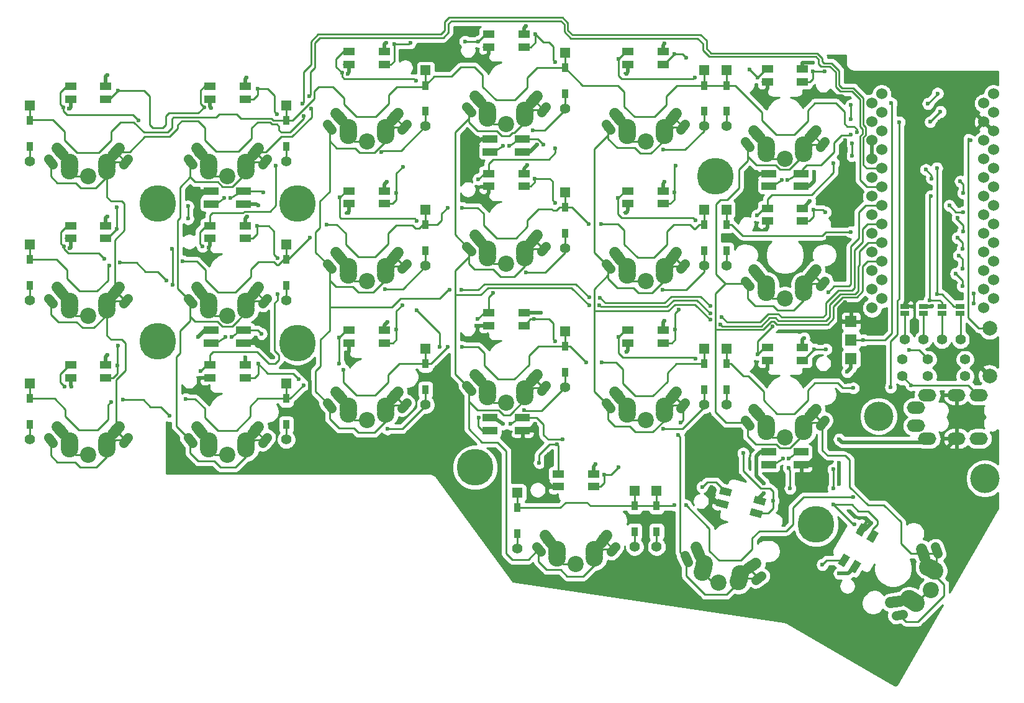
<source format=gbr>
G04 #@! TF.GenerationSoftware,KiCad,Pcbnew,(5.1.4)-1*
G04 #@! TF.CreationDate,2023-05-14T15:43:17-04:00*
G04 #@! TF.ProjectId,corne-classic,636f726e-652d-4636-9c61-737369632e6b,1.1*
G04 #@! TF.SameCoordinates,Original*
G04 #@! TF.FileFunction,Copper,L2,Bot*
G04 #@! TF.FilePolarity,Positive*
%FSLAX46Y46*%
G04 Gerber Fmt 4.6, Leading zero omitted, Abs format (unit mm)*
G04 Created by KiCad (PCBNEW (5.1.4)-1) date 2023-05-14 15:43:17*
%MOMM*%
%LPD*%
G04 APERTURE LIST*
%ADD10C,1.397000*%
%ADD11O,2.500000X1.700000*%
%ADD12R,2.000000X1.000000*%
%ADD13C,1.250000*%
%ADD14C,1.250000*%
%ADD15C,2.200000*%
%ADD16C,2.400000*%
%ADD17C,1.550000*%
%ADD18C,1.550000*%
%ADD19C,1.524000*%
%ADD20R,1.600000X1.000000*%
%ADD21C,1.000000*%
%ADD22C,0.100000*%
%ADD23R,1.397000X1.397000*%
%ADD24R,0.950000X1.300000*%
%ADD25R,1.143000X0.635000*%
%ADD26R,1.524000X1.524000*%
%ADD27C,5.000000*%
%ADD28C,4.000000*%
%ADD29C,2.000000*%
%ADD30C,0.600000*%
%ADD31C,0.250000*%
%ADD32C,0.500000*%
%ADD33C,0.254000*%
G04 APERTURE END LIST*
D10*
X188920000Y-105300000D03*
X186380000Y-105300000D03*
X183840000Y-105300000D03*
X181300000Y-105300000D03*
D11*
X182900000Y-114600000D03*
X184400000Y-118800000D03*
X188400000Y-118800000D03*
X191400000Y-118800000D03*
X188400000Y-112850000D03*
X191400000Y-112850000D03*
X182900000Y-117050000D03*
X184400000Y-112850000D03*
D12*
X162800000Y-122375000D03*
X162800000Y-120625000D03*
X167200000Y-120625000D03*
X167200000Y-122375000D03*
X167200000Y-82625000D03*
X167200000Y-84375000D03*
X162800000Y-84375000D03*
X162800000Y-82625000D03*
X129200000Y-77925000D03*
X129200000Y-79675000D03*
X124800000Y-79675000D03*
X124800000Y-77925000D03*
X91200000Y-85025000D03*
X91200000Y-86775000D03*
X86800000Y-86775000D03*
X86800000Y-85025000D03*
X86800000Y-105775000D03*
X86800000Y-104025000D03*
X91200000Y-104025000D03*
X91200000Y-105775000D03*
X124800000Y-117675000D03*
X124800000Y-115925000D03*
X129200000Y-115925000D03*
X129200000Y-117675000D03*
D13*
X180577499Y-142866730D03*
D14*
X181045283Y-142784247D02*
X180109715Y-142949213D01*
D13*
X185677499Y-134033270D03*
D14*
X185515039Y-133586916D02*
X185839959Y-134479624D01*
D15*
X184859550Y-139450000D03*
D16*
X182879409Y-141239705D03*
D17*
X183854705Y-134470443D03*
D18*
X183640942Y-133883135D02*
X184068468Y-135057751D01*
D16*
X185419409Y-136840295D03*
D17*
X180044705Y-141069557D03*
D18*
X180660210Y-140961027D02*
X179429200Y-141178087D01*
D16*
X182377114Y-140949705D03*
X181944102Y-140699705D03*
X184484102Y-136300295D03*
X184917113Y-136550295D03*
D19*
X192100000Y-73042000D03*
X192100000Y-75582000D03*
X192100000Y-78122000D03*
X192100000Y-80662000D03*
X192100000Y-83202000D03*
X192100000Y-85742000D03*
X192100000Y-88282000D03*
X192100000Y-90822000D03*
X192100000Y-93362000D03*
X192100000Y-95902000D03*
X192100000Y-98442000D03*
X192100000Y-100982000D03*
X176860000Y-100982000D03*
X176860000Y-98442000D03*
X176860000Y-95902000D03*
X176860000Y-93362000D03*
X176860000Y-90822000D03*
X176860000Y-88282000D03*
X176860000Y-85742000D03*
X176860000Y-83202000D03*
X176860000Y-80662000D03*
X176860000Y-78122000D03*
X176860000Y-75582000D03*
X176860000Y-73042000D03*
X193406400Y-71772000D03*
X193406400Y-74312000D03*
X193406400Y-76852000D03*
X193406400Y-79392000D03*
X193406400Y-81932000D03*
X193406400Y-84472000D03*
X193406400Y-87012000D03*
X193406400Y-89552000D03*
X193406400Y-92092000D03*
X193406400Y-94632000D03*
X193406400Y-97172000D03*
X193406400Y-99712000D03*
X178186400Y-99712000D03*
X178186400Y-97172000D03*
X178186400Y-94632000D03*
X178186400Y-92092000D03*
X178186400Y-89552000D03*
X178186400Y-87012000D03*
X178186400Y-84472000D03*
X178186400Y-81932000D03*
X178186400Y-79392000D03*
X178186400Y-76852000D03*
X178186400Y-74312000D03*
X178186400Y-71772000D03*
D20*
X67600000Y-72500000D03*
X67600000Y-70750000D03*
X72400000Y-70750000D03*
X72400000Y-72500000D03*
X86600000Y-72500000D03*
X86600000Y-70750000D03*
X91400000Y-70750000D03*
X91400000Y-72500000D03*
X105600000Y-67750000D03*
X105600000Y-66000000D03*
X110400000Y-66000000D03*
X110400000Y-67750000D03*
X124600000Y-65375000D03*
X124600000Y-63625000D03*
X129400000Y-63625000D03*
X129400000Y-65375000D03*
X143600000Y-67750000D03*
X143600000Y-66000000D03*
X148400000Y-66000000D03*
X148400000Y-67750000D03*
X162600000Y-70125000D03*
X162600000Y-68375000D03*
X167400000Y-68375000D03*
X167400000Y-70125000D03*
X67600000Y-91500000D03*
X67600000Y-89750000D03*
X72400000Y-89750000D03*
X72400000Y-91500000D03*
X86600000Y-91500000D03*
X86600000Y-89750000D03*
X91400000Y-89750000D03*
X91400000Y-91500000D03*
X105600000Y-86750000D03*
X105600000Y-85000000D03*
X110400000Y-85000000D03*
X110400000Y-86750000D03*
X124600000Y-84375000D03*
X124600000Y-82625000D03*
X129400000Y-82625000D03*
X129400000Y-84375000D03*
X143600000Y-86750000D03*
X143600000Y-85000000D03*
X148400000Y-85000000D03*
X148400000Y-86750000D03*
X162600000Y-89125000D03*
X162600000Y-87375000D03*
X167400000Y-87375000D03*
X167400000Y-89125000D03*
X67600000Y-110500000D03*
X67600000Y-108750000D03*
X72400000Y-108750000D03*
X72400000Y-110500000D03*
X86600000Y-110500000D03*
X86600000Y-108750000D03*
X91400000Y-108750000D03*
X91400000Y-110500000D03*
X105600000Y-105750000D03*
X105600000Y-104000000D03*
X110400000Y-104000000D03*
X110400000Y-105750000D03*
X124600000Y-103375000D03*
X124600000Y-101625000D03*
X129400000Y-101625000D03*
X129400000Y-103375000D03*
X143600000Y-105750000D03*
X143600000Y-104000000D03*
X148400000Y-104000000D03*
X148400000Y-105750000D03*
X162600000Y-108125000D03*
X162600000Y-106375000D03*
X167400000Y-106375000D03*
X167400000Y-108125000D03*
X134100000Y-125375000D03*
X134100000Y-123625000D03*
X138900000Y-123625000D03*
X138900000Y-125375000D03*
D21*
X156455311Y-127724019D03*
D22*
G36*
X155553161Y-127999927D02*
G01*
X155811980Y-127034001D01*
X157357461Y-127448111D01*
X157098642Y-128414037D01*
X155553161Y-127999927D01*
X155553161Y-127999927D01*
G37*
D21*
X156908245Y-126033649D03*
D22*
G36*
X156006095Y-126309557D02*
G01*
X156264914Y-125343631D01*
X157810395Y-125757741D01*
X157551576Y-126723667D01*
X156006095Y-126309557D01*
X156006095Y-126309557D01*
G37*
D21*
X161544689Y-127275981D03*
D22*
G36*
X160642539Y-127551889D02*
G01*
X160901358Y-126585963D01*
X162446839Y-127000073D01*
X162188020Y-127965999D01*
X160642539Y-127551889D01*
X160642539Y-127551889D01*
G37*
D21*
X161091755Y-128966351D03*
D22*
G36*
X160189605Y-129242259D02*
G01*
X160448424Y-128276333D01*
X161993905Y-128690443D01*
X161735086Y-129656369D01*
X160189605Y-129242259D01*
X160189605Y-129242259D01*
G37*
D21*
X175442228Y-131234039D03*
D22*
G36*
X175409215Y-130291219D02*
G01*
X176275241Y-130791219D01*
X175475241Y-132176859D01*
X174609215Y-131676859D01*
X175409215Y-130291219D01*
X175409215Y-130291219D01*
G37*
D21*
X176957772Y-132109039D03*
D22*
G36*
X176924759Y-131166219D02*
G01*
X177790785Y-131666219D01*
X176990785Y-133051859D01*
X176124759Y-132551859D01*
X176924759Y-131166219D01*
X176924759Y-131166219D01*
G37*
D21*
X174557772Y-136265961D03*
D22*
G36*
X174524759Y-135323141D02*
G01*
X175390785Y-135823141D01*
X174590785Y-137208781D01*
X173724759Y-136708781D01*
X174524759Y-135323141D01*
X174524759Y-135323141D01*
G37*
D21*
X173042228Y-135390961D03*
D22*
G36*
X173009215Y-134448141D02*
G01*
X173875241Y-134948141D01*
X173075241Y-136333781D01*
X172209215Y-135833781D01*
X173009215Y-134448141D01*
X173009215Y-134448141D01*
G37*
D10*
X62000000Y-80935000D03*
D23*
X62000000Y-73315000D03*
D24*
X62000000Y-75350000D03*
X62000000Y-78900000D03*
D10*
X97000000Y-80935000D03*
D23*
X97000000Y-73315000D03*
D24*
X97000000Y-75350000D03*
X97000000Y-78900000D03*
D10*
X116000000Y-76185000D03*
D23*
X116000000Y-68565000D03*
D24*
X116000000Y-70600000D03*
X116000000Y-74150000D03*
D10*
X135000000Y-73810000D03*
D23*
X135000000Y-66190000D03*
D24*
X135000000Y-68225000D03*
X135000000Y-71775000D03*
D10*
X154000000Y-76185000D03*
D23*
X154000000Y-68565000D03*
D24*
X154000000Y-70600000D03*
X154000000Y-74150000D03*
D10*
X157000000Y-76185000D03*
D23*
X157000000Y-68565000D03*
D24*
X157000000Y-70600000D03*
X157000000Y-74150000D03*
D10*
X62000000Y-99935000D03*
D23*
X62000000Y-92315000D03*
D24*
X62000000Y-94350000D03*
X62000000Y-97900000D03*
D10*
X97000000Y-99935000D03*
D23*
X97000000Y-92315000D03*
D24*
X97000000Y-94350000D03*
X97000000Y-97900000D03*
D10*
X116000000Y-95185000D03*
D23*
X116000000Y-87565000D03*
D24*
X116000000Y-89600000D03*
X116000000Y-93150000D03*
D10*
X135000000Y-92810000D03*
D23*
X135000000Y-85190000D03*
D24*
X135000000Y-87225000D03*
X135000000Y-90775000D03*
D10*
X154000000Y-95185000D03*
D23*
X154000000Y-87565000D03*
D24*
X154000000Y-89600000D03*
X154000000Y-93150000D03*
D10*
X157000000Y-95185000D03*
D23*
X157000000Y-87565000D03*
D24*
X157000000Y-89600000D03*
X157000000Y-93150000D03*
D10*
X62000000Y-118935000D03*
D23*
X62000000Y-111315000D03*
D24*
X62000000Y-113350000D03*
X62000000Y-116900000D03*
D10*
X97000000Y-118935000D03*
D23*
X97000000Y-111315000D03*
D24*
X97000000Y-113350000D03*
X97000000Y-116900000D03*
D10*
X116000000Y-114185000D03*
D23*
X116000000Y-106565000D03*
D24*
X116000000Y-108600000D03*
X116000000Y-112150000D03*
D10*
X135000000Y-111810000D03*
D23*
X135000000Y-104190000D03*
D24*
X135000000Y-106225000D03*
X135000000Y-109775000D03*
D10*
X157000000Y-114185000D03*
D23*
X157000000Y-106565000D03*
D24*
X157000000Y-108600000D03*
X157000000Y-112150000D03*
D10*
X128500000Y-133810000D03*
D23*
X128500000Y-126190000D03*
D24*
X128500000Y-128225000D03*
X128500000Y-131775000D03*
D10*
X144500000Y-133560000D03*
D23*
X144500000Y-125940000D03*
D24*
X144500000Y-127975000D03*
X144500000Y-131525000D03*
D10*
X147500000Y-133560000D03*
D23*
X147500000Y-125940000D03*
D24*
X147500000Y-127975000D03*
X147500000Y-131525000D03*
D10*
X154000000Y-114185000D03*
D23*
X154000000Y-106565000D03*
D24*
X154000000Y-108600000D03*
X154000000Y-112150000D03*
D16*
X72540000Y-81625000D03*
X72540000Y-81125000D03*
X67460000Y-81125000D03*
X67460000Y-81625000D03*
D17*
X66190000Y-79665000D03*
D18*
X66591742Y-80143778D02*
X65788258Y-79186222D01*
D16*
X72540000Y-82205000D03*
D17*
X73810000Y-79665000D03*
D18*
X74211742Y-79186222D02*
X73408258Y-80143778D01*
D16*
X67460000Y-82205000D03*
D15*
X70000000Y-83025000D03*
D13*
X75100000Y-81025000D03*
D14*
X75405324Y-80661129D02*
X74794676Y-81388871D01*
D13*
X64900000Y-81025000D03*
D14*
X65205324Y-81388871D02*
X64594676Y-80661129D01*
D16*
X91540000Y-81625000D03*
X91540000Y-81125000D03*
X86460000Y-81125000D03*
X86460000Y-81625000D03*
D17*
X85190000Y-79665000D03*
D18*
X85591742Y-80143778D02*
X84788258Y-79186222D01*
D16*
X91540000Y-82205000D03*
D17*
X92810000Y-79665000D03*
D18*
X93211742Y-79186222D02*
X92408258Y-80143778D01*
D16*
X86460000Y-82205000D03*
D15*
X89000000Y-83025000D03*
D13*
X94100000Y-81025000D03*
D14*
X94405324Y-80661129D02*
X93794676Y-81388871D01*
D13*
X83900000Y-81025000D03*
D14*
X84205324Y-81388871D02*
X83594676Y-80661129D01*
D16*
X110540000Y-76875000D03*
X110540000Y-76375000D03*
X105460000Y-76375000D03*
X105460000Y-76875000D03*
D17*
X104190000Y-74915000D03*
D18*
X104591742Y-75393778D02*
X103788258Y-74436222D01*
D16*
X110540000Y-77455000D03*
D17*
X111810000Y-74915000D03*
D18*
X112211742Y-74436222D02*
X111408258Y-75393778D01*
D16*
X105460000Y-77455000D03*
D15*
X108000000Y-78275000D03*
D13*
X113100000Y-76275000D03*
D14*
X113405324Y-75911129D02*
X112794676Y-76638871D01*
D13*
X102900000Y-76275000D03*
D14*
X103205324Y-76638871D02*
X102594676Y-75911129D01*
D16*
X129540000Y-74500000D03*
X129540000Y-74000000D03*
X124460000Y-74000000D03*
X124460000Y-74500000D03*
D17*
X123190000Y-72540000D03*
D18*
X123591742Y-73018778D02*
X122788258Y-72061222D01*
D16*
X129540000Y-75080000D03*
D17*
X130810000Y-72540000D03*
D18*
X131211742Y-72061222D02*
X130408258Y-73018778D01*
D16*
X124460000Y-75080000D03*
D15*
X127000000Y-75900000D03*
D13*
X132100000Y-73900000D03*
D14*
X132405324Y-73536129D02*
X131794676Y-74263871D01*
D13*
X121900000Y-73900000D03*
D14*
X122205324Y-74263871D02*
X121594676Y-73536129D01*
D16*
X148540000Y-76875000D03*
X148540000Y-76375000D03*
X143460000Y-76375000D03*
X143460000Y-76875000D03*
D17*
X142190000Y-74915000D03*
D18*
X142591742Y-75393778D02*
X141788258Y-74436222D01*
D16*
X148540000Y-77455000D03*
D17*
X149810000Y-74915000D03*
D18*
X150211742Y-74436222D02*
X149408258Y-75393778D01*
D16*
X143460000Y-77455000D03*
D15*
X146000000Y-78275000D03*
D13*
X151100000Y-76275000D03*
D14*
X151405324Y-75911129D02*
X150794676Y-76638871D01*
D13*
X140900000Y-76275000D03*
D14*
X141205324Y-76638871D02*
X140594676Y-75911129D01*
D16*
X167540000Y-79250000D03*
X167540000Y-78750000D03*
X162460000Y-78750000D03*
X162460000Y-79250000D03*
D17*
X161190000Y-77290000D03*
D18*
X161591742Y-77768778D02*
X160788258Y-76811222D01*
D16*
X167540000Y-79830000D03*
D17*
X168810000Y-77290000D03*
D18*
X169211742Y-76811222D02*
X168408258Y-77768778D01*
D16*
X162460000Y-79830000D03*
D15*
X165000000Y-80650000D03*
D13*
X170100000Y-78650000D03*
D14*
X170405324Y-78286129D02*
X169794676Y-79013871D01*
D13*
X159900000Y-78650000D03*
D14*
X160205324Y-79013871D02*
X159594676Y-78286129D01*
D16*
X72540000Y-100625000D03*
X72540000Y-100125000D03*
X67460000Y-100125000D03*
X67460000Y-100625000D03*
D17*
X66190000Y-98665000D03*
D18*
X66591742Y-99143778D02*
X65788258Y-98186222D01*
D16*
X72540000Y-101205000D03*
D17*
X73810000Y-98665000D03*
D18*
X74211742Y-98186222D02*
X73408258Y-99143778D01*
D16*
X67460000Y-101205000D03*
D15*
X70000000Y-102025000D03*
D13*
X75100000Y-100025000D03*
D14*
X75405324Y-99661129D02*
X74794676Y-100388871D01*
D13*
X64900000Y-100025000D03*
D14*
X65205324Y-100388871D02*
X64594676Y-99661129D01*
D16*
X91540000Y-100625000D03*
X91540000Y-100125000D03*
X86460000Y-100125000D03*
X86460000Y-100625000D03*
D17*
X85190000Y-98665000D03*
D18*
X85591742Y-99143778D02*
X84788258Y-98186222D01*
D16*
X91540000Y-101205000D03*
D17*
X92810000Y-98665000D03*
D18*
X93211742Y-98186222D02*
X92408258Y-99143778D01*
D16*
X86460000Y-101205000D03*
D15*
X89000000Y-102025000D03*
D13*
X94100000Y-100025000D03*
D14*
X94405324Y-99661129D02*
X93794676Y-100388871D01*
D13*
X83900000Y-100025000D03*
D14*
X84205324Y-100388871D02*
X83594676Y-99661129D01*
D16*
X110540000Y-95875000D03*
X110540000Y-95375000D03*
X105460000Y-95375000D03*
X105460000Y-95875000D03*
D17*
X104190000Y-93915000D03*
D18*
X104591742Y-94393778D02*
X103788258Y-93436222D01*
D16*
X110540000Y-96455000D03*
D17*
X111810000Y-93915000D03*
D18*
X112211742Y-93436222D02*
X111408258Y-94393778D01*
D16*
X105460000Y-96455000D03*
D15*
X108000000Y-97275000D03*
D13*
X113100000Y-95275000D03*
D14*
X113405324Y-94911129D02*
X112794676Y-95638871D01*
D13*
X102900000Y-95275000D03*
D14*
X103205324Y-95638871D02*
X102594676Y-94911129D01*
D16*
X129540000Y-93500000D03*
X129540000Y-93000000D03*
X124460000Y-93000000D03*
X124460000Y-93500000D03*
D17*
X123190000Y-91540000D03*
D18*
X123591742Y-92018778D02*
X122788258Y-91061222D01*
D16*
X129540000Y-94080000D03*
D17*
X130810000Y-91540000D03*
D18*
X131211742Y-91061222D02*
X130408258Y-92018778D01*
D16*
X124460000Y-94080000D03*
D15*
X127000000Y-94900000D03*
D13*
X132100000Y-92900000D03*
D14*
X132405324Y-92536129D02*
X131794676Y-93263871D01*
D13*
X121900000Y-92900000D03*
D14*
X122205324Y-93263871D02*
X121594676Y-92536129D01*
D16*
X148540000Y-95875000D03*
X148540000Y-95375000D03*
X143460000Y-95375000D03*
X143460000Y-95875000D03*
D17*
X142190000Y-93915000D03*
D18*
X142591742Y-94393778D02*
X141788258Y-93436222D01*
D16*
X148540000Y-96455000D03*
D17*
X149810000Y-93915000D03*
D18*
X150211742Y-93436222D02*
X149408258Y-94393778D01*
D16*
X143460000Y-96455000D03*
D15*
X146000000Y-97275000D03*
D13*
X151100000Y-95275000D03*
D14*
X151405324Y-94911129D02*
X150794676Y-95638871D01*
D13*
X140900000Y-95275000D03*
D14*
X141205324Y-95638871D02*
X140594676Y-94911129D01*
D16*
X167540000Y-98250000D03*
X167540000Y-97750000D03*
X162460000Y-97750000D03*
X162460000Y-98250000D03*
D17*
X161190000Y-96290000D03*
D18*
X161591742Y-96768778D02*
X160788258Y-95811222D01*
D16*
X167540000Y-98830000D03*
D17*
X168810000Y-96290000D03*
D18*
X169211742Y-95811222D02*
X168408258Y-96768778D01*
D16*
X162460000Y-98830000D03*
D15*
X165000000Y-99650000D03*
D13*
X170100000Y-97650000D03*
D14*
X170405324Y-97286129D02*
X169794676Y-98013871D01*
D13*
X159900000Y-97650000D03*
D14*
X160205324Y-98013871D02*
X159594676Y-97286129D01*
D16*
X72540000Y-119625000D03*
X72540000Y-119125000D03*
X67460000Y-119125000D03*
X67460000Y-119625000D03*
D17*
X66190000Y-117665000D03*
D18*
X66591742Y-118143778D02*
X65788258Y-117186222D01*
D16*
X72540000Y-120205000D03*
D17*
X73810000Y-117665000D03*
D18*
X74211742Y-117186222D02*
X73408258Y-118143778D01*
D16*
X67460000Y-120205000D03*
D15*
X70000000Y-121025000D03*
D13*
X75100000Y-119025000D03*
D14*
X75405324Y-118661129D02*
X74794676Y-119388871D01*
D13*
X64900000Y-119025000D03*
D14*
X65205324Y-119388871D02*
X64594676Y-118661129D01*
D16*
X91540000Y-119625000D03*
X91540000Y-119125000D03*
X86460000Y-119125000D03*
X86460000Y-119625000D03*
D17*
X85190000Y-117665000D03*
D18*
X85591742Y-118143778D02*
X84788258Y-117186222D01*
D16*
X91540000Y-120205000D03*
D17*
X92810000Y-117665000D03*
D18*
X93211742Y-117186222D02*
X92408258Y-118143778D01*
D16*
X86460000Y-120205000D03*
D15*
X89000000Y-121025000D03*
D13*
X94100000Y-119025000D03*
D14*
X94405324Y-118661129D02*
X93794676Y-119388871D01*
D13*
X83900000Y-119025000D03*
D14*
X84205324Y-119388871D02*
X83594676Y-118661129D01*
D16*
X110540000Y-114875000D03*
X110540000Y-114375000D03*
X105460000Y-114375000D03*
X105460000Y-114875000D03*
D17*
X104190000Y-112915000D03*
D18*
X104591742Y-113393778D02*
X103788258Y-112436222D01*
D16*
X110540000Y-115455000D03*
D17*
X111810000Y-112915000D03*
D18*
X112211742Y-112436222D02*
X111408258Y-113393778D01*
D16*
X105460000Y-115455000D03*
D15*
X108000000Y-116275000D03*
D13*
X113100000Y-114275000D03*
D14*
X113405324Y-113911129D02*
X112794676Y-114638871D01*
D13*
X102900000Y-114275000D03*
D14*
X103205324Y-114638871D02*
X102594676Y-113911129D01*
D16*
X148540000Y-114875000D03*
X148540000Y-114375000D03*
X143460000Y-114375000D03*
X143460000Y-114875000D03*
D17*
X142190000Y-112915000D03*
D18*
X142591742Y-113393778D02*
X141788258Y-112436222D01*
D16*
X148540000Y-115455000D03*
D17*
X149810000Y-112915000D03*
D18*
X150211742Y-112436222D02*
X149408258Y-113393778D01*
D16*
X143460000Y-115455000D03*
D15*
X146000000Y-116275000D03*
D13*
X151100000Y-114275000D03*
D14*
X151405324Y-113911129D02*
X150794676Y-114638871D01*
D13*
X140900000Y-114275000D03*
D14*
X141205324Y-114638871D02*
X140594676Y-113911129D01*
D16*
X167540000Y-117250000D03*
X167540000Y-116750000D03*
X162460000Y-116750000D03*
X162460000Y-117250000D03*
D17*
X161190000Y-115290000D03*
D18*
X161591742Y-115768778D02*
X160788258Y-114811222D01*
D16*
X167540000Y-117830000D03*
D17*
X168810000Y-115290000D03*
D18*
X169211742Y-114811222D02*
X168408258Y-115768778D01*
D16*
X162460000Y-117830000D03*
D15*
X165000000Y-118650000D03*
D13*
X170100000Y-116650000D03*
D14*
X170405324Y-116286129D02*
X169794676Y-117013871D01*
D13*
X159900000Y-116650000D03*
D14*
X160205324Y-117013871D02*
X159594676Y-116286129D01*
D16*
X139040000Y-134500000D03*
X139040000Y-134000000D03*
X133960000Y-134000000D03*
X133960000Y-134500000D03*
D17*
X132690000Y-132540000D03*
D18*
X133091742Y-133018778D02*
X132288258Y-132061222D01*
D16*
X139040000Y-135080000D03*
D17*
X140310000Y-132540000D03*
D18*
X140711742Y-132061222D02*
X139908258Y-133018778D01*
D16*
X133960000Y-135080000D03*
D15*
X136500000Y-135900000D03*
D13*
X141600000Y-133900000D03*
D14*
X141905324Y-133536129D02*
X141294676Y-134263871D01*
D13*
X131400000Y-133900000D03*
D14*
X131705324Y-134263871D02*
X131094676Y-133536129D01*
D16*
X158788766Y-137754067D03*
X158918175Y-137271104D03*
X154011272Y-135956303D03*
X153881863Y-136439266D03*
D17*
X153162422Y-134217351D03*
D18*
X153426558Y-134783793D02*
X152898286Y-133650909D01*
D16*
X158638651Y-138314304D03*
D17*
X160522777Y-136189552D03*
D18*
X161034747Y-135831067D02*
X160010807Y-136548037D01*
D16*
X153731748Y-136999503D03*
D15*
X155972968Y-138448962D03*
D13*
X161416827Y-137837088D03*
D14*
X161805924Y-137564639D02*
X161027730Y-138109537D01*
D13*
X151564384Y-135197134D03*
D14*
X151765128Y-135627630D02*
X151363640Y-134766638D01*
D16*
X129540000Y-112500000D03*
X129540000Y-112000000D03*
X124460000Y-112000000D03*
X124460000Y-112500000D03*
D17*
X123190000Y-110540000D03*
D18*
X123591742Y-111018778D02*
X122788258Y-110061222D01*
D16*
X129540000Y-113080000D03*
D17*
X130810000Y-110540000D03*
D18*
X131211742Y-110061222D02*
X130408258Y-111018778D01*
D16*
X124460000Y-113080000D03*
D15*
X127000000Y-113900000D03*
D13*
X132100000Y-111900000D03*
D14*
X132405324Y-111536129D02*
X131794676Y-112263871D01*
D13*
X121900000Y-111900000D03*
D14*
X122205324Y-112263871D02*
X121594676Y-111536129D01*
D10*
X189540000Y-108000000D03*
X184460000Y-108000000D03*
X189540000Y-110300000D03*
X184460000Y-110300000D03*
D25*
X188875000Y-100749620D03*
X188875000Y-101750380D03*
X186375000Y-100749620D03*
X186375000Y-101750380D03*
X183875000Y-100749620D03*
X183875000Y-101750380D03*
X181375000Y-100749620D03*
X181375000Y-101750380D03*
D26*
X174000000Y-102820000D03*
X174000000Y-105360000D03*
X174000000Y-107900000D03*
D27*
X79500000Y-105500000D03*
D28*
X177750000Y-115750000D03*
X192250000Y-124250000D03*
D27*
X79500000Y-86750000D03*
X98500000Y-86750000D03*
X98500000Y-105750000D03*
X155500000Y-83000000D03*
X122750000Y-122750000D03*
X169250000Y-130500000D03*
D10*
X181000000Y-108000000D03*
X181000000Y-110300000D03*
D29*
X192900000Y-103750000D03*
X192900000Y-110250000D03*
D30*
X174100000Y-80200000D03*
X174100000Y-78500000D03*
X174800000Y-77000000D03*
X174000000Y-90600000D03*
X138200000Y-89500000D03*
X139900000Y-89500000D03*
X121000000Y-87300000D03*
X119000000Y-87300000D03*
X100200000Y-91400000D03*
X102500000Y-89600000D03*
X82900000Y-94600000D03*
X80700000Y-97200000D03*
X72900000Y-95200000D03*
X74300000Y-94800000D03*
X174300000Y-111900000D03*
X137900000Y-108400000D03*
X140000000Y-108400000D03*
X121000000Y-106300000D03*
X119000000Y-106300000D03*
X104800000Y-109400000D03*
X99400000Y-111500000D03*
X73100000Y-113800000D03*
X74700000Y-113500000D03*
X81100000Y-115700000D03*
X83300000Y-113400000D03*
X110000000Y-79700000D03*
X174300000Y-126800000D03*
X149900000Y-127900000D03*
X151500000Y-127900000D03*
X130600000Y-76700000D03*
X148400000Y-79400000D03*
X110500000Y-98400000D03*
X129700000Y-96100000D03*
X148300000Y-98500000D03*
X110800000Y-117500000D03*
X129400000Y-114900000D03*
X148400000Y-117500000D03*
X99200000Y-109900000D03*
X100200000Y-112500000D03*
X169200000Y-121300000D03*
X131000000Y-116800000D03*
X92900000Y-105000000D03*
X95200000Y-107700000D03*
X84800000Y-88700000D03*
X85100000Y-85900000D03*
X123000000Y-78500000D03*
X123000000Y-81600000D03*
X161000000Y-83900000D03*
X161000000Y-86300000D03*
X186082000Y-75582000D03*
X185700000Y-79400000D03*
X183600000Y-98200000D03*
X173400000Y-120300000D03*
X67700000Y-111700000D03*
X105600000Y-106900000D03*
X122900000Y-103400000D03*
X170900000Y-72100000D03*
X173200000Y-72500000D03*
X173200000Y-78100000D03*
X173200000Y-80700000D03*
X176800000Y-130300000D03*
X132400000Y-124600000D03*
X132800000Y-120900000D03*
X157300000Y-120900000D03*
X155000000Y-122500000D03*
X155000000Y-125400000D03*
X162600000Y-109300000D03*
X143400000Y-107000000D03*
X171000000Y-110200000D03*
X85200000Y-110500000D03*
X170800000Y-91400000D03*
X173200000Y-91400000D03*
X162300000Y-90300000D03*
X143300000Y-88000000D03*
X124400000Y-85500000D03*
X105400000Y-88000000D03*
X86400000Y-92700000D03*
X67500000Y-92800000D03*
X173300000Y-111100000D03*
X173200000Y-100200000D03*
X162300000Y-71400000D03*
X143400000Y-69000000D03*
X124300000Y-66600000D03*
X105400000Y-69000000D03*
X86800000Y-73700000D03*
X67400000Y-73800000D03*
X162100000Y-124900000D03*
X161100000Y-121500000D03*
X85000000Y-104900000D03*
X93200000Y-87000000D03*
X131200000Y-78700000D03*
X169000000Y-82400000D03*
X185100000Y-100700000D03*
X172400000Y-118900000D03*
X131700000Y-101600000D03*
X162100000Y-126300000D03*
X168800000Y-67500000D03*
X172400000Y-137200000D03*
X172400000Y-122100000D03*
X172400000Y-125000000D03*
X129900000Y-81500000D03*
X168400000Y-86400000D03*
X167600000Y-105100000D03*
X148600000Y-102700000D03*
X110800000Y-102900000D03*
X72600000Y-107400000D03*
X148600000Y-83800000D03*
X110700000Y-83800000D03*
X72600000Y-88500000D03*
X173500000Y-109700000D03*
X139200000Y-122300000D03*
X148600000Y-64900000D03*
X129700000Y-62500000D03*
X110600000Y-64800000D03*
X91600000Y-69500000D03*
X72600000Y-69200000D03*
X91700000Y-88500000D03*
X91400000Y-107700000D03*
X126575000Y-116825000D03*
X185000000Y-83300000D03*
X184200000Y-82100000D03*
X99400000Y-74800000D03*
X99200000Y-73100000D03*
X189300000Y-85300000D03*
X188900000Y-83700000D03*
X100100000Y-72100000D03*
X100400000Y-73800000D03*
X189300000Y-87900000D03*
X187400000Y-87000000D03*
X170900000Y-98800000D03*
X154800000Y-100700000D03*
X139800000Y-99600000D03*
X138300000Y-99500000D03*
X120900000Y-98500000D03*
X119300000Y-98500000D03*
X189300000Y-90500000D03*
X188500000Y-88700000D03*
X138300000Y-100600000D03*
X139700000Y-100600000D03*
X154800000Y-101700000D03*
X156400000Y-102200000D03*
X189200000Y-92900000D03*
X188500000Y-91400000D03*
X154800000Y-102600000D03*
X156200000Y-103200000D03*
X150400000Y-118300000D03*
X150800000Y-116600000D03*
X189200000Y-95600000D03*
X188700000Y-93800000D03*
X174000000Y-73300000D03*
X174000000Y-75200000D03*
X174000000Y-77300000D03*
X175700000Y-105360000D03*
X179500000Y-73042000D03*
X185800000Y-71700000D03*
X184500000Y-73100000D03*
X165375000Y-83525000D03*
X179400000Y-111800000D03*
X180600000Y-75600000D03*
X184818000Y-75582000D03*
X186200000Y-74200000D03*
X74100000Y-71300000D03*
X85800000Y-73600000D03*
X73900000Y-90200000D03*
X76900000Y-75400000D03*
X73900000Y-87200000D03*
X66600000Y-73600000D03*
X111700000Y-65000000D03*
X113900000Y-64800000D03*
X121400000Y-64600000D03*
X123200000Y-64600000D03*
X123200000Y-83400000D03*
X133700000Y-79200000D03*
X133700000Y-67400000D03*
X131000000Y-63600000D03*
X150000000Y-103900000D03*
X150500000Y-101200000D03*
X152800000Y-89000000D03*
X142200000Y-86000000D03*
X66800000Y-111700000D03*
X104200000Y-108600000D03*
X98700000Y-110700000D03*
X93200000Y-108600000D03*
X104200000Y-105000000D03*
X125200000Y-98900000D03*
X133700000Y-86600000D03*
X130900000Y-83300000D03*
X123100000Y-102500000D03*
X170400000Y-68700000D03*
X171600000Y-81200000D03*
X168800000Y-68700000D03*
X161200000Y-88300000D03*
X72200000Y-94300000D03*
X74100000Y-106100000D03*
X74000000Y-108800000D03*
X66700000Y-92600000D03*
X112000000Y-103900000D03*
X112800000Y-100600000D03*
X114800000Y-89100000D03*
X104300000Y-85900000D03*
X133700000Y-105500000D03*
X133900000Y-119600000D03*
X130800000Y-102500000D03*
X131500000Y-122100000D03*
X190300000Y-78122000D03*
X184900000Y-85700000D03*
X184700000Y-99900000D03*
X185700000Y-99100000D03*
X181900000Y-106700000D03*
X185700000Y-81900000D03*
X151500000Y-66800000D03*
X160200000Y-68400000D03*
X149900000Y-66300000D03*
X161300000Y-69500000D03*
X189200000Y-98000000D03*
X188300000Y-96300000D03*
X190700000Y-100400000D03*
X190700000Y-99000000D03*
X95600000Y-81600000D03*
X95700000Y-74500000D03*
X93100000Y-71100000D03*
X85600000Y-92600000D03*
X112000000Y-85300000D03*
X112900000Y-81700000D03*
X114700000Y-70000000D03*
X104600000Y-68900000D03*
X152700000Y-69500000D03*
X150100000Y-81600000D03*
X149900000Y-85200000D03*
X142300000Y-67000000D03*
X93000000Y-89800000D03*
X95800000Y-94200000D03*
X95800000Y-99100000D03*
X85300000Y-109600000D03*
X163300000Y-103500000D03*
X168900000Y-87600000D03*
X170500000Y-87900000D03*
X161300000Y-107300000D03*
X159300000Y-120800000D03*
X152800000Y-107900000D03*
X163400000Y-127300000D03*
X142300000Y-104900000D03*
X171600000Y-127800000D03*
X171600000Y-123000000D03*
X171600000Y-125600000D03*
X170600000Y-106600000D03*
X169000000Y-106600000D03*
X174500000Y-130500000D03*
X140400000Y-123700000D03*
X142300000Y-122700000D03*
X153700000Y-125400000D03*
X182200000Y-111500000D03*
X165700000Y-125600000D03*
X170100000Y-136000000D03*
X165500000Y-121525000D03*
X165500000Y-122800000D03*
X93900000Y-85200000D03*
X126575000Y-78850000D03*
X89375000Y-85925000D03*
X81500000Y-97800000D03*
X81400000Y-92900000D03*
X83600000Y-88800000D03*
X83600000Y-87100000D03*
X88575000Y-85975000D03*
X88700000Y-104900000D03*
X132100000Y-78700000D03*
X164575000Y-83500000D03*
X127375000Y-78825000D03*
X123225000Y-115925000D03*
X114800000Y-101300000D03*
X93600000Y-104500000D03*
X117900000Y-106300000D03*
X89550000Y-104900000D03*
X134700000Y-118900000D03*
X127575000Y-116825000D03*
X164700000Y-121525000D03*
D31*
X173500000Y-76200000D02*
X174400000Y-76200000D01*
X158200000Y-70600000D02*
X157000000Y-70600000D01*
X174100000Y-78500000D02*
X174100000Y-80200000D01*
X173100000Y-75800000D02*
X173500000Y-76200000D01*
X173100000Y-74200000D02*
X173100000Y-75800000D01*
X171900000Y-73000000D02*
X173100000Y-74200000D01*
X169100000Y-73000000D02*
X171900000Y-73000000D01*
X168100000Y-74000000D02*
X169100000Y-73000000D01*
X168100000Y-75500000D02*
X168100000Y-74000000D01*
X166300000Y-77300000D02*
X168100000Y-75500000D01*
X163800000Y-77300000D02*
X166300000Y-77300000D01*
X161900000Y-75400000D02*
X163800000Y-77300000D01*
X161900000Y-74300000D02*
X161900000Y-75400000D01*
X158200000Y-70600000D02*
X161900000Y-74300000D01*
X174800000Y-76600000D02*
X174800000Y-77000000D01*
X174400000Y-76200000D02*
X174800000Y-76600000D01*
X154000000Y-70600000D02*
X157000000Y-70600000D01*
X154000000Y-70600000D02*
X150300000Y-70600000D01*
X137375000Y-70600000D02*
X135000000Y-68225000D01*
X142200000Y-70600000D02*
X137375000Y-70600000D01*
X143100000Y-71500000D02*
X142200000Y-70600000D01*
X143100000Y-73500000D02*
X143100000Y-71500000D01*
X144500000Y-74900000D02*
X143100000Y-73500000D01*
X147200000Y-74900000D02*
X144500000Y-74900000D01*
X148800000Y-73300000D02*
X147200000Y-74900000D01*
X148800000Y-72100000D02*
X148800000Y-73300000D01*
X150300000Y-70600000D02*
X148800000Y-72100000D01*
X135000000Y-68225000D02*
X131175000Y-68225000D01*
X131175000Y-68225000D02*
X129900000Y-69500000D01*
X129900000Y-69500000D02*
X129900000Y-70900000D01*
X129900000Y-70900000D02*
X128200000Y-72600000D01*
X128200000Y-72600000D02*
X125600000Y-72600000D01*
X125600000Y-72600000D02*
X123800000Y-70800000D01*
X123800000Y-70800000D02*
X123800000Y-69200000D01*
X123800000Y-69200000D02*
X122700000Y-68100000D01*
X122700000Y-68100000D02*
X120800000Y-68100000D01*
X120800000Y-68100000D02*
X119500000Y-69400000D01*
X119500000Y-69400000D02*
X117200000Y-69400000D01*
X117200000Y-69400000D02*
X116000000Y-70600000D01*
X97000000Y-75350000D02*
X97850000Y-75350000D01*
X112100000Y-70800000D02*
X115800000Y-70800000D01*
X111000000Y-71900000D02*
X112100000Y-70800000D01*
X111000000Y-73100000D02*
X111000000Y-71900000D01*
X109200000Y-74900000D02*
X111000000Y-73100000D01*
X106600000Y-74900000D02*
X109200000Y-74900000D01*
X104900000Y-73200000D02*
X106600000Y-74900000D01*
X104900000Y-72300000D02*
X104900000Y-73200000D01*
X103400000Y-70800000D02*
X104900000Y-72300000D01*
X101400000Y-70800000D02*
X103400000Y-70800000D01*
X100800000Y-71400000D02*
X101400000Y-70800000D01*
X100800000Y-72400000D02*
X100800000Y-71400000D01*
X97850000Y-75350000D02*
X100800000Y-72400000D01*
X115800000Y-70800000D02*
X116000000Y-70600000D01*
X66800000Y-76900000D02*
X65200000Y-75300000D01*
X66800000Y-76900000D02*
X66800000Y-78100000D01*
X66800000Y-78100000D02*
X68500000Y-79800000D01*
X68500000Y-79800000D02*
X71400000Y-79800000D01*
X71400000Y-79800000D02*
X73100000Y-78100000D01*
X73100000Y-78100000D02*
X73100000Y-76900000D01*
X73100000Y-76900000D02*
X74400000Y-75600000D01*
X74400000Y-75600000D02*
X76200000Y-75600000D01*
X76200000Y-75600000D02*
X77600000Y-77000000D01*
X77600000Y-77000000D02*
X80800000Y-77000000D01*
X80800000Y-77000000D02*
X81400000Y-76400000D01*
X81400000Y-76400000D02*
X81400000Y-75200000D01*
X81400000Y-75200000D02*
X81600000Y-75000000D01*
X81600000Y-75000000D02*
X87400000Y-75000000D01*
X87400000Y-75000000D02*
X87900000Y-74500000D01*
X87900000Y-74500000D02*
X90200000Y-74500000D01*
X90200000Y-74500000D02*
X90800000Y-75100000D01*
X90800000Y-75100000D02*
X95000000Y-75100000D01*
X95000000Y-75100000D02*
X95250000Y-75350000D01*
X97000000Y-75350000D02*
X95250000Y-75350000D01*
X65200000Y-75300000D02*
X62050000Y-75300000D01*
X62050000Y-75300000D02*
X62000000Y-75350000D01*
X157000000Y-68565000D02*
X157000000Y-70600000D01*
X154000000Y-68565000D02*
X154000000Y-70600000D01*
X135000000Y-66190000D02*
X135000000Y-68225000D01*
X116000000Y-70600000D02*
X116000000Y-68565000D01*
X97000000Y-73315000D02*
X97000000Y-75350000D01*
X62000000Y-73315000D02*
X62000000Y-75350000D01*
X70000000Y-83025000D02*
X68280000Y-83025000D01*
X68280000Y-83025000D02*
X67460000Y-82205000D01*
X67460000Y-82205000D02*
X67460000Y-80935000D01*
X67460000Y-80935000D02*
X66190000Y-79665000D01*
X62000000Y-78900000D02*
X62000000Y-80935000D01*
X157000000Y-89600000D02*
X157700000Y-89600000D01*
X170600000Y-90600000D02*
X174000000Y-90600000D01*
X170100000Y-91100000D02*
X170600000Y-90600000D01*
X159200000Y-91100000D02*
X170100000Y-91100000D01*
X157700000Y-89600000D02*
X159200000Y-91100000D01*
X154000000Y-89600000D02*
X153300000Y-89600000D01*
X135925000Y-87225000D02*
X135000000Y-87225000D01*
X138200000Y-89500000D02*
X135925000Y-87225000D01*
X142200000Y-89500000D02*
X139900000Y-89500000D01*
X143100000Y-90400000D02*
X142200000Y-89500000D01*
X143100000Y-92300000D02*
X143100000Y-90400000D01*
X144900000Y-94100000D02*
X143100000Y-92300000D01*
X147100000Y-94100000D02*
X144900000Y-94100000D01*
X148900000Y-92300000D02*
X147100000Y-94100000D01*
X148900000Y-90500000D02*
X148900000Y-92300000D01*
X149800000Y-89600000D02*
X148900000Y-90500000D01*
X152000000Y-89600000D02*
X149800000Y-89600000D01*
X152600000Y-90200000D02*
X152000000Y-89600000D01*
X152700000Y-90200000D02*
X152600000Y-90200000D01*
X153300000Y-89600000D02*
X152700000Y-90200000D01*
X135000000Y-87225000D02*
X134275000Y-87225000D01*
X134275000Y-87225000D02*
X133800000Y-87700000D01*
X133800000Y-87700000D02*
X133400000Y-87700000D01*
X133400000Y-87700000D02*
X133200000Y-87500000D01*
X133200000Y-87500000D02*
X131400000Y-87500000D01*
X131400000Y-87500000D02*
X129900000Y-89000000D01*
X129900000Y-89000000D02*
X129900000Y-89900000D01*
X129900000Y-89900000D02*
X128300000Y-91500000D01*
X128300000Y-91500000D02*
X125700000Y-91500000D01*
X125700000Y-91500000D02*
X123900000Y-89700000D01*
X123900000Y-89700000D02*
X123900000Y-88100000D01*
X123900000Y-88100000D02*
X123100000Y-87300000D01*
X123100000Y-87300000D02*
X121000000Y-87300000D01*
X119000000Y-87300000D02*
X118200000Y-88100000D01*
X118200000Y-88100000D02*
X118200000Y-89000000D01*
X118200000Y-89000000D02*
X117600000Y-89600000D01*
X117600000Y-89600000D02*
X116000000Y-89600000D01*
X116000000Y-89600000D02*
X115600000Y-89600000D01*
X115600000Y-89600000D02*
X115100000Y-90100000D01*
X100200000Y-91400000D02*
X97250000Y-94350000D01*
X103900000Y-89600000D02*
X102500000Y-89600000D01*
X105100000Y-90800000D02*
X103900000Y-89600000D01*
X105100000Y-92300000D02*
X105100000Y-90800000D01*
X106800000Y-94000000D02*
X105100000Y-92300000D01*
X109100000Y-94000000D02*
X106800000Y-94000000D01*
X110900000Y-92200000D02*
X109100000Y-94000000D01*
X110900000Y-90800000D02*
X110900000Y-92200000D01*
X112000000Y-89700000D02*
X110900000Y-90800000D01*
X114200000Y-89700000D02*
X112000000Y-89700000D01*
X114600000Y-90100000D02*
X114200000Y-89700000D01*
X115100000Y-90100000D02*
X114600000Y-90100000D01*
X97250000Y-94350000D02*
X97000000Y-94350000D01*
X80700000Y-97200000D02*
X79500000Y-96000000D01*
X96650000Y-94350000D02*
X95900000Y-95100000D01*
X86000000Y-95800000D02*
X84800000Y-94600000D01*
X86000000Y-97100000D02*
X86000000Y-95800000D01*
X87700000Y-98800000D02*
X86000000Y-97100000D01*
X90100000Y-98800000D02*
X87700000Y-98800000D01*
X92200000Y-96700000D02*
X90100000Y-98800000D01*
X92200000Y-95700000D02*
X92200000Y-96700000D01*
X93200000Y-94700000D02*
X92200000Y-95700000D01*
X95300000Y-94700000D02*
X93200000Y-94700000D01*
X95700000Y-95100000D02*
X95300000Y-94700000D01*
X95900000Y-95100000D02*
X95700000Y-95100000D01*
X84800000Y-94600000D02*
X82900000Y-94600000D01*
X65650000Y-94350000D02*
X62000000Y-94350000D01*
X67100000Y-95800000D02*
X65650000Y-94350000D01*
X67100000Y-97000000D02*
X67100000Y-95800000D01*
X68800000Y-98700000D02*
X67100000Y-97000000D01*
X71200000Y-98700000D02*
X68800000Y-98700000D01*
X72700000Y-97200000D02*
X71200000Y-98700000D01*
X72700000Y-95400000D02*
X72700000Y-97200000D01*
X72900000Y-95200000D02*
X72700000Y-95400000D01*
X76600000Y-94800000D02*
X74300000Y-94800000D01*
X77800000Y-96000000D02*
X76600000Y-94800000D01*
X79500000Y-96000000D02*
X77800000Y-96000000D01*
X97000000Y-94350000D02*
X96650000Y-94350000D01*
X157000000Y-87565000D02*
X157000000Y-89600000D01*
X154000000Y-89600000D02*
X154000000Y-87565000D01*
X135000000Y-85190000D02*
X135000000Y-87225000D01*
X116000000Y-89600000D02*
X116000000Y-87565000D01*
X97000000Y-92315000D02*
X97000000Y-94350000D01*
X62000000Y-92315000D02*
X62000000Y-94350000D01*
X89000000Y-83025000D02*
X87280000Y-83025000D01*
X87280000Y-83025000D02*
X86460000Y-82205000D01*
X86460000Y-82205000D02*
X86460000Y-80935000D01*
X86460000Y-80935000D02*
X85190000Y-79665000D01*
X97000000Y-78900000D02*
X97000000Y-80935000D01*
X157600000Y-108600000D02*
X159300000Y-110300000D01*
X159300000Y-110300000D02*
X160000000Y-110300000D01*
X160000000Y-110300000D02*
X162100000Y-112400000D01*
X162100000Y-112400000D02*
X162100000Y-113600000D01*
X162100000Y-113600000D02*
X163900000Y-115400000D01*
X163900000Y-115400000D02*
X166300000Y-115400000D01*
X166300000Y-115400000D02*
X168100000Y-113600000D01*
X168100000Y-113600000D02*
X168100000Y-112200000D01*
X168100000Y-112200000D02*
X169100000Y-111200000D01*
X169100000Y-111200000D02*
X172200000Y-111200000D01*
X172200000Y-111200000D02*
X172900000Y-111900000D01*
X172900000Y-111900000D02*
X174300000Y-111900000D01*
X157000000Y-108600000D02*
X157600000Y-108600000D01*
X154000000Y-108600000D02*
X150200000Y-108600000D01*
X135725000Y-106225000D02*
X135000000Y-106225000D01*
X137900000Y-108400000D02*
X135725000Y-106225000D01*
X142000000Y-108400000D02*
X140000000Y-108400000D01*
X142900000Y-109300000D02*
X142000000Y-108400000D01*
X142900000Y-111300000D02*
X142900000Y-109300000D01*
X144600000Y-113000000D02*
X142900000Y-111300000D01*
X147000000Y-113000000D02*
X144600000Y-113000000D01*
X149000000Y-111000000D02*
X147000000Y-113000000D01*
X149000000Y-109800000D02*
X149000000Y-111000000D01*
X150200000Y-108600000D02*
X149000000Y-109800000D01*
X135000000Y-106225000D02*
X131375000Y-106225000D01*
X131375000Y-106225000D02*
X130100000Y-107500000D01*
X130100000Y-107500000D02*
X130100000Y-108700000D01*
X130100000Y-108700000D02*
X128100000Y-110700000D01*
X128100000Y-110700000D02*
X125900000Y-110700000D01*
X125900000Y-110700000D02*
X124000000Y-108800000D01*
X124000000Y-108800000D02*
X124000000Y-107100000D01*
X124000000Y-107100000D02*
X123200000Y-106300000D01*
X123200000Y-106300000D02*
X121000000Y-106300000D01*
X119000000Y-106300000D02*
X116700000Y-108600000D01*
X116700000Y-108600000D02*
X116000000Y-108600000D01*
X116000000Y-108600000D02*
X112400000Y-108600000D01*
X112400000Y-108600000D02*
X110900000Y-110100000D01*
X110900000Y-110100000D02*
X110900000Y-111100000D01*
X110900000Y-111100000D02*
X109100000Y-112900000D01*
X109100000Y-112900000D02*
X106600000Y-112900000D01*
X106600000Y-112900000D02*
X104800000Y-111100000D01*
X104800000Y-111100000D02*
X104800000Y-109400000D01*
X99400000Y-111500000D02*
X97550000Y-113350000D01*
X97550000Y-113350000D02*
X97000000Y-113350000D01*
X62000000Y-113350000D02*
X65450000Y-113350000D01*
X65450000Y-113350000D02*
X66900000Y-114800000D01*
X66900000Y-114800000D02*
X66900000Y-115800000D01*
X66900000Y-115800000D02*
X68700000Y-117600000D01*
X68700000Y-117600000D02*
X71300000Y-117600000D01*
X71300000Y-117600000D02*
X72700000Y-116200000D01*
X72700000Y-116200000D02*
X72700000Y-114200000D01*
X72700000Y-114200000D02*
X73100000Y-113800000D01*
X74700000Y-113500000D02*
X77500000Y-113500000D01*
X77500000Y-113500000D02*
X78500000Y-114500000D01*
X78500000Y-114500000D02*
X79900000Y-114500000D01*
X79900000Y-114500000D02*
X81100000Y-115700000D01*
X83300000Y-113400000D02*
X84600000Y-113400000D01*
X84600000Y-113400000D02*
X85900000Y-114700000D01*
X85900000Y-114700000D02*
X85900000Y-115900000D01*
X85900000Y-115900000D02*
X87700000Y-117700000D01*
X87700000Y-117700000D02*
X90200000Y-117700000D01*
X90200000Y-117700000D02*
X92100000Y-115800000D01*
X92100000Y-115800000D02*
X92100000Y-114400000D01*
X92100000Y-114400000D02*
X93150000Y-113350000D01*
X93150000Y-113350000D02*
X97000000Y-113350000D01*
X157000000Y-108600000D02*
X157000000Y-106565000D01*
X154000000Y-106565000D02*
X154000000Y-108600000D01*
X135000000Y-104190000D02*
X135000000Y-106225000D01*
X116000000Y-108600000D02*
X116000000Y-106565000D01*
X97000000Y-111315000D02*
X97000000Y-113350000D01*
X62000000Y-111315000D02*
X62000000Y-113350000D01*
X112685000Y-79500000D02*
X116000000Y-76185000D01*
X110200000Y-79500000D02*
X112685000Y-79500000D01*
X110000000Y-79700000D02*
X110200000Y-79500000D01*
X108000000Y-78275000D02*
X106280000Y-78275000D01*
X106280000Y-78275000D02*
X105460000Y-77455000D01*
X105460000Y-77455000D02*
X105460000Y-76185000D01*
X105460000Y-76185000D02*
X104190000Y-74915000D01*
X116000000Y-76185000D02*
X116000000Y-74150000D01*
X149825000Y-127975000D02*
X149900000Y-127900000D01*
X151500000Y-127900000D02*
X154700000Y-131100000D01*
X154700000Y-131100000D02*
X154700000Y-134100000D01*
X154700000Y-134100000D02*
X156000000Y-135400000D01*
X156000000Y-135400000D02*
X159000000Y-135400000D01*
X159000000Y-135400000D02*
X160500000Y-133900000D01*
X160500000Y-133900000D02*
X160500000Y-132400000D01*
X160500000Y-132400000D02*
X161500000Y-131400000D01*
X161500000Y-131400000D02*
X165200000Y-131400000D01*
X165200000Y-131400000D02*
X166100000Y-130500000D01*
X166100000Y-130500000D02*
X166100000Y-128200000D01*
X166100000Y-128200000D02*
X167500000Y-126800000D01*
X167500000Y-126800000D02*
X174300000Y-126800000D01*
X147500000Y-127975000D02*
X149825000Y-127975000D01*
X144500000Y-127975000D02*
X147500000Y-127975000D01*
X128500000Y-128225000D02*
X134375000Y-128225000D01*
X138475000Y-127975000D02*
X144500000Y-127975000D01*
X138000000Y-127500000D02*
X138475000Y-127975000D01*
X135100000Y-127500000D02*
X138000000Y-127500000D01*
X134375000Y-128225000D02*
X135100000Y-127500000D01*
X147500000Y-125940000D02*
X147500000Y-127975000D01*
X144500000Y-125940000D02*
X144500000Y-127975000D01*
X128500000Y-126190000D02*
X128500000Y-128225000D01*
X132200000Y-76700000D02*
X135000000Y-73900000D01*
X130600000Y-76700000D02*
X132200000Y-76700000D01*
X135000000Y-73900000D02*
X135000000Y-73810000D01*
X127000000Y-75900000D02*
X125280000Y-75900000D01*
X125280000Y-75900000D02*
X124460000Y-75080000D01*
X124460000Y-75080000D02*
X124460000Y-73810000D01*
X124460000Y-73810000D02*
X123190000Y-72540000D01*
X135000000Y-71775000D02*
X135000000Y-73810000D01*
X154000000Y-76185000D02*
X154000000Y-76800000D01*
X154000000Y-76800000D02*
X151400000Y-79400000D01*
X151400000Y-79400000D02*
X148400000Y-79400000D01*
X146000000Y-78275000D02*
X144280000Y-78275000D01*
X144280000Y-78275000D02*
X143460000Y-77455000D01*
X143460000Y-77455000D02*
X143460000Y-76185000D01*
X143460000Y-76185000D02*
X142190000Y-74915000D01*
X154000000Y-76185000D02*
X154000000Y-74150000D01*
X165000000Y-80650000D02*
X163280000Y-80650000D01*
X163280000Y-80650000D02*
X162460000Y-79830000D01*
X162460000Y-79830000D02*
X162460000Y-78560000D01*
X162460000Y-78560000D02*
X161190000Y-77290000D01*
X157000000Y-74150000D02*
X157000000Y-76185000D01*
X70000000Y-102025000D02*
X68280000Y-102025000D01*
X68280000Y-102025000D02*
X67460000Y-101205000D01*
X67460000Y-101205000D02*
X67460000Y-99935000D01*
X67460000Y-99935000D02*
X66190000Y-98665000D01*
X62000000Y-97900000D02*
X62000000Y-99935000D01*
X89000000Y-102025000D02*
X87280000Y-102025000D01*
X87280000Y-102025000D02*
X86460000Y-101205000D01*
X86460000Y-101205000D02*
X86460000Y-99935000D01*
X86460000Y-99935000D02*
X85190000Y-98665000D01*
X97000000Y-97900000D02*
X97000000Y-99935000D01*
X116000000Y-95185000D02*
X116000000Y-95300000D01*
X116000000Y-95300000D02*
X112900000Y-98400000D01*
X112900000Y-98400000D02*
X110500000Y-98400000D01*
X108000000Y-97275000D02*
X106280000Y-97275000D01*
X106280000Y-97275000D02*
X105460000Y-96455000D01*
X105460000Y-96455000D02*
X105460000Y-95185000D01*
X105460000Y-95185000D02*
X104190000Y-93915000D01*
X116000000Y-95185000D02*
X116000000Y-93150000D01*
X132300000Y-96100000D02*
X135000000Y-93400000D01*
X129700000Y-96100000D02*
X132300000Y-96100000D01*
X135000000Y-93400000D02*
X135000000Y-92810000D01*
X127000000Y-94900000D02*
X125280000Y-94900000D01*
X125280000Y-94900000D02*
X124460000Y-94080000D01*
X124460000Y-94080000D02*
X124460000Y-92810000D01*
X124460000Y-92810000D02*
X123190000Y-91540000D01*
X135000000Y-90775000D02*
X135000000Y-92810000D01*
X154000000Y-96000000D02*
X154000000Y-95185000D01*
X151500000Y-98500000D02*
X154000000Y-96000000D01*
X148300000Y-98500000D02*
X151500000Y-98500000D01*
X146000000Y-97275000D02*
X144280000Y-97275000D01*
X144280000Y-97275000D02*
X143460000Y-96455000D01*
X143460000Y-96455000D02*
X143460000Y-95185000D01*
X143460000Y-95185000D02*
X142190000Y-93915000D01*
X154000000Y-95185000D02*
X154000000Y-93150000D01*
X165000000Y-99650000D02*
X163280000Y-99650000D01*
X163280000Y-99650000D02*
X162460000Y-98830000D01*
X162460000Y-98830000D02*
X162460000Y-97560000D01*
X162460000Y-97560000D02*
X161190000Y-96290000D01*
X157000000Y-93150000D02*
X157000000Y-95185000D01*
X70000000Y-121025000D02*
X68280000Y-121025000D01*
X68280000Y-121025000D02*
X67460000Y-120205000D01*
X67460000Y-120205000D02*
X67460000Y-118935000D01*
X67460000Y-118935000D02*
X66190000Y-117665000D01*
X62000000Y-116900000D02*
X62000000Y-118935000D01*
X89000000Y-121025000D02*
X87280000Y-121025000D01*
X87280000Y-121025000D02*
X86460000Y-120205000D01*
X86460000Y-120205000D02*
X86460000Y-118935000D01*
X86460000Y-118935000D02*
X85190000Y-117665000D01*
X97000000Y-116900000D02*
X97000000Y-118935000D01*
X112800000Y-117500000D02*
X116000000Y-114300000D01*
X110800000Y-117500000D02*
X112800000Y-117500000D01*
X116000000Y-114300000D02*
X116000000Y-114185000D01*
X108000000Y-116275000D02*
X106280000Y-116275000D01*
X106280000Y-116275000D02*
X105460000Y-115455000D01*
X105460000Y-115455000D02*
X105460000Y-114185000D01*
X105460000Y-114185000D02*
X104190000Y-112915000D01*
X116000000Y-114185000D02*
X116000000Y-112150000D01*
X131810000Y-115000000D02*
X135000000Y-111810000D01*
X129500000Y-115000000D02*
X131810000Y-115000000D01*
X129400000Y-114900000D02*
X129500000Y-115000000D01*
X127000000Y-113900000D02*
X125280000Y-113900000D01*
X125280000Y-113900000D02*
X124460000Y-113080000D01*
X124460000Y-113080000D02*
X124460000Y-111810000D01*
X124460000Y-111810000D02*
X123190000Y-110540000D01*
X135000000Y-109775000D02*
X135000000Y-111810000D01*
X151000000Y-117500000D02*
X154000000Y-114500000D01*
X148400000Y-117500000D02*
X151000000Y-117500000D01*
X154000000Y-114500000D02*
X154000000Y-114185000D01*
X146000000Y-116275000D02*
X144280000Y-116275000D01*
X144280000Y-116275000D02*
X143460000Y-115455000D01*
X143460000Y-115455000D02*
X143460000Y-114185000D01*
X143460000Y-114185000D02*
X142190000Y-112915000D01*
X154000000Y-112150000D02*
X154000000Y-114185000D01*
X165000000Y-118650000D02*
X163280000Y-118650000D01*
X163280000Y-118650000D02*
X162460000Y-117830000D01*
X162460000Y-117830000D02*
X162460000Y-116560000D01*
X162460000Y-116560000D02*
X161190000Y-115290000D01*
X157000000Y-114185000D02*
X157000000Y-112150000D01*
X136500000Y-135900000D02*
X134780000Y-135900000D01*
X134780000Y-135900000D02*
X133960000Y-135080000D01*
X133960000Y-135080000D02*
X133960000Y-133810000D01*
X133960000Y-133810000D02*
X132690000Y-132540000D01*
X128500000Y-131775000D02*
X128500000Y-133810000D01*
X155972968Y-138448962D02*
X155181207Y-138448962D01*
X155181207Y-138448962D02*
X154011272Y-137279027D01*
X154011272Y-137279027D02*
X154011272Y-135066201D01*
X154011272Y-135066201D02*
X153162422Y-134217351D01*
X144500000Y-131525000D02*
X144500000Y-133560000D01*
X184859550Y-139450000D02*
X184669114Y-139450000D01*
X184669114Y-139450000D02*
X182879409Y-141239705D01*
X182879409Y-141239705D02*
X182484102Y-141239705D01*
X182484102Y-141239705D02*
X181944102Y-140699705D01*
X181944102Y-140699705D02*
X180414557Y-140699705D01*
X180414557Y-140699705D02*
X180044705Y-141069557D01*
X147500000Y-131525000D02*
X147500000Y-133560000D01*
D32*
X100200000Y-112500000D02*
X100200000Y-110900000D01*
X100200000Y-110900000D02*
X99200000Y-109900000D01*
X167400000Y-122375000D02*
X168125000Y-122375000D01*
X168125000Y-122375000D02*
X169200000Y-121300000D01*
X131000000Y-116800000D02*
X130125000Y-117675000D01*
X130125000Y-117675000D02*
X129400000Y-117675000D01*
X92900000Y-105000000D02*
X92300000Y-105600000D01*
X92300000Y-105600000D02*
X91575000Y-105600000D01*
X91575000Y-105600000D02*
X91400000Y-105775000D01*
X92900000Y-105400000D02*
X92900000Y-105000000D01*
X95200000Y-107700000D02*
X92900000Y-105400000D01*
X85100000Y-86700000D02*
X85100000Y-85900000D01*
X84800000Y-87000000D02*
X85100000Y-86700000D01*
X84800000Y-88700000D02*
X84800000Y-87000000D01*
X86600000Y-85025000D02*
X85975000Y-85025000D01*
X85975000Y-85025000D02*
X85100000Y-85900000D01*
X123000000Y-81600000D02*
X123000000Y-78500000D01*
X123575000Y-77925000D02*
X124600000Y-77925000D01*
X123000000Y-78500000D02*
X123575000Y-77925000D01*
X161000000Y-83900000D02*
X161000000Y-83200000D01*
X161000000Y-86300000D02*
X161000000Y-83900000D01*
X161575000Y-82625000D02*
X162600000Y-82625000D01*
X161000000Y-83200000D02*
X161575000Y-82625000D01*
X176860000Y-80662000D02*
X176860000Y-78122000D01*
X185700000Y-75964000D02*
X185700000Y-79400000D01*
X186082000Y-75582000D02*
X185700000Y-75964000D01*
X181375000Y-100749620D02*
X181375000Y-100425000D01*
X183600000Y-98200000D02*
X183600000Y-98200000D01*
X181375000Y-100425000D02*
X183600000Y-98200000D01*
X188400000Y-118800000D02*
X186600000Y-120600000D01*
X173700000Y-120600000D02*
X186600000Y-120600000D01*
X173700000Y-120600000D02*
X173400000Y-120300000D01*
X67600000Y-110500000D02*
X67600000Y-111600000D01*
X67600000Y-111600000D02*
X67700000Y-111700000D01*
X105600000Y-105750000D02*
X105600000Y-106900000D01*
D31*
X124275000Y-84375000D02*
X124600000Y-84375000D01*
D32*
X124600000Y-103375000D02*
X122925000Y-103375000D01*
X122925000Y-103375000D02*
X122900000Y-103400000D01*
X170900000Y-72100000D02*
X172800000Y-72100000D01*
X172800000Y-72100000D02*
X173200000Y-72500000D01*
X173200000Y-78100000D02*
X173200000Y-80700000D01*
X176800000Y-130300000D02*
X175865961Y-131234039D01*
X175865961Y-131234039D02*
X175442228Y-131234039D01*
X134100000Y-125375000D02*
X133175000Y-125375000D01*
X132400000Y-124600000D02*
X133175000Y-125375000D01*
X132400000Y-121300000D02*
X132400000Y-124600000D01*
X132400000Y-121300000D02*
X132800000Y-120900000D01*
X155700000Y-122500000D02*
X155000000Y-122500000D01*
X155700000Y-122500000D02*
X157300000Y-120900000D01*
X156455311Y-127724019D02*
X155924019Y-127724019D01*
X155924019Y-127724019D02*
X155000000Y-126800000D01*
X155000000Y-126800000D02*
X155000000Y-125400000D01*
X162600000Y-108125000D02*
X162600000Y-109300000D01*
X143600000Y-106800000D02*
X143600000Y-105750000D01*
X143400000Y-107000000D02*
X143600000Y-106800000D01*
X172400000Y-110200000D02*
X171000000Y-110200000D01*
X85200000Y-110500000D02*
X86600000Y-110500000D01*
X170800000Y-91400000D02*
X173200000Y-91400000D01*
X162600000Y-89125000D02*
X162600000Y-90000000D01*
X162600000Y-90000000D02*
X162300000Y-90300000D01*
X143600000Y-87700000D02*
X143600000Y-86750000D01*
X143300000Y-88000000D02*
X143600000Y-87700000D01*
X124600000Y-84375000D02*
X124600000Y-85300000D01*
X124600000Y-85300000D02*
X124400000Y-85500000D01*
X105600000Y-87800000D02*
X105600000Y-86750000D01*
X105400000Y-88000000D02*
X105600000Y-87800000D01*
X86600000Y-91500000D02*
X86600000Y-92500000D01*
X86600000Y-92500000D02*
X86400000Y-92700000D01*
X67500000Y-92800000D02*
X67600000Y-92700000D01*
X67600000Y-92700000D02*
X67600000Y-91500000D01*
X172400000Y-102300000D02*
X172400000Y-102400000D01*
X172820000Y-102820000D02*
X174000000Y-102820000D01*
X172400000Y-102400000D02*
X172820000Y-102820000D01*
X175034039Y-131234039D02*
X175442228Y-131234039D01*
X172400000Y-110200000D02*
X173300000Y-111100000D01*
X172400000Y-101000000D02*
X172400000Y-102300000D01*
X173200000Y-100200000D02*
X172400000Y-101000000D01*
X172400000Y-102300000D02*
X172400000Y-110200000D01*
X162600000Y-70125000D02*
X162600000Y-71100000D01*
X162600000Y-71100000D02*
X162300000Y-71400000D01*
X143600000Y-68800000D02*
X143600000Y-67750000D01*
X143400000Y-69000000D02*
X143600000Y-68800000D01*
X124600000Y-65375000D02*
X124600000Y-66300000D01*
X124600000Y-66300000D02*
X124300000Y-66600000D01*
X105600000Y-68800000D02*
X105600000Y-67750000D01*
X105400000Y-69000000D02*
X105600000Y-68800000D01*
X86600000Y-72500000D02*
X86600000Y-73500000D01*
X86600000Y-73500000D02*
X86800000Y-73700000D01*
X67600000Y-73600000D02*
X67600000Y-72500000D01*
X67400000Y-73800000D02*
X67600000Y-73600000D01*
X86600000Y-110500000D02*
X85800000Y-110500000D01*
X124600000Y-103375000D02*
X123875000Y-103375000D01*
X67000000Y-91500000D02*
X67600000Y-91500000D01*
X105600000Y-67750000D02*
X104950000Y-67750000D01*
X123975000Y-65375000D02*
X124600000Y-65375000D01*
X143600000Y-67750000D02*
X143050000Y-67750000D01*
X162025000Y-70125000D02*
X162600000Y-70125000D01*
D31*
X129400000Y-117675000D02*
X128775000Y-117675000D01*
D32*
X161100000Y-121500000D02*
X161100000Y-121200000D01*
X161675000Y-120625000D02*
X162600000Y-120625000D01*
X161100000Y-121200000D02*
X161675000Y-120625000D01*
X161100000Y-123900000D02*
X161100000Y-121500000D01*
X161100000Y-123900000D02*
X162100000Y-124900000D01*
X85000000Y-104900000D02*
X85875000Y-104025000D01*
X85875000Y-104025000D02*
X86600000Y-104025000D01*
X91400000Y-86775000D02*
X92975000Y-86775000D01*
X92975000Y-86775000D02*
X93200000Y-87000000D01*
X129400000Y-79675000D02*
X130225000Y-79675000D01*
X130225000Y-79675000D02*
X131200000Y-78700000D01*
X169000000Y-82400000D02*
X169000000Y-83700000D01*
X168325000Y-84375000D02*
X167400000Y-84375000D01*
X169000000Y-83700000D02*
X168325000Y-84375000D01*
X183875000Y-100749620D02*
X185050380Y-100749620D01*
X185050380Y-100749620D02*
X185100000Y-100700000D01*
X183900000Y-119300000D02*
X172800000Y-119300000D01*
X172800000Y-119300000D02*
X172400000Y-118900000D01*
X183900000Y-119300000D02*
X184400000Y-118800000D01*
X161544689Y-126855311D02*
X162100000Y-126300000D01*
X167400000Y-67500000D02*
X168800000Y-67500000D01*
X167400000Y-68375000D02*
X167400000Y-67500000D01*
X173600000Y-137200000D02*
X174534039Y-136265961D01*
X172400000Y-137200000D02*
X173600000Y-137200000D01*
X174534039Y-136265961D02*
X174557772Y-136265961D01*
X161544689Y-126855311D02*
X161544689Y-127275981D01*
X172400000Y-122100000D02*
X172400000Y-125000000D01*
X131675000Y-101625000D02*
X129400000Y-101625000D01*
X131700000Y-101600000D02*
X131675000Y-101625000D01*
X129400000Y-82000000D02*
X129400000Y-82625000D01*
X129900000Y-81500000D02*
X129400000Y-82000000D01*
X168400000Y-86400000D02*
X167425000Y-87375000D01*
X167425000Y-87375000D02*
X167400000Y-87375000D01*
X167400000Y-106375000D02*
X167400000Y-105300000D01*
X167400000Y-105300000D02*
X167600000Y-105100000D01*
X148400000Y-102900000D02*
X148400000Y-104000000D01*
X148600000Y-102700000D02*
X148400000Y-102900000D01*
X110400000Y-104000000D02*
X110400000Y-103300000D01*
X110400000Y-103300000D02*
X110800000Y-102900000D01*
X91400000Y-107700000D02*
X91400000Y-108750000D01*
X72400000Y-107600000D02*
X72400000Y-108750000D01*
X72600000Y-107400000D02*
X72400000Y-107600000D01*
X148400000Y-85000000D02*
X148400000Y-84000000D01*
X148400000Y-84000000D02*
X148600000Y-83800000D01*
X110400000Y-85000000D02*
X110400000Y-84100000D01*
X110400000Y-84100000D02*
X110700000Y-83800000D01*
X91400000Y-88800000D02*
X91400000Y-89750000D01*
X72400000Y-88700000D02*
X72400000Y-89750000D01*
X72600000Y-88500000D02*
X72400000Y-88700000D01*
X174000000Y-107900000D02*
X174000000Y-109200000D01*
X174000000Y-109200000D02*
X173500000Y-109700000D01*
X174334039Y-136265961D02*
X174557772Y-136265961D01*
X138900000Y-122600000D02*
X138900000Y-123625000D01*
X139200000Y-122300000D02*
X138900000Y-122600000D01*
X148400000Y-65100000D02*
X148400000Y-66000000D01*
X148600000Y-64900000D02*
X148400000Y-65100000D01*
X129400000Y-63625000D02*
X129400000Y-62800000D01*
X129400000Y-62800000D02*
X129700000Y-62500000D01*
X110400000Y-65000000D02*
X110400000Y-66000000D01*
X110600000Y-64800000D02*
X110400000Y-65000000D01*
X91400000Y-69700000D02*
X91400000Y-70750000D01*
X91600000Y-69500000D02*
X91400000Y-69700000D01*
X72400000Y-69400000D02*
X72400000Y-70750000D01*
X72600000Y-69200000D02*
X72400000Y-69400000D01*
X91700000Y-88500000D02*
X91400000Y-88800000D01*
X125325000Y-115925000D02*
X124600000Y-115925000D01*
X126575000Y-116825000D02*
X125325000Y-115925000D01*
D31*
X184200000Y-82100000D02*
X185000000Y-82900000D01*
X185000000Y-82900000D02*
X185000000Y-83300000D01*
X175700000Y-76000000D02*
X175700000Y-72300000D01*
X175700000Y-76000000D02*
X176000000Y-76300000D01*
X176000000Y-76300000D02*
X176000000Y-77400000D01*
X176000000Y-77400000D02*
X175700000Y-77700000D01*
X175700000Y-77700000D02*
X175700000Y-81500000D01*
X169200000Y-66200000D02*
X169400000Y-66200000D01*
X153500000Y-63700000D02*
X154300000Y-64500000D01*
X154300000Y-64500000D02*
X154300000Y-65600000D01*
X154300000Y-65600000D02*
X154900000Y-66200000D01*
X154900000Y-66200000D02*
X169200000Y-66200000D01*
X99400000Y-69000000D02*
X99400000Y-68800000D01*
X99350000Y-74850000D02*
X99400000Y-74800000D01*
X99200000Y-73100000D02*
X99400000Y-72900000D01*
X99400000Y-72900000D02*
X99400000Y-69000000D01*
X99350000Y-75150000D02*
X99350000Y-74850000D01*
X136031801Y-63731801D02*
X153400000Y-63700000D01*
X135400000Y-63100000D02*
X136031801Y-63731801D01*
X135400000Y-62100000D02*
X135400000Y-63100000D01*
X134649998Y-61349998D02*
X135400000Y-62100000D01*
X119150002Y-61349998D02*
X134649998Y-61349998D01*
X118600000Y-61900000D02*
X119150002Y-61349998D01*
X118600000Y-63100000D02*
X118600000Y-61900000D01*
X118050002Y-63649998D02*
X118600000Y-63100000D01*
X101350002Y-63649998D02*
X118050002Y-63649998D01*
X100400000Y-64600000D02*
X101350002Y-63649998D01*
X100400000Y-67800000D02*
X100400000Y-64600000D01*
X99400000Y-68800000D02*
X100400000Y-67800000D01*
X153400000Y-63700000D02*
X153500000Y-63700000D01*
X176132000Y-81932000D02*
X178186400Y-81932000D01*
X175700000Y-81500000D02*
X176132000Y-81932000D01*
X170100000Y-67300000D02*
X170349998Y-67549998D01*
X170100000Y-66900000D02*
X170100000Y-67300000D01*
X169400000Y-66200000D02*
X170100000Y-66900000D01*
X171349998Y-67549998D02*
X170349998Y-67549998D01*
X172400000Y-68600000D02*
X171349998Y-67549998D01*
X172400000Y-70549998D02*
X172400000Y-68600000D01*
X172800000Y-70949998D02*
X172400000Y-70549998D01*
X174349998Y-70949998D02*
X172800000Y-70949998D01*
X175700000Y-72300000D02*
X174349998Y-70949998D01*
X82200000Y-76000000D02*
X82749998Y-75450002D01*
X73810000Y-79665000D02*
X75635000Y-79665000D01*
X97500000Y-77000000D02*
X99350000Y-75150000D01*
X99350000Y-75150000D02*
X99400000Y-75100000D01*
X96300000Y-77000000D02*
X97500000Y-77000000D01*
X96000000Y-76700000D02*
X96300000Y-77000000D01*
X96000000Y-76200000D02*
X96000000Y-76700000D01*
X95700000Y-75900000D02*
X96000000Y-76200000D01*
X95100000Y-75900000D02*
X95700000Y-75900000D01*
X94800000Y-75600000D02*
X95100000Y-75900000D01*
X93100000Y-75600000D02*
X94800000Y-75600000D01*
X92300000Y-76400000D02*
X93100000Y-75600000D01*
X92300000Y-77800000D02*
X92300000Y-76400000D01*
X90500000Y-79600000D02*
X92300000Y-77800000D01*
X87400000Y-79600000D02*
X90500000Y-79600000D01*
X85900000Y-78100000D02*
X87400000Y-79600000D01*
X85900000Y-76400000D02*
X85900000Y-78100000D01*
X84950002Y-75450002D02*
X85900000Y-76400000D01*
X82749998Y-75450002D02*
X84950002Y-75450002D01*
X82200000Y-76500000D02*
X82200000Y-76000000D01*
X81100000Y-77600000D02*
X82200000Y-76500000D01*
X77700000Y-77600000D02*
X81100000Y-77600000D01*
X75635000Y-79665000D02*
X77700000Y-77600000D01*
X72540000Y-101205000D02*
X72540000Y-104740000D01*
X73810000Y-110790000D02*
X73810000Y-117665000D01*
X75100000Y-109500000D02*
X73810000Y-110790000D01*
X75100000Y-105800000D02*
X75100000Y-109500000D01*
X74600000Y-105300000D02*
X75100000Y-105800000D01*
X73100000Y-105300000D02*
X74600000Y-105300000D01*
X72540000Y-104740000D02*
X73100000Y-105300000D01*
X72540000Y-82205000D02*
X72540000Y-85840000D01*
X73600000Y-91700000D02*
X73600000Y-98865000D01*
X74900000Y-90400000D02*
X73600000Y-91700000D01*
X74900000Y-86700000D02*
X74900000Y-90400000D01*
X74600000Y-86400000D02*
X74900000Y-86700000D01*
X73100000Y-86400000D02*
X74600000Y-86400000D01*
X72540000Y-85840000D02*
X73100000Y-86400000D01*
X72540000Y-120205000D02*
X72540000Y-121260000D01*
X72540000Y-121260000D02*
X71100000Y-122700000D01*
X64900000Y-121100000D02*
X64900000Y-119025000D01*
X65800000Y-122000000D02*
X64900000Y-121100000D01*
X68200000Y-122000000D02*
X65800000Y-122000000D01*
X68900000Y-122700000D02*
X68200000Y-122000000D01*
X71100000Y-122700000D02*
X68900000Y-122700000D01*
X73810000Y-117665000D02*
X73810000Y-117735000D01*
X73810000Y-117735000D02*
X75100000Y-119025000D01*
X75100000Y-119025000D02*
X73720000Y-119025000D01*
X73720000Y-119025000D02*
X72540000Y-120205000D01*
X72540000Y-101205000D02*
X72540000Y-101960000D01*
X72540000Y-101960000D02*
X70800000Y-103700000D01*
X64900000Y-101900000D02*
X64900000Y-100025000D01*
X65900000Y-102900000D02*
X64900000Y-101900000D01*
X68400000Y-102900000D02*
X65900000Y-102900000D01*
X69200000Y-103700000D02*
X68400000Y-102900000D01*
X70800000Y-103700000D02*
X69200000Y-103700000D01*
X73810000Y-98665000D02*
X73810000Y-98735000D01*
X73810000Y-98735000D02*
X75100000Y-100025000D01*
X75100000Y-100025000D02*
X73720000Y-100025000D01*
X73720000Y-100025000D02*
X72540000Y-101205000D01*
X72540000Y-82205000D02*
X72540000Y-83060000D01*
X72540000Y-83060000D02*
X71000000Y-84600000D01*
X64900000Y-83000000D02*
X64900000Y-81025000D01*
X65800000Y-83900000D02*
X64900000Y-83000000D01*
X68300000Y-83900000D02*
X65800000Y-83900000D01*
X69000000Y-84600000D02*
X68300000Y-83900000D01*
X71000000Y-84600000D02*
X69000000Y-84600000D01*
X73810000Y-79665000D02*
X73810000Y-79735000D01*
X73810000Y-79735000D02*
X75100000Y-81025000D01*
X75100000Y-81025000D02*
X73720000Y-81025000D01*
X73720000Y-81025000D02*
X72540000Y-82205000D01*
X153800000Y-64900000D02*
X153800000Y-65800000D01*
X148200000Y-64200000D02*
X153100000Y-64200000D01*
X153100000Y-64200000D02*
X153800000Y-64900000D01*
X153800000Y-65800000D02*
X154700000Y-66700000D01*
X154700000Y-66700000D02*
X167000000Y-66700000D01*
X189300000Y-84100000D02*
X189300000Y-85300000D01*
X188900000Y-83700000D02*
X189300000Y-84100000D01*
X178186400Y-84472000D02*
X176172000Y-84472000D01*
X176172000Y-84472000D02*
X175249998Y-83549998D01*
X175249998Y-83549998D02*
X175249998Y-77513604D01*
X175249998Y-77513604D02*
X175549998Y-77213604D01*
X175549998Y-77213604D02*
X175549998Y-76549998D01*
X175549998Y-76549998D02*
X175200000Y-76200000D01*
X175200000Y-76200000D02*
X175200000Y-72500000D01*
X175200000Y-72500000D02*
X174100000Y-71400000D01*
X174100000Y-71400000D02*
X172500000Y-71400000D01*
X172500000Y-71400000D02*
X171900000Y-70800000D01*
X171900000Y-70800000D02*
X171900000Y-68800000D01*
X171900000Y-68800000D02*
X171100000Y-68000000D01*
X169900000Y-68000000D02*
X171100000Y-68000000D01*
X169600000Y-67700000D02*
X169900000Y-68000000D01*
X169600000Y-67100000D02*
X169600000Y-67700000D01*
X169200000Y-66700000D02*
X169600000Y-67100000D01*
X169200000Y-66700000D02*
X167000000Y-66700000D01*
X100450000Y-74950000D02*
X100450000Y-73850000D01*
X94235000Y-79665000D02*
X96300000Y-77600000D01*
X96300000Y-77600000D02*
X97800000Y-77600000D01*
X97800000Y-77600000D02*
X100450000Y-74950000D01*
X92810000Y-79665000D02*
X94235000Y-79665000D01*
X167000000Y-66700000D02*
X167000000Y-66700000D01*
X148200000Y-64200000D02*
X148200000Y-64200000D01*
X135800000Y-64200000D02*
X148200000Y-64200000D01*
X134900000Y-63300000D02*
X135800000Y-64200000D01*
X134900000Y-62300000D02*
X134900000Y-63300000D01*
X134400000Y-61800000D02*
X134900000Y-62300000D01*
X129400000Y-61800000D02*
X134400000Y-61800000D01*
X129400000Y-61800000D02*
X129400000Y-61800000D01*
X119500000Y-61800000D02*
X129400000Y-61800000D01*
X119100000Y-62200000D02*
X119500000Y-61800000D01*
X119100000Y-63400000D02*
X119100000Y-62200000D01*
X118400000Y-64100000D02*
X119100000Y-63400000D01*
X110300000Y-64100000D02*
X118400000Y-64100000D01*
X110300000Y-64100000D02*
X110300000Y-64100000D01*
X101600000Y-64100000D02*
X110300000Y-64100000D01*
X100900000Y-64800000D02*
X101600000Y-64100000D01*
X100900000Y-68200000D02*
X100900000Y-64800000D01*
X100300000Y-68800000D02*
X100900000Y-68200000D01*
X100300000Y-71900000D02*
X100300000Y-68800000D01*
X100100000Y-72100000D02*
X100300000Y-71900000D01*
X100450000Y-73850000D02*
X100400000Y-73800000D01*
X83900000Y-81025000D02*
X83900000Y-83100000D01*
X83900000Y-83100000D02*
X82500000Y-84500000D01*
X82200000Y-98325000D02*
X83900000Y-100025000D01*
X82200000Y-89000000D02*
X82200000Y-98325000D01*
X82500000Y-88700000D02*
X82200000Y-89000000D01*
X82500000Y-84500000D02*
X82500000Y-88700000D01*
X83900000Y-102100000D02*
X83900000Y-102700000D01*
X82000000Y-117125000D02*
X83900000Y-119025000D01*
X82000000Y-107600000D02*
X82000000Y-117125000D01*
X82500000Y-107100000D02*
X82000000Y-107600000D01*
X82500000Y-104100000D02*
X82500000Y-107100000D01*
X83900000Y-102700000D02*
X82500000Y-104100000D01*
X91540000Y-82205000D02*
X92505000Y-82205000D01*
X91540000Y-120205000D02*
X91540000Y-121260000D01*
X91540000Y-121260000D02*
X90100000Y-122700000D01*
X90100000Y-122700000D02*
X88000000Y-122700000D01*
X88000000Y-122700000D02*
X87200000Y-121900000D01*
X87200000Y-121900000D02*
X85000000Y-121900000D01*
X85000000Y-121900000D02*
X83900000Y-120800000D01*
X83900000Y-120800000D02*
X83900000Y-119025000D01*
X94100000Y-119025000D02*
X92720000Y-119025000D01*
X92720000Y-119025000D02*
X91540000Y-120205000D01*
X92810000Y-117665000D02*
X92810000Y-117735000D01*
X92810000Y-117735000D02*
X94100000Y-119025000D01*
X83900000Y-102100000D02*
X83900000Y-100025000D01*
X92810000Y-98665000D02*
X92810000Y-98735000D01*
X92810000Y-98735000D02*
X94100000Y-100025000D01*
X94100000Y-100025000D02*
X92720000Y-100025000D01*
X92720000Y-100025000D02*
X91540000Y-101205000D01*
X92810000Y-79665000D02*
X92810000Y-79735000D01*
X92810000Y-79735000D02*
X94100000Y-81025000D01*
X94100000Y-81025000D02*
X92720000Y-81025000D01*
X92720000Y-81025000D02*
X91540000Y-82205000D01*
X84575000Y-102775000D02*
X83900000Y-102100000D01*
X88315999Y-103450001D02*
X87640998Y-102775000D01*
X90425001Y-102709001D02*
X89684001Y-103450001D01*
X91540000Y-101205000D02*
X91540000Y-101585000D01*
X90425001Y-102699999D02*
X90425001Y-102709001D01*
X89684001Y-103450001D02*
X88315999Y-103450001D01*
X87640998Y-102775000D02*
X84575000Y-102775000D01*
X91540000Y-101585000D02*
X90425001Y-102699999D01*
X87665998Y-83800000D02*
X84600000Y-83800000D01*
X88315999Y-84450001D02*
X87665998Y-83800000D01*
X89624999Y-84450001D02*
X88315999Y-84450001D01*
X90875000Y-83100000D02*
X90875000Y-83200000D01*
X91540000Y-82435000D02*
X90875000Y-83100000D01*
X90875000Y-83200000D02*
X89624999Y-84450001D01*
X84600000Y-83800000D02*
X83900000Y-83100000D01*
X91540000Y-82205000D02*
X91540000Y-82435000D01*
X188300000Y-87900000D02*
X189300000Y-87900000D01*
X187400000Y-87000000D02*
X188300000Y-87900000D01*
X170900000Y-98800000D02*
X171700000Y-98000000D01*
X171700000Y-98000000D02*
X172100000Y-98000000D01*
X178186400Y-87012000D02*
X175988000Y-87012000D01*
X175988000Y-87012000D02*
X175100000Y-87900000D01*
X175100000Y-87900000D02*
X175100000Y-91500000D01*
X175100000Y-91500000D02*
X174000000Y-92600000D01*
X174000000Y-92600000D02*
X174000000Y-97700000D01*
X174000000Y-97700000D02*
X173700000Y-98000000D01*
X173700000Y-98000000D02*
X172100000Y-98000000D01*
X111400000Y-100900000D02*
X102900000Y-100900000D01*
X153500000Y-99400000D02*
X154800000Y-100700000D01*
X149500000Y-99400000D02*
X153500000Y-99400000D01*
X148600000Y-100300000D02*
X149500000Y-99400000D01*
X140500000Y-100300000D02*
X148600000Y-100300000D01*
X139800000Y-99600000D02*
X140500000Y-100300000D01*
X136500000Y-97700000D02*
X138300000Y-99500000D01*
X124000000Y-97700000D02*
X136500000Y-97700000D01*
X123200000Y-98500000D02*
X124000000Y-97700000D01*
X120900000Y-98500000D02*
X123200000Y-98500000D01*
X119100000Y-98500000D02*
X119300000Y-98500000D01*
X117900000Y-99700000D02*
X119100000Y-98500000D01*
X112600000Y-99700000D02*
X117900000Y-99700000D01*
X111400000Y-100900000D02*
X112600000Y-99700000D01*
X102900000Y-95275000D02*
X102900000Y-100900000D01*
X102900000Y-100900000D02*
X102900000Y-104100000D01*
X101000000Y-112375000D02*
X102900000Y-114275000D01*
X101000000Y-109600000D02*
X101000000Y-112375000D01*
X101700000Y-108900000D02*
X101000000Y-109600000D01*
X101700000Y-105300000D02*
X101700000Y-108900000D01*
X102900000Y-104100000D02*
X101700000Y-105300000D01*
X102900000Y-76275000D02*
X102900000Y-85100000D01*
X101000000Y-93375000D02*
X102900000Y-95275000D01*
X101000000Y-90600000D02*
X101000000Y-93375000D01*
X101600000Y-90000000D02*
X101000000Y-90600000D01*
X101600000Y-86400000D02*
X101600000Y-90000000D01*
X102900000Y-85100000D02*
X101600000Y-86400000D01*
X110540000Y-115455000D02*
X110540000Y-116460000D01*
X110540000Y-116460000D02*
X109000000Y-118000000D01*
X109000000Y-118000000D02*
X106800000Y-118000000D01*
X106800000Y-118000000D02*
X106200000Y-117400000D01*
X106200000Y-117400000D02*
X104200000Y-117400000D01*
X104200000Y-117400000D02*
X102900000Y-116100000D01*
X102900000Y-116100000D02*
X102900000Y-114275000D01*
X111810000Y-112915000D02*
X111810000Y-112985000D01*
X111810000Y-112985000D02*
X113100000Y-114275000D01*
X113100000Y-114275000D02*
X111720000Y-114275000D01*
X111720000Y-114275000D02*
X110540000Y-115455000D01*
X110540000Y-96455000D02*
X110540000Y-97160000D01*
X110540000Y-97160000D02*
X108900000Y-98800000D01*
X108900000Y-98800000D02*
X106800000Y-98800000D01*
X106800000Y-98800000D02*
X106100000Y-98100000D01*
X106100000Y-98100000D02*
X103800000Y-98100000D01*
X103800000Y-98100000D02*
X102900000Y-97200000D01*
X102900000Y-97200000D02*
X102900000Y-95275000D01*
X111810000Y-93915000D02*
X111810000Y-93985000D01*
X111810000Y-93985000D02*
X113100000Y-95275000D01*
X113100000Y-95275000D02*
X111720000Y-95275000D01*
X111720000Y-95275000D02*
X110540000Y-96455000D01*
X110540000Y-77455000D02*
X110540000Y-78260000D01*
X110540000Y-78260000D02*
X109000000Y-79800000D01*
X102900000Y-78200000D02*
X102900000Y-76275000D01*
X103900000Y-79200000D02*
X102900000Y-78200000D01*
X106400000Y-79200000D02*
X103900000Y-79200000D01*
X107000000Y-79800000D02*
X106400000Y-79200000D01*
X109000000Y-79800000D02*
X107000000Y-79800000D01*
X111810000Y-74915000D02*
X111810000Y-74985000D01*
X111810000Y-74985000D02*
X113100000Y-76275000D01*
X113100000Y-76275000D02*
X111720000Y-76275000D01*
X111720000Y-76275000D02*
X110540000Y-77455000D01*
X125800000Y-119300000D02*
X123700000Y-119300000D01*
X125800000Y-119300000D02*
X127000000Y-120500000D01*
X127000000Y-120500000D02*
X127000000Y-134500000D01*
X127000000Y-134500000D02*
X127800000Y-135300000D01*
X127800000Y-135300000D02*
X130000000Y-135300000D01*
X131400000Y-133900000D02*
X130000000Y-135300000D01*
X121900000Y-117500000D02*
X121900000Y-113700000D01*
X123700000Y-119300000D02*
X121900000Y-117500000D01*
X189300000Y-89700000D02*
X189300000Y-90500000D01*
X188400000Y-88800000D02*
X189300000Y-89700000D01*
X170600000Y-100300000D02*
X170600000Y-101849998D01*
X176248000Y-89552000D02*
X175600000Y-90200000D01*
X175600000Y-90200000D02*
X175600000Y-92000000D01*
X175600000Y-92000000D02*
X174500000Y-93100000D01*
X174500000Y-93100000D02*
X174500000Y-98200000D01*
X174500000Y-98200000D02*
X174100004Y-98599996D01*
X174100004Y-98599996D02*
X172300004Y-98599996D01*
X172300004Y-98599996D02*
X170600000Y-100300000D01*
X178186400Y-89552000D02*
X176248000Y-89552000D01*
X123500000Y-99200000D02*
X120000000Y-99200000D01*
X124500000Y-98200000D02*
X123500000Y-99200000D01*
X135900000Y-98200000D02*
X124500000Y-98200000D01*
X138300000Y-100600000D02*
X135900000Y-98200000D01*
X139900000Y-100800000D02*
X139700000Y-100600000D01*
X148900000Y-100800000D02*
X139900000Y-100800000D01*
X149800000Y-99900000D02*
X148900000Y-100800000D01*
X153000000Y-99900000D02*
X149800000Y-99900000D01*
X154800000Y-101700000D02*
X153000000Y-99900000D01*
X157100000Y-102900000D02*
X156400000Y-102200000D01*
X161600000Y-102900000D02*
X157100000Y-102900000D01*
X162700000Y-101800000D02*
X161600000Y-102900000D01*
X164100000Y-101800000D02*
X162700000Y-101800000D01*
X164549998Y-102249998D02*
X164100000Y-101800000D01*
X170200000Y-102249998D02*
X164549998Y-102249998D01*
X170600000Y-101849998D02*
X170200000Y-102249998D01*
X121900000Y-92900000D02*
X121900000Y-94000000D01*
X120000000Y-110000000D02*
X121900000Y-111900000D01*
X120000000Y-95900000D02*
X120000000Y-99200000D01*
X120000000Y-99200000D02*
X120000000Y-110000000D01*
X121900000Y-94000000D02*
X120000000Y-95900000D01*
X121900000Y-73900000D02*
X121900000Y-75100000D01*
X120000000Y-91000000D02*
X121900000Y-92900000D01*
X120000000Y-77000000D02*
X120000000Y-91000000D01*
X121900000Y-75100000D02*
X120000000Y-77000000D01*
X139040000Y-135080000D02*
X139040000Y-136060000D01*
X139040000Y-136060000D02*
X137500000Y-137600000D01*
X137500000Y-137600000D02*
X135300000Y-137600000D01*
X135300000Y-137600000D02*
X134400000Y-136700000D01*
X134400000Y-136700000D02*
X132500000Y-136700000D01*
X132500000Y-136700000D02*
X131400000Y-135600000D01*
X131400000Y-135600000D02*
X131400000Y-133900000D01*
X140310000Y-132540000D02*
X140310000Y-132610000D01*
X140310000Y-132610000D02*
X141600000Y-133900000D01*
X141600000Y-133900000D02*
X140220000Y-133900000D01*
X140220000Y-133900000D02*
X139040000Y-135080000D01*
X121900000Y-113700000D02*
X121900000Y-111900000D01*
X130810000Y-110540000D02*
X130810000Y-110610000D01*
X130810000Y-110610000D02*
X132100000Y-111900000D01*
X132100000Y-111900000D02*
X130720000Y-111900000D01*
X130720000Y-111900000D02*
X129540000Y-113080000D01*
X129540000Y-94080000D02*
X129540000Y-95260000D01*
X129540000Y-95260000D02*
X128100000Y-96700000D01*
X128100000Y-96700000D02*
X126200000Y-96700000D01*
X126200000Y-96700000D02*
X125200000Y-95700000D01*
X125200000Y-95700000D02*
X122700000Y-95700000D01*
X122700000Y-95700000D02*
X121900000Y-94900000D01*
X121900000Y-94900000D02*
X121900000Y-92900000D01*
X130810000Y-91540000D02*
X130810000Y-91610000D01*
X130810000Y-91610000D02*
X132100000Y-92900000D01*
X132100000Y-92900000D02*
X130720000Y-92900000D01*
X130720000Y-92900000D02*
X129540000Y-94080000D01*
X130810000Y-72540000D02*
X130810000Y-72610000D01*
X130810000Y-72610000D02*
X132100000Y-73900000D01*
X132100000Y-73900000D02*
X130720000Y-73900000D01*
X130720000Y-73900000D02*
X129540000Y-75080000D01*
X121900000Y-75600000D02*
X121900000Y-73900000D01*
X125700000Y-76800000D02*
X123100000Y-76800000D01*
X126400000Y-77500000D02*
X125700000Y-76800000D01*
X123100000Y-76800000D02*
X121900000Y-75600000D01*
X127425000Y-77500000D02*
X126400000Y-77500000D01*
X128050001Y-77099999D02*
X127825001Y-77099999D01*
X129540000Y-75080000D02*
X129540000Y-75610000D01*
X129540000Y-75610000D02*
X128050001Y-77099999D01*
X127825001Y-77099999D02*
X127425000Y-77500000D01*
X123100000Y-114900000D02*
X121900000Y-113700000D01*
X126650000Y-115600000D02*
X125950000Y-114900000D01*
X127450000Y-115600000D02*
X126650000Y-115600000D01*
X125950000Y-114900000D02*
X123100000Y-114900000D01*
X127800000Y-115250000D02*
X127450000Y-115600000D01*
X127800000Y-115239998D02*
X127800000Y-115250000D01*
X129540000Y-113499998D02*
X127800000Y-115239998D01*
X129540000Y-113080000D02*
X129540000Y-113499998D01*
X189200000Y-92100000D02*
X189200000Y-92900000D01*
X188500000Y-91400000D02*
X189200000Y-92100000D01*
X171100000Y-100500000D02*
X171100000Y-102200000D01*
X176308000Y-92092000D02*
X175181801Y-93218199D01*
X175181801Y-93218199D02*
X175181801Y-95118199D01*
X175181801Y-95118199D02*
X175000000Y-95300000D01*
X175000000Y-95300000D02*
X175000000Y-98649998D01*
X175000000Y-98649998D02*
X174600000Y-99049998D01*
X174600000Y-99049998D02*
X172550002Y-99049998D01*
X172550002Y-99049998D02*
X171100000Y-100500000D01*
X178186400Y-92092000D02*
X176308000Y-92092000D01*
X149100000Y-101400000D02*
X139000000Y-101400000D01*
X150000000Y-100500000D02*
X149100000Y-101400000D01*
X152700000Y-100500000D02*
X150000000Y-100500000D01*
X154800000Y-102600000D02*
X152700000Y-100500000D01*
X156449998Y-103449998D02*
X156200000Y-103200000D01*
X161750002Y-103449998D02*
X156449998Y-103449998D01*
X162900000Y-102300000D02*
X161750002Y-103449998D01*
X163700000Y-102300000D02*
X162900000Y-102300000D01*
X164100000Y-102700000D02*
X163700000Y-102300000D01*
X170600000Y-102700000D02*
X164100000Y-102700000D01*
X171100000Y-102200000D02*
X170600000Y-102700000D01*
X151100000Y-114275000D02*
X151100000Y-116300000D01*
X150700000Y-134332750D02*
X151564384Y-135197134D01*
X150700000Y-118600000D02*
X150700000Y-134332750D01*
X150400000Y-118300000D02*
X150700000Y-118600000D01*
X151100000Y-116300000D02*
X150800000Y-116600000D01*
X140900000Y-95275000D02*
X140900000Y-96500000D01*
X139000000Y-112375000D02*
X140900000Y-114275000D01*
X139000000Y-98400000D02*
X139000000Y-101400000D01*
X139000000Y-101400000D02*
X139000000Y-112375000D01*
X140900000Y-96500000D02*
X139000000Y-98400000D01*
X140900000Y-76275000D02*
X140900000Y-77400000D01*
X139000000Y-93375000D02*
X140900000Y-95275000D01*
X139000000Y-79300000D02*
X139000000Y-93375000D01*
X140900000Y-77400000D02*
X139000000Y-79300000D01*
X158638651Y-138314304D02*
X158638651Y-138461349D01*
X158638651Y-138461349D02*
X157000000Y-140100000D01*
X157000000Y-140100000D02*
X154100000Y-140100000D01*
X154100000Y-140100000D02*
X151564384Y-137564384D01*
X151564384Y-137564384D02*
X151564384Y-135197134D01*
X160522777Y-136189552D02*
X160522777Y-136943038D01*
X160522777Y-136943038D02*
X161416827Y-137837088D01*
X161416827Y-137837088D02*
X159115867Y-137837088D01*
X159115867Y-137837088D02*
X158638651Y-138314304D01*
X148540000Y-115455000D02*
X148540000Y-116360000D01*
X148540000Y-116360000D02*
X147000000Y-117900000D01*
X147000000Y-117900000D02*
X144600000Y-117900000D01*
X144600000Y-117900000D02*
X143800000Y-117100000D01*
X143800000Y-117100000D02*
X141800000Y-117100000D01*
X141800000Y-117100000D02*
X140900000Y-116200000D01*
X140900000Y-116200000D02*
X140900000Y-114275000D01*
X149810000Y-112915000D02*
X149810000Y-112985000D01*
X149810000Y-112985000D02*
X151100000Y-114275000D01*
X151100000Y-114275000D02*
X149720000Y-114275000D01*
X149720000Y-114275000D02*
X148540000Y-115455000D01*
X148540000Y-96455000D02*
X148540000Y-97260000D01*
X148540000Y-97260000D02*
X146900000Y-98900000D01*
X146900000Y-98900000D02*
X145000000Y-98900000D01*
X145000000Y-98900000D02*
X144300000Y-98200000D01*
X144300000Y-98200000D02*
X142100000Y-98200000D01*
X142100000Y-98200000D02*
X140900000Y-97000000D01*
X140900000Y-97000000D02*
X140900000Y-95275000D01*
X149810000Y-93915000D02*
X149810000Y-93985000D01*
X149810000Y-93985000D02*
X151100000Y-95275000D01*
X151100000Y-95275000D02*
X149720000Y-95275000D01*
X149720000Y-95275000D02*
X148540000Y-96455000D01*
X148540000Y-77455000D02*
X148540000Y-78060000D01*
X148540000Y-78060000D02*
X146700000Y-79900000D01*
X140900000Y-77900000D02*
X140900000Y-76275000D01*
X142100000Y-79100000D02*
X140900000Y-77900000D01*
X144500000Y-79100000D02*
X142100000Y-79100000D01*
X145300000Y-79900000D02*
X144500000Y-79100000D01*
X146700000Y-79900000D02*
X145300000Y-79900000D01*
X149810000Y-74915000D02*
X149810000Y-74985000D01*
X149810000Y-74985000D02*
X151100000Y-76275000D01*
X151100000Y-76275000D02*
X149720000Y-76275000D01*
X149720000Y-76275000D02*
X148540000Y-77455000D01*
X189200000Y-94300000D02*
X189200000Y-95600000D01*
X188700000Y-93800000D02*
X189200000Y-94300000D01*
X171600000Y-100800000D02*
X171600000Y-102400000D01*
X176268000Y-94632000D02*
X175600000Y-95300000D01*
X175600000Y-95300000D02*
X175600000Y-98700000D01*
X175600000Y-98700000D02*
X174800000Y-99500000D01*
X174800000Y-99500000D02*
X172900000Y-99500000D01*
X172900000Y-99500000D02*
X171600000Y-100800000D01*
X178186400Y-94632000D02*
X176268000Y-94632000D01*
X162000000Y-103900000D02*
X155500000Y-103900000D01*
X163100000Y-102800000D02*
X162000000Y-103900000D01*
X163500000Y-102800000D02*
X163100000Y-102800000D01*
X163900000Y-103200000D02*
X163500000Y-102800000D01*
X170800000Y-103200000D02*
X163900000Y-103200000D01*
X171600000Y-102400000D02*
X170800000Y-103200000D01*
X170100000Y-116650000D02*
X170100000Y-120400000D01*
X182170443Y-134470443D02*
X183854705Y-134470443D01*
X180800000Y-133100000D02*
X182170443Y-134470443D01*
X180800000Y-130200000D02*
X180800000Y-133100000D01*
X178500000Y-127900000D02*
X180800000Y-130200000D01*
X176300000Y-127900000D02*
X178500000Y-127900000D01*
X173800000Y-125400000D02*
X176300000Y-127900000D01*
X173800000Y-121700000D02*
X173800000Y-125400000D01*
X173200000Y-121100000D02*
X173800000Y-121700000D01*
X170800000Y-121100000D02*
X173200000Y-121100000D01*
X170100000Y-120400000D02*
X170800000Y-121100000D01*
X159900000Y-97650000D02*
X156850000Y-97650000D01*
X156850000Y-97650000D02*
X155500000Y-99000000D01*
X156950000Y-116650000D02*
X159900000Y-116650000D01*
X155500000Y-115200000D02*
X156950000Y-116650000D01*
X155500000Y-99000000D02*
X155500000Y-103900000D01*
X155500000Y-103900000D02*
X155500000Y-115200000D01*
X159900000Y-78650000D02*
X159900000Y-80900000D01*
X155600000Y-96400000D02*
X156850000Y-97650000D01*
X155600000Y-86800000D02*
X155600000Y-96400000D01*
X156200000Y-86200000D02*
X155600000Y-86800000D01*
X157100000Y-86200000D02*
X156200000Y-86200000D01*
X158700000Y-84600000D02*
X157100000Y-86200000D01*
X158700000Y-82100000D02*
X158700000Y-84600000D01*
X159900000Y-80900000D02*
X158700000Y-82100000D01*
X185419409Y-136840295D02*
X185419409Y-137419409D01*
X185419409Y-137419409D02*
X186700000Y-138700000D01*
X181510769Y-143800000D02*
X180577499Y-142866730D01*
X183100000Y-143800000D02*
X181510769Y-143800000D01*
X186700000Y-140200000D02*
X183100000Y-143800000D01*
X186700000Y-138700000D02*
X186700000Y-140200000D01*
X183854705Y-134470443D02*
X185240326Y-134470443D01*
X185240326Y-134470443D02*
X185677499Y-134033270D01*
X185677499Y-134033270D02*
X185677499Y-136582205D01*
X185677499Y-136582205D02*
X185419409Y-136840295D01*
X168810000Y-115290000D02*
X168810000Y-115360000D01*
X168810000Y-115360000D02*
X170100000Y-116650000D01*
X170100000Y-116650000D02*
X168720000Y-116650000D01*
X168720000Y-116650000D02*
X167540000Y-117830000D01*
X167540000Y-98830000D02*
X167540000Y-99960000D01*
X167540000Y-99960000D02*
X166200000Y-101300000D01*
X166200000Y-101300000D02*
X164000000Y-101300000D01*
X164000000Y-101300000D02*
X163400000Y-100700000D01*
X163400000Y-100700000D02*
X160900000Y-100700000D01*
X160900000Y-100700000D02*
X159900000Y-99700000D01*
X159900000Y-99700000D02*
X159900000Y-97650000D01*
X168810000Y-96290000D02*
X168810000Y-96360000D01*
X168810000Y-96360000D02*
X170100000Y-97650000D01*
X170100000Y-97650000D02*
X168720000Y-97650000D01*
X168720000Y-97650000D02*
X167540000Y-98830000D01*
X168810000Y-77290000D02*
X168810000Y-77360000D01*
X168810000Y-77360000D02*
X170100000Y-78650000D01*
X170100000Y-78650000D02*
X168720000Y-78650000D01*
X168720000Y-78650000D02*
X167540000Y-79830000D01*
X163700000Y-81500000D02*
X161100000Y-81500000D01*
X164300000Y-82100000D02*
X163700000Y-81500000D01*
X167540000Y-79830000D02*
X167540000Y-80160000D01*
X165600000Y-82100000D02*
X164300000Y-82100000D01*
X159900000Y-80300000D02*
X159900000Y-78650000D01*
X161100000Y-81500000D02*
X159900000Y-80300000D01*
X167540000Y-80160000D02*
X165600000Y-82100000D01*
X163840998Y-119600000D02*
X161000000Y-119600000D01*
X164315999Y-120075001D02*
X163840998Y-119600000D01*
X159900000Y-118500000D02*
X159900000Y-116650000D01*
X167540000Y-118219002D02*
X165684001Y-120075001D01*
X161000000Y-119600000D02*
X159900000Y-118500000D01*
X165684001Y-120075001D02*
X164315999Y-120075001D01*
X167540000Y-117830000D02*
X167540000Y-118219002D01*
X174000000Y-75200000D02*
X174000000Y-73300000D01*
X174000000Y-105360000D02*
X175700000Y-105360000D01*
X175700000Y-105360000D02*
X178640000Y-105360000D01*
X179600000Y-104400000D02*
X178640000Y-105360000D01*
X179600000Y-73142000D02*
X179600000Y-104400000D01*
X179600000Y-73142000D02*
X179500000Y-73042000D01*
X185800000Y-71800000D02*
X185800000Y-71700000D01*
X184500000Y-73100000D02*
X185800000Y-71800000D01*
X173900000Y-77400000D02*
X174000000Y-77300000D01*
X172700000Y-77400000D02*
X173900000Y-77400000D01*
X171700000Y-78400000D02*
X172700000Y-77400000D01*
X171700000Y-79700000D02*
X171700000Y-78400000D01*
X169900000Y-81500000D02*
X171700000Y-79700000D01*
X168000000Y-81500000D02*
X169900000Y-81500000D01*
X167400000Y-82100000D02*
X168000000Y-81500000D01*
X167400000Y-82625000D02*
X167400000Y-82100000D01*
X166775000Y-82625000D02*
X167400000Y-82625000D01*
X165375000Y-83525000D02*
X166775000Y-82625000D01*
X180300000Y-104500000D02*
X180300000Y-104600000D01*
X179400000Y-107200000D02*
X179400000Y-111800000D01*
X180600000Y-99700000D02*
X180300000Y-100000000D01*
X180300000Y-100000000D02*
X180300000Y-104500000D01*
X180600000Y-99700000D02*
X180600000Y-75600000D01*
X179400000Y-105500000D02*
X179400000Y-107200000D01*
X180300000Y-104600000D02*
X179400000Y-105500000D01*
X184818000Y-75582000D02*
X186200000Y-74200000D01*
X74100000Y-71300000D02*
X77600000Y-71300000D01*
X85000000Y-74400000D02*
X85800000Y-73600000D01*
X81000000Y-74400000D02*
X85000000Y-74400000D01*
X80600000Y-74800000D02*
X81000000Y-74400000D01*
X80600000Y-76000000D02*
X80600000Y-74800000D01*
X80200000Y-76400000D02*
X80600000Y-76000000D01*
X78800000Y-76400000D02*
X80200000Y-76400000D01*
X78400000Y-76000000D02*
X78800000Y-76400000D01*
X78400000Y-72100000D02*
X78400000Y-76000000D01*
X77600000Y-71300000D02*
X78400000Y-72100000D01*
X74100000Y-71300000D02*
X72900000Y-72500000D01*
X72900000Y-72500000D02*
X72400000Y-72500000D01*
X86600000Y-70750000D02*
X85850000Y-70750000D01*
X85850000Y-70750000D02*
X85300000Y-71300000D01*
X85300000Y-73100000D02*
X85800000Y-73600000D01*
X85300000Y-71300000D02*
X85300000Y-73100000D01*
X73900000Y-87200000D02*
X73900000Y-90200000D01*
X66600000Y-74100000D02*
X67100000Y-74600000D01*
X67100000Y-74600000D02*
X76100000Y-74600000D01*
X76100000Y-74600000D02*
X76900000Y-75400000D01*
X66600000Y-73600000D02*
X66600000Y-74100000D01*
X73900000Y-90200000D02*
X72600000Y-91500000D01*
X72600000Y-91500000D02*
X72400000Y-91500000D01*
X67600000Y-70750000D02*
X67050000Y-70750000D01*
X67050000Y-70750000D02*
X66200000Y-71600000D01*
X66200000Y-71600000D02*
X66200000Y-73200000D01*
X66200000Y-73200000D02*
X66600000Y-73600000D01*
X111700000Y-65000000D02*
X111700000Y-67300000D01*
X111250000Y-67750000D02*
X110400000Y-67750000D01*
X111700000Y-67300000D02*
X111250000Y-67750000D01*
X123200000Y-64600000D02*
X121400000Y-64600000D01*
X113700000Y-65000000D02*
X111700000Y-65000000D01*
X113900000Y-64800000D02*
X113700000Y-65000000D01*
X124600000Y-63625000D02*
X124175000Y-63625000D01*
X124175000Y-63625000D02*
X123200000Y-64600000D01*
X124600000Y-82625000D02*
X123975000Y-82625000D01*
X123975000Y-82625000D02*
X123200000Y-83400000D01*
X133400000Y-67100000D02*
X133400000Y-65300000D01*
X131000000Y-63600000D02*
X132100000Y-64700000D01*
X133700000Y-79800000D02*
X133700000Y-79200000D01*
X133700000Y-67400000D02*
X133400000Y-67100000D01*
X124600000Y-81300000D02*
X124600000Y-82625000D01*
X132800000Y-80700000D02*
X133700000Y-79800000D01*
X125200000Y-80700000D02*
X132800000Y-80700000D01*
X124600000Y-81300000D02*
X125200000Y-80700000D01*
X132800000Y-64700000D02*
X132100000Y-64700000D01*
X133400000Y-65300000D02*
X132800000Y-64700000D01*
X131000000Y-63600000D02*
X131000000Y-64700000D01*
X130325000Y-65375000D02*
X129400000Y-65375000D01*
X131000000Y-64700000D02*
X130325000Y-65375000D01*
X142200000Y-86000000D02*
X142200000Y-88200000D01*
X149550000Y-105750000D02*
X148400000Y-105750000D01*
X150000000Y-105300000D02*
X149550000Y-105750000D01*
X150000000Y-101700000D02*
X150000000Y-103900000D01*
X150000000Y-103900000D02*
X150000000Y-105300000D01*
X150500000Y-101200000D02*
X150000000Y-101700000D01*
X152500000Y-88700000D02*
X152800000Y-89000000D01*
X142700000Y-88700000D02*
X152500000Y-88700000D01*
X142200000Y-88200000D02*
X142700000Y-88700000D01*
X142200000Y-86000000D02*
X143200000Y-85000000D01*
X143200000Y-85000000D02*
X143600000Y-85000000D01*
X67600000Y-108750000D02*
X67450000Y-108750000D01*
X67450000Y-108750000D02*
X66200000Y-110000000D01*
X66200000Y-110000000D02*
X66200000Y-111100000D01*
X66200000Y-111100000D02*
X66800000Y-111700000D01*
X94500000Y-109900000D02*
X97900000Y-109900000D01*
X93200000Y-108600000D02*
X94500000Y-109900000D01*
X104200000Y-108600000D02*
X104200000Y-105000000D01*
X97900000Y-109900000D02*
X98700000Y-110700000D01*
X93200000Y-108600000D02*
X93200000Y-110000000D01*
X92700000Y-110500000D02*
X91400000Y-110500000D01*
X93200000Y-110000000D02*
X92700000Y-110500000D01*
X105600000Y-104000000D02*
X105200000Y-104000000D01*
X105200000Y-104000000D02*
X104200000Y-105000000D01*
X130900000Y-83300000D02*
X130900000Y-83800000D01*
X130325000Y-84375000D02*
X129400000Y-84375000D01*
X130900000Y-83800000D02*
X130325000Y-84375000D01*
X132900000Y-83300000D02*
X130900000Y-83300000D01*
X124600000Y-99500000D02*
X125200000Y-98900000D01*
X133700000Y-86600000D02*
X133300000Y-86200000D01*
X133300000Y-86200000D02*
X133300000Y-83700000D01*
X133300000Y-83700000D02*
X132900000Y-83300000D01*
X124600000Y-101625000D02*
X124600000Y-99500000D01*
X123100000Y-102500000D02*
X123975000Y-101625000D01*
X123975000Y-101625000D02*
X124600000Y-101625000D01*
X168800000Y-68700000D02*
X168800000Y-69700000D01*
X168375000Y-70125000D02*
X167400000Y-70125000D01*
X168800000Y-69700000D02*
X168375000Y-70125000D01*
X170400000Y-68700000D02*
X168800000Y-68700000D01*
X162600000Y-87375000D02*
X162600000Y-86100000D01*
X171600000Y-82500000D02*
X171600000Y-81200000D01*
X168600000Y-85500000D02*
X171600000Y-82500000D01*
X163200000Y-85500000D02*
X168600000Y-85500000D01*
X162600000Y-86100000D02*
X163200000Y-85500000D01*
X161200000Y-88300000D02*
X162125000Y-87375000D01*
X162125000Y-87375000D02*
X162600000Y-87375000D01*
X72200000Y-94300000D02*
X71400000Y-93500000D01*
X71400000Y-93500000D02*
X67300000Y-93500000D01*
X67300000Y-93500000D02*
X66700000Y-92900000D01*
X66700000Y-92600000D02*
X66700000Y-92900000D01*
X74000000Y-106200000D02*
X74000000Y-108800000D01*
X74100000Y-106100000D02*
X74000000Y-106200000D01*
X74000000Y-108800000D02*
X74000000Y-109900000D01*
X74000000Y-109900000D02*
X73400000Y-110500000D01*
X73400000Y-110500000D02*
X72400000Y-110500000D01*
X67600000Y-89750000D02*
X67150000Y-89750000D01*
X67150000Y-89750000D02*
X66300000Y-90600000D01*
X66300000Y-92200000D02*
X66700000Y-92600000D01*
X66300000Y-90600000D02*
X66300000Y-92200000D01*
X112000000Y-103900000D02*
X112000000Y-105300000D01*
X111550000Y-105750000D02*
X110400000Y-105750000D01*
X112000000Y-105300000D02*
X111550000Y-105750000D01*
X104300000Y-85900000D02*
X104300000Y-88600000D01*
X112000000Y-101400000D02*
X112000000Y-103900000D01*
X112800000Y-100600000D02*
X112000000Y-101400000D01*
X114500000Y-88800000D02*
X114800000Y-89100000D01*
X104500000Y-88800000D02*
X114500000Y-88800000D01*
X104300000Y-88600000D02*
X104500000Y-88800000D01*
X105600000Y-85000000D02*
X105200000Y-85000000D01*
X105200000Y-85000000D02*
X104300000Y-85900000D01*
X130800000Y-102500000D02*
X130275000Y-102500000D01*
X130275000Y-102500000D02*
X129400000Y-103375000D01*
X132800000Y-102500000D02*
X130800000Y-102500000D01*
X133700000Y-105500000D02*
X133400000Y-105200000D01*
X133400000Y-105200000D02*
X133400000Y-103100000D01*
X132800000Y-102500000D02*
X133400000Y-103100000D01*
X134100000Y-119800000D02*
X134100000Y-123625000D01*
X133900000Y-119600000D02*
X134100000Y-119800000D01*
X132900000Y-119600000D02*
X133900000Y-119600000D01*
X131500000Y-121000000D02*
X132900000Y-119600000D01*
X131500000Y-122100000D02*
X131500000Y-121000000D01*
X192900000Y-103750000D02*
X191450000Y-103750000D01*
X190000000Y-102300000D02*
X191450000Y-103750000D01*
X190000000Y-77822000D02*
X190000000Y-102300000D01*
X190000000Y-77822000D02*
X190300000Y-78122000D01*
X184700000Y-99900000D02*
X184700000Y-85900000D01*
X184700000Y-85900000D02*
X184900000Y-85700000D01*
X186375000Y-100175000D02*
X186375000Y-100749620D01*
X186100000Y-99900000D02*
X186375000Y-100175000D01*
X184700000Y-99900000D02*
X186100000Y-99900000D01*
X185700000Y-99100000D02*
X185700000Y-81900000D01*
X183300000Y-106700000D02*
X184460000Y-107860000D01*
X181900000Y-106700000D02*
X183300000Y-106700000D01*
X184460000Y-107860000D02*
X184460000Y-108000000D01*
X188049620Y-100749620D02*
X188875000Y-100749620D01*
X186400000Y-99100000D02*
X188049620Y-100749620D01*
X185700000Y-99100000D02*
X186400000Y-99100000D01*
X161300000Y-69500000D02*
X160200000Y-68400000D01*
X151000000Y-66300000D02*
X149900000Y-66300000D01*
X151500000Y-66800000D02*
X151000000Y-66300000D01*
X148400000Y-67750000D02*
X148450000Y-67750000D01*
X148450000Y-67750000D02*
X149900000Y-66300000D01*
X162600000Y-68375000D02*
X162425000Y-68375000D01*
X162425000Y-68375000D02*
X161300000Y-69500000D01*
X189200000Y-97200000D02*
X189200000Y-98000000D01*
X188300000Y-96300000D02*
X189200000Y-97200000D01*
X190700000Y-99000000D02*
X190700000Y-100400000D01*
X181375000Y-101750380D02*
X181375000Y-105225000D01*
X181375000Y-105225000D02*
X181300000Y-105300000D01*
X183840000Y-105300000D02*
X183840000Y-101785380D01*
X183840000Y-101785380D02*
X183875000Y-101750380D01*
X186375000Y-101750380D02*
X186375000Y-105295000D01*
X186375000Y-105295000D02*
X186380000Y-105300000D01*
X188920000Y-105300000D02*
X188920000Y-101795380D01*
X188920000Y-101795380D02*
X188875000Y-101750380D01*
X93100000Y-71100000D02*
X93100000Y-71900000D01*
X92500000Y-72500000D02*
X91400000Y-72500000D01*
X93100000Y-71900000D02*
X92500000Y-72500000D01*
X95400000Y-74200000D02*
X95400000Y-72000000D01*
X86600000Y-89750000D02*
X86600000Y-88300000D01*
X86600000Y-88300000D02*
X86900000Y-88000000D01*
X86900000Y-88000000D02*
X91100000Y-88000000D01*
X91100000Y-88000000D02*
X91300000Y-87800000D01*
X91300000Y-87800000D02*
X94800000Y-87800000D01*
X94800000Y-87800000D02*
X95600000Y-87000000D01*
X95600000Y-87000000D02*
X95600000Y-81600000D01*
X95700000Y-74500000D02*
X95400000Y-74200000D01*
X94500000Y-71100000D02*
X93100000Y-71100000D01*
X95400000Y-72000000D02*
X94500000Y-71100000D01*
X86600000Y-89750000D02*
X86050000Y-89750000D01*
X86050000Y-89750000D02*
X85200000Y-90600000D01*
X85200000Y-90600000D02*
X85200000Y-92200000D01*
X85200000Y-92200000D02*
X85600000Y-92600000D01*
X112000000Y-85300000D02*
X112000000Y-86200000D01*
X111450000Y-86750000D02*
X110400000Y-86750000D01*
X112000000Y-86200000D02*
X111450000Y-86750000D01*
X104600000Y-68900000D02*
X104600000Y-69400000D01*
X112000000Y-82600000D02*
X112000000Y-85300000D01*
X112900000Y-81700000D02*
X112000000Y-82600000D01*
X114400000Y-69700000D02*
X114700000Y-70000000D01*
X104900000Y-69700000D02*
X114400000Y-69700000D01*
X104600000Y-69400000D02*
X104900000Y-69700000D01*
X105600000Y-66000000D02*
X104800000Y-66000000D01*
X104800000Y-66000000D02*
X103800000Y-67000000D01*
X103800000Y-67000000D02*
X103800000Y-68100000D01*
X103800000Y-68100000D02*
X104600000Y-68900000D01*
X152500000Y-69700000D02*
X152700000Y-69500000D01*
X142700000Y-69700000D02*
X152500000Y-69700000D01*
X142300000Y-69300000D02*
X142700000Y-69700000D01*
X142300000Y-67000000D02*
X142300000Y-69300000D01*
X149900000Y-81800000D02*
X149900000Y-85200000D01*
X150100000Y-81600000D02*
X149900000Y-81800000D01*
X149900000Y-85200000D02*
X149900000Y-86200000D01*
X149900000Y-86200000D02*
X149350000Y-86750000D01*
X149350000Y-86750000D02*
X148400000Y-86750000D01*
X142300000Y-67000000D02*
X143300000Y-66000000D01*
X143300000Y-66000000D02*
X143600000Y-66000000D01*
X93000000Y-89800000D02*
X93000000Y-90900000D01*
X92400000Y-91500000D02*
X91400000Y-91500000D01*
X93000000Y-90900000D02*
X92400000Y-91500000D01*
X86600000Y-108750000D02*
X86600000Y-107400000D01*
X94600000Y-89800000D02*
X93000000Y-89800000D01*
X95300000Y-90500000D02*
X94600000Y-89800000D01*
X95300000Y-93700000D02*
X95300000Y-90500000D01*
X95800000Y-94200000D02*
X95300000Y-93700000D01*
X95800000Y-99900000D02*
X95800000Y-99100000D01*
X95400000Y-100300000D02*
X95800000Y-99900000D01*
X95400000Y-106800000D02*
X95400000Y-100300000D01*
X96000000Y-107400000D02*
X95400000Y-106800000D01*
X96000000Y-108100000D02*
X96000000Y-107400000D01*
X95500000Y-108600000D02*
X96000000Y-108100000D01*
X94600000Y-108600000D02*
X95500000Y-108600000D01*
X93000000Y-107000000D02*
X94600000Y-108600000D01*
X87000000Y-107000000D02*
X93000000Y-107000000D01*
X86600000Y-107400000D02*
X87000000Y-107000000D01*
X85300000Y-109600000D02*
X86150000Y-108750000D01*
X86150000Y-108750000D02*
X86600000Y-108750000D01*
X168900000Y-87600000D02*
X168900000Y-88500000D01*
X168275000Y-89125000D02*
X167400000Y-89125000D01*
X168900000Y-88500000D02*
X168275000Y-89125000D01*
X161300000Y-105500000D02*
X163300000Y-103500000D01*
X161300000Y-107300000D02*
X161300000Y-105500000D01*
X170200000Y-87600000D02*
X168900000Y-87600000D01*
X170500000Y-87900000D02*
X170200000Y-87600000D01*
X161300000Y-107300000D02*
X162225000Y-106375000D01*
X162225000Y-106375000D02*
X162600000Y-106375000D01*
X142300000Y-104900000D02*
X142300000Y-107100000D01*
X152600000Y-107700000D02*
X152800000Y-107900000D01*
X142900000Y-107700000D02*
X152600000Y-107700000D01*
X142300000Y-107100000D02*
X142900000Y-107700000D01*
X163400000Y-126000000D02*
X163400000Y-127300000D01*
X163000000Y-125600000D02*
X163400000Y-126000000D01*
X161700000Y-125600000D02*
X163000000Y-125600000D01*
X159300000Y-123200000D02*
X161700000Y-125600000D01*
X159300000Y-120800000D02*
X159300000Y-123200000D01*
X162733649Y-128966351D02*
X161091755Y-128966351D01*
X163400000Y-128300000D02*
X162733649Y-128966351D01*
X163400000Y-127300000D02*
X163400000Y-128300000D01*
X142300000Y-104900000D02*
X143200000Y-104000000D01*
X143200000Y-104000000D02*
X143600000Y-104000000D01*
X169000000Y-106600000D02*
X170600000Y-106600000D01*
X171600000Y-125600000D02*
X171600000Y-123000000D01*
X167400000Y-108125000D02*
X167475000Y-108125000D01*
X167475000Y-108125000D02*
X169000000Y-106600000D01*
X176957772Y-132109039D02*
X176957772Y-131142228D01*
X176957772Y-131142228D02*
X177600000Y-130500000D01*
X177600000Y-130500000D02*
X177600000Y-130000000D01*
X177600000Y-130000000D02*
X176300000Y-128700000D01*
X176300000Y-128700000D02*
X175000000Y-128700000D01*
X175000000Y-128700000D02*
X174100000Y-127800000D01*
X174100000Y-127800000D02*
X171600000Y-127800000D01*
X171600000Y-127800000D02*
X174300000Y-130500000D01*
X174300000Y-130500000D02*
X174500000Y-130500000D01*
X140400000Y-123700000D02*
X140400000Y-124800000D01*
X139825000Y-125375000D02*
X138900000Y-125375000D01*
X140400000Y-124800000D02*
X139825000Y-125375000D01*
X141300000Y-123700000D02*
X140400000Y-123700000D01*
X142300000Y-122700000D02*
X141300000Y-123700000D01*
X139625000Y-125375000D02*
X138900000Y-125375000D01*
X153700000Y-125400000D02*
X154400000Y-124700000D01*
X154400000Y-124700000D02*
X155574596Y-124700000D01*
X155574596Y-124700000D02*
X156908245Y-126033649D01*
X182800000Y-111500000D02*
X182200000Y-111500000D01*
X190000000Y-111500000D02*
X182800000Y-111500000D01*
X191350000Y-112850000D02*
X190000000Y-111500000D01*
X182200000Y-111500000D02*
X181000000Y-110300000D01*
X191400000Y-112850000D02*
X191350000Y-112850000D01*
X170709039Y-135390961D02*
X173042228Y-135390961D01*
X170100000Y-136000000D02*
X170709039Y-135390961D01*
X166675000Y-120625000D02*
X167400000Y-120625000D01*
X165500000Y-121525000D02*
X166675000Y-120625000D01*
X165700000Y-123200000D02*
X165700000Y-125600000D01*
X165500000Y-122800000D02*
X165700000Y-123200000D01*
X125225000Y-79675000D02*
X124600000Y-79675000D01*
X126575000Y-78850000D02*
X125225000Y-79675000D01*
X93725000Y-85025000D02*
X93900000Y-85200000D01*
X90875000Y-85025000D02*
X93725000Y-85025000D01*
X89375000Y-85925000D02*
X90875000Y-85025000D01*
X81500000Y-93000000D02*
X81500000Y-97800000D01*
X81400000Y-92900000D02*
X81500000Y-93000000D01*
X83600000Y-87100000D02*
X83600000Y-88800000D01*
X87325000Y-86775000D02*
X86600000Y-86775000D01*
X88575000Y-85975000D02*
X87325000Y-86775000D01*
X87325000Y-105775000D02*
X86600000Y-105775000D01*
X88700000Y-104900000D02*
X87325000Y-105775000D01*
X163225000Y-84375000D02*
X162600000Y-84375000D01*
X164575000Y-83500000D02*
X163225000Y-84375000D01*
X131325000Y-77925000D02*
X132100000Y-78700000D01*
X128775000Y-77925000D02*
X131325000Y-77925000D01*
X127375000Y-78825000D02*
X128775000Y-77925000D01*
X124600000Y-117675000D02*
X123775000Y-117675000D01*
X123200000Y-117100000D02*
X123775000Y-117675000D01*
X123200000Y-115950000D02*
X123200000Y-117100000D01*
X123200000Y-115950000D02*
X123225000Y-115925000D01*
X117900000Y-104400000D02*
X117900000Y-106300000D01*
X114800000Y-101300000D02*
X117900000Y-104400000D01*
X93125000Y-104025000D02*
X93600000Y-104500000D01*
X90775000Y-104025000D02*
X93125000Y-104025000D01*
X89550000Y-104900000D02*
X90775000Y-104025000D01*
X132700000Y-118900000D02*
X134700000Y-118900000D01*
X132100000Y-118300000D02*
X132700000Y-118900000D01*
X132100000Y-116900000D02*
X132100000Y-118300000D01*
X131125000Y-115925000D02*
X132100000Y-116900000D01*
X128875000Y-115925000D02*
X131125000Y-115925000D01*
X127575000Y-116825000D02*
X128875000Y-115925000D01*
X163325000Y-122375000D02*
X162600000Y-122375000D01*
X164700000Y-121525000D02*
X163325000Y-122375000D01*
D33*
G36*
X119240001Y-109962667D02*
G01*
X119236324Y-110000000D01*
X119240001Y-110037333D01*
X119250998Y-110148986D01*
X119255856Y-110165000D01*
X119294454Y-110292246D01*
X119365026Y-110424276D01*
X119436201Y-110511002D01*
X119460000Y-110540001D01*
X119488998Y-110563799D01*
X120336175Y-111410977D01*
X120333398Y-111425782D01*
X120336106Y-111673964D01*
X120387179Y-111916851D01*
X120484657Y-112145106D01*
X120589676Y-112298628D01*
X121140000Y-112954479D01*
X121140000Y-113662677D01*
X121136324Y-113700000D01*
X121140000Y-113737322D01*
X121140000Y-113737332D01*
X121140001Y-113737342D01*
X121140000Y-117462677D01*
X121136324Y-117500000D01*
X121140000Y-117537322D01*
X121140000Y-117537332D01*
X121150997Y-117648985D01*
X121188413Y-117772332D01*
X121194454Y-117792246D01*
X121265026Y-117924276D01*
X121294960Y-117960750D01*
X121359999Y-118040001D01*
X121389002Y-118063803D01*
X122940197Y-119615000D01*
X122441229Y-119615000D01*
X121835554Y-119735476D01*
X121265021Y-119971799D01*
X120751554Y-120314886D01*
X120314886Y-120751554D01*
X119971799Y-121265021D01*
X119735476Y-121835554D01*
X119615000Y-122441229D01*
X119615000Y-123058771D01*
X119735476Y-123664446D01*
X119971799Y-124234979D01*
X120314886Y-124748446D01*
X120751554Y-125185114D01*
X121265021Y-125528201D01*
X121835554Y-125764524D01*
X122441229Y-125885000D01*
X123058771Y-125885000D01*
X123664446Y-125764524D01*
X124234979Y-125528201D01*
X124748446Y-125185114D01*
X125185114Y-124748446D01*
X125528201Y-124234979D01*
X125764524Y-123664446D01*
X125885000Y-123058771D01*
X125885000Y-122441229D01*
X125764524Y-121835554D01*
X125528201Y-121265021D01*
X125185114Y-120751554D01*
X124748446Y-120314886D01*
X124366981Y-120060000D01*
X125485199Y-120060000D01*
X126240000Y-120814802D01*
X126240001Y-134462668D01*
X126236324Y-134500000D01*
X126240001Y-134537333D01*
X126250998Y-134648986D01*
X126255864Y-134665026D01*
X126294454Y-134792246D01*
X126365026Y-134924276D01*
X126435743Y-135010444D01*
X126460000Y-135040001D01*
X126488998Y-135063799D01*
X127236201Y-135811002D01*
X127259999Y-135840001D01*
X127375724Y-135934974D01*
X127507753Y-136005546D01*
X127651014Y-136049003D01*
X127762667Y-136060000D01*
X127762677Y-136060000D01*
X127800000Y-136063676D01*
X127837323Y-136060000D01*
X129962678Y-136060000D01*
X130000000Y-136063676D01*
X130037322Y-136060000D01*
X130037333Y-136060000D01*
X130148986Y-136049003D01*
X130292247Y-136005546D01*
X130424276Y-135934974D01*
X130540001Y-135840001D01*
X130563804Y-135810997D01*
X130648739Y-135726062D01*
X130650997Y-135748985D01*
X130675535Y-135829877D01*
X130694454Y-135892246D01*
X130765026Y-136024276D01*
X130794344Y-136060000D01*
X130859999Y-136140001D01*
X130889002Y-136163804D01*
X131936200Y-137211002D01*
X131959999Y-137240001D01*
X131988997Y-137263799D01*
X132075723Y-137334974D01*
X132205037Y-137404094D01*
X132207753Y-137405546D01*
X132351014Y-137449003D01*
X132462667Y-137460000D01*
X132462677Y-137460000D01*
X132500000Y-137463676D01*
X132537323Y-137460000D01*
X134085199Y-137460000D01*
X134736201Y-138111003D01*
X134759999Y-138140001D01*
X134875724Y-138234974D01*
X135007753Y-138305546D01*
X135151014Y-138349003D01*
X135262667Y-138360000D01*
X135262676Y-138360000D01*
X135299999Y-138363676D01*
X135337322Y-138360000D01*
X137462678Y-138360000D01*
X137500000Y-138363676D01*
X137537322Y-138360000D01*
X137537333Y-138360000D01*
X137648986Y-138349003D01*
X137792247Y-138305546D01*
X137924276Y-138234974D01*
X138040001Y-138140001D01*
X138063804Y-138110997D01*
X139269503Y-136905299D01*
X139575250Y-136844482D01*
X139909199Y-136706156D01*
X140209744Y-136505338D01*
X140465338Y-136249744D01*
X140666156Y-135949199D01*
X140804482Y-135615250D01*
X140839432Y-135439543D01*
X140913954Y-135471368D01*
X141156841Y-135522441D01*
X141405023Y-135525149D01*
X141648966Y-135479385D01*
X141879293Y-135386911D01*
X142087155Y-135251279D01*
X142220107Y-135121196D01*
X142910324Y-134298628D01*
X143015344Y-134145107D01*
X143112821Y-133916851D01*
X143163894Y-133673965D01*
X143166500Y-133435130D01*
X143166500Y-133691338D01*
X143217746Y-133948968D01*
X143318268Y-134191649D01*
X143464203Y-134410057D01*
X143649943Y-134595797D01*
X143868351Y-134741732D01*
X144111032Y-134842254D01*
X144368662Y-134893500D01*
X144631338Y-134893500D01*
X144888968Y-134842254D01*
X145131649Y-134741732D01*
X145350057Y-134595797D01*
X145535797Y-134410057D01*
X145681732Y-134191649D01*
X145782254Y-133948968D01*
X145833500Y-133691338D01*
X145833500Y-133428662D01*
X146166500Y-133428662D01*
X146166500Y-133691338D01*
X146217746Y-133948968D01*
X146318268Y-134191649D01*
X146464203Y-134410057D01*
X146649943Y-134595797D01*
X146868351Y-134741732D01*
X147111032Y-134842254D01*
X147368662Y-134893500D01*
X147631338Y-134893500D01*
X147888968Y-134842254D01*
X148131649Y-134741732D01*
X148350057Y-134595797D01*
X148535797Y-134410057D01*
X148681732Y-134191649D01*
X148782254Y-133948968D01*
X148833500Y-133691338D01*
X148833500Y-133428662D01*
X148782254Y-133171032D01*
X148681732Y-132928351D01*
X148535797Y-132709943D01*
X148437839Y-132611985D01*
X148505537Y-132529494D01*
X148564502Y-132419180D01*
X148600812Y-132299482D01*
X148613072Y-132175000D01*
X148613072Y-130875000D01*
X148600812Y-130750518D01*
X148564502Y-130630820D01*
X148505537Y-130520506D01*
X148426185Y-130423815D01*
X148329494Y-130344463D01*
X148219180Y-130285498D01*
X148099482Y-130249188D01*
X147975000Y-130236928D01*
X147025000Y-130236928D01*
X146900518Y-130249188D01*
X146780820Y-130285498D01*
X146670506Y-130344463D01*
X146573815Y-130423815D01*
X146494463Y-130520506D01*
X146435498Y-130630820D01*
X146399188Y-130750518D01*
X146386928Y-130875000D01*
X146386928Y-132175000D01*
X146399188Y-132299482D01*
X146435498Y-132419180D01*
X146494463Y-132529494D01*
X146562161Y-132611985D01*
X146464203Y-132709943D01*
X146318268Y-132928351D01*
X146217746Y-133171032D01*
X146166500Y-133428662D01*
X145833500Y-133428662D01*
X145782254Y-133171032D01*
X145681732Y-132928351D01*
X145535797Y-132709943D01*
X145437839Y-132611985D01*
X145505537Y-132529494D01*
X145564502Y-132419180D01*
X145600812Y-132299482D01*
X145613072Y-132175000D01*
X145613072Y-130875000D01*
X145600812Y-130750518D01*
X145564502Y-130630820D01*
X145505537Y-130520506D01*
X145426185Y-130423815D01*
X145329494Y-130344463D01*
X145219180Y-130285498D01*
X145099482Y-130249188D01*
X144975000Y-130236928D01*
X144025000Y-130236928D01*
X143900518Y-130249188D01*
X143780820Y-130285498D01*
X143670506Y-130344463D01*
X143573815Y-130423815D01*
X143505624Y-130506907D01*
X143524089Y-130462327D01*
X143585000Y-130156109D01*
X143585000Y-129843891D01*
X143524089Y-129537673D01*
X143404609Y-129249221D01*
X143231150Y-128989621D01*
X143010379Y-128768850D01*
X142959719Y-128735000D01*
X143397762Y-128735000D01*
X143399188Y-128749482D01*
X143435498Y-128869180D01*
X143494463Y-128979494D01*
X143573815Y-129076185D01*
X143670506Y-129155537D01*
X143780820Y-129214502D01*
X143900518Y-129250812D01*
X144025000Y-129263072D01*
X144975000Y-129263072D01*
X145099482Y-129250812D01*
X145219180Y-129214502D01*
X145329494Y-129155537D01*
X145426185Y-129076185D01*
X145505537Y-128979494D01*
X145564502Y-128869180D01*
X145600812Y-128749482D01*
X145602238Y-128735000D01*
X146397762Y-128735000D01*
X146399188Y-128749482D01*
X146435498Y-128869180D01*
X146494463Y-128979494D01*
X146573815Y-129076185D01*
X146670506Y-129155537D01*
X146780820Y-129214502D01*
X146900518Y-129250812D01*
X147025000Y-129263072D01*
X147975000Y-129263072D01*
X148099482Y-129250812D01*
X148219180Y-129214502D01*
X148329494Y-129155537D01*
X148426185Y-129076185D01*
X148505537Y-128979494D01*
X148564502Y-128869180D01*
X148600812Y-128749482D01*
X148602238Y-128735000D01*
X149472596Y-128735000D01*
X149627271Y-128799068D01*
X149807911Y-128835000D01*
X149940001Y-128835000D01*
X149940001Y-134295417D01*
X149936324Y-134332750D01*
X149940001Y-134370083D01*
X149950998Y-134481736D01*
X149959747Y-134510579D01*
X149994454Y-134624996D01*
X150065026Y-134757026D01*
X150099966Y-134799600D01*
X150098750Y-134821865D01*
X150133829Y-135067572D01*
X150195536Y-135243043D01*
X150649338Y-136216224D01*
X150744093Y-136376285D01*
X150804384Y-136443540D01*
X150804384Y-137527061D01*
X150800708Y-137564384D01*
X150804384Y-137601706D01*
X150804384Y-137601716D01*
X150815381Y-137713369D01*
X150854216Y-137841394D01*
X150858838Y-137856630D01*
X150929410Y-137988660D01*
X150962177Y-138028586D01*
X151024383Y-138104385D01*
X151053387Y-138128188D01*
X153536201Y-140611003D01*
X153559999Y-140640001D01*
X153588997Y-140663799D01*
X153675724Y-140734974D01*
X153807753Y-140805546D01*
X153951014Y-140849003D01*
X154100000Y-140863677D01*
X154137333Y-140860000D01*
X156962678Y-140860000D01*
X157000000Y-140863676D01*
X157037322Y-140860000D01*
X157037333Y-140860000D01*
X157148986Y-140849003D01*
X157292247Y-140805546D01*
X157424276Y-140734974D01*
X157540001Y-140640001D01*
X157563803Y-140610998D01*
X158098179Y-140076623D01*
X158103401Y-140078786D01*
X158457919Y-140149304D01*
X158819383Y-140149304D01*
X159173901Y-140078786D01*
X159507850Y-139940460D01*
X159808395Y-139739642D01*
X160063989Y-139484048D01*
X160264807Y-139183503D01*
X160287007Y-139129909D01*
X160347458Y-139177351D01*
X160568850Y-139289548D01*
X160807876Y-139356398D01*
X161055350Y-139375331D01*
X161301763Y-139345621D01*
X161537646Y-139268408D01*
X161699737Y-139177168D01*
X162579330Y-138561269D01*
X162720506Y-138440160D01*
X162873738Y-138244910D01*
X162985935Y-138023520D01*
X163052785Y-137784494D01*
X163071718Y-137537019D01*
X163042008Y-137290605D01*
X162964795Y-137054723D01*
X162843048Y-136838436D01*
X162681445Y-136650057D01*
X162486196Y-136496825D01*
X162320607Y-136412908D01*
X162355236Y-136344578D01*
X162430043Y-136077096D01*
X162451231Y-135800160D01*
X162441042Y-135715651D01*
X162656483Y-135758505D01*
X162968701Y-135758505D01*
X163274919Y-135697594D01*
X163563371Y-135578114D01*
X163822971Y-135404655D01*
X164043742Y-135183884D01*
X164217201Y-134924284D01*
X164336681Y-134635832D01*
X164397592Y-134329614D01*
X164397592Y-134017396D01*
X164336681Y-133711178D01*
X164217201Y-133422726D01*
X164043742Y-133163126D01*
X163822971Y-132942355D01*
X163563371Y-132768896D01*
X163274919Y-132649416D01*
X162968701Y-132588505D01*
X162656483Y-132588505D01*
X162626702Y-132594429D01*
X162553163Y-132579801D01*
X162260643Y-132579801D01*
X161973745Y-132636869D01*
X161703492Y-132748811D01*
X161460271Y-132911326D01*
X161260000Y-133111597D01*
X161260000Y-132714801D01*
X161814802Y-132160000D01*
X165162678Y-132160000D01*
X165200000Y-132163676D01*
X165237322Y-132160000D01*
X165237333Y-132160000D01*
X165348986Y-132149003D01*
X165492247Y-132105546D01*
X165624276Y-132034974D01*
X165740001Y-131940001D01*
X165763803Y-131910998D01*
X166242763Y-131432038D01*
X166471799Y-131984979D01*
X166814886Y-132498446D01*
X167251554Y-132935114D01*
X167765021Y-133278201D01*
X168335554Y-133514524D01*
X168941229Y-133635000D01*
X169558771Y-133635000D01*
X170164446Y-133514524D01*
X170734979Y-133278201D01*
X171248446Y-132935114D01*
X171685114Y-132498446D01*
X172028201Y-131984979D01*
X172264524Y-131414446D01*
X172385000Y-130808771D01*
X172385000Y-130191229D01*
X172264524Y-129585554D01*
X172231835Y-129506637D01*
X173360043Y-130634845D01*
X173325241Y-130683159D01*
X173285472Y-130737586D01*
X173269703Y-130771549D01*
X171499365Y-133820466D01*
X171474877Y-133856183D01*
X171450588Y-133912893D01*
X171424995Y-133969008D01*
X171423087Y-133977099D01*
X171419813Y-133984744D01*
X171407055Y-134045100D01*
X171392901Y-134105134D01*
X171392608Y-134113445D01*
X171390889Y-134121579D01*
X171390150Y-134183265D01*
X171387980Y-134244903D01*
X171389314Y-134253107D01*
X171389214Y-134261425D01*
X171400524Y-134322066D01*
X171410421Y-134382949D01*
X171413332Y-134390742D01*
X171414856Y-134398913D01*
X171437770Y-134456161D01*
X171459363Y-134513964D01*
X171463738Y-134521038D01*
X171466827Y-134528756D01*
X171500471Y-134580436D01*
X171531717Y-134630961D01*
X170746361Y-134630961D01*
X170709038Y-134627285D01*
X170671715Y-134630961D01*
X170671706Y-134630961D01*
X170560053Y-134641958D01*
X170416792Y-134685415D01*
X170284763Y-134755987D01*
X170169038Y-134850960D01*
X170145239Y-134879959D01*
X169948351Y-135076847D01*
X169827271Y-135100932D01*
X169657111Y-135171414D01*
X169503972Y-135273738D01*
X169373738Y-135403972D01*
X169271414Y-135557111D01*
X169200932Y-135727271D01*
X169165000Y-135907911D01*
X169165000Y-136092089D01*
X169200932Y-136272729D01*
X169271414Y-136442889D01*
X169373738Y-136596028D01*
X169503972Y-136726262D01*
X169657111Y-136828586D01*
X169827271Y-136899068D01*
X170007911Y-136935000D01*
X170192089Y-136935000D01*
X170372729Y-136899068D01*
X170542889Y-136828586D01*
X170696028Y-136726262D01*
X170826262Y-136596028D01*
X170928586Y-136442889D01*
X170999068Y-136272729D01*
X171023153Y-136151649D01*
X171023841Y-136150961D01*
X171658690Y-136150961D01*
X171702999Y-136222215D01*
X171788505Y-136313509D01*
X171890179Y-136386368D01*
X171914079Y-136400167D01*
X171803972Y-136473738D01*
X171673738Y-136603972D01*
X171571414Y-136757111D01*
X171500932Y-136927271D01*
X171465000Y-137107911D01*
X171465000Y-137292089D01*
X171500932Y-137472729D01*
X171571414Y-137642889D01*
X171673738Y-137796028D01*
X171803972Y-137926262D01*
X171957111Y-138028586D01*
X172127271Y-138099068D01*
X172307911Y-138135000D01*
X172492089Y-138135000D01*
X172672729Y-138099068D01*
X172706692Y-138085000D01*
X172733214Y-138085000D01*
X172621081Y-138197133D01*
X172496869Y-138383029D01*
X172411310Y-138589586D01*
X172367693Y-138808865D01*
X172367693Y-139032441D01*
X172411310Y-139251720D01*
X172496869Y-139458277D01*
X172621081Y-139644173D01*
X172779173Y-139802265D01*
X172965069Y-139926477D01*
X173171626Y-140012036D01*
X173390905Y-140055653D01*
X173614481Y-140055653D01*
X173833760Y-140012036D01*
X174040317Y-139926477D01*
X174226213Y-139802265D01*
X174384305Y-139644173D01*
X174508517Y-139458277D01*
X174594076Y-139251720D01*
X174637693Y-139032441D01*
X174637693Y-138808865D01*
X174594076Y-138589586D01*
X174508517Y-138383029D01*
X174384305Y-138197133D01*
X174226213Y-138039041D01*
X174084641Y-137944445D01*
X174094059Y-137939411D01*
X174228817Y-137828817D01*
X174256534Y-137795044D01*
X174284454Y-137767124D01*
X174385683Y-137812991D01*
X174507500Y-137841394D01*
X174632517Y-137845487D01*
X174755930Y-137825111D01*
X174872997Y-137781050D01*
X174979219Y-137714998D01*
X175070513Y-137629491D01*
X175143371Y-137527817D01*
X175513065Y-136887488D01*
X175723319Y-137003128D01*
X175748268Y-137020704D01*
X175784432Y-137036740D01*
X175788397Y-137038921D01*
X175816346Y-137050892D01*
X175876119Y-137077397D01*
X175880557Y-137078394D01*
X175884743Y-137080187D01*
X175948750Y-137093717D01*
X176012576Y-137108058D01*
X176017128Y-137108170D01*
X176021578Y-137109111D01*
X176086967Y-137109894D01*
X176152389Y-137111509D01*
X176156873Y-137110731D01*
X176161425Y-137110786D01*
X176225783Y-137098784D01*
X176290191Y-137087616D01*
X176294432Y-137085981D01*
X176298913Y-137085145D01*
X176359685Y-137060820D01*
X176420685Y-137037299D01*
X176424531Y-137034864D01*
X176428756Y-137033173D01*
X176483592Y-136997475D01*
X176538853Y-136962491D01*
X176542148Y-136959355D01*
X176545965Y-136956870D01*
X176592782Y-136911160D01*
X176640158Y-136866067D01*
X176642780Y-136862345D01*
X176646036Y-136859166D01*
X176683045Y-136805188D01*
X176700520Y-136780382D01*
X176702745Y-136776455D01*
X176725123Y-136743817D01*
X176737143Y-136715753D01*
X177173703Y-135945354D01*
X177115000Y-136240475D01*
X177115000Y-136759525D01*
X177216261Y-137268601D01*
X177414893Y-137748141D01*
X177703262Y-138179715D01*
X178070285Y-138546738D01*
X178501859Y-138835107D01*
X178981399Y-139033739D01*
X179490475Y-139135000D01*
X180009525Y-139135000D01*
X180518601Y-139033739D01*
X180998141Y-138835107D01*
X181429715Y-138546738D01*
X181796738Y-138179715D01*
X182085107Y-137748141D01*
X182283739Y-137268601D01*
X182385000Y-136759525D01*
X182385000Y-136240475D01*
X182283739Y-135731399D01*
X182085107Y-135251859D01*
X182066408Y-135223873D01*
X182133110Y-135230443D01*
X182133119Y-135230443D01*
X182170442Y-135234119D01*
X182207765Y-135230443D01*
X182630833Y-135230443D01*
X182767192Y-135605086D01*
X182777219Y-135625990D01*
X182719620Y-135765045D01*
X182649102Y-136119563D01*
X182649102Y-136481027D01*
X182719620Y-136835545D01*
X182857946Y-137169494D01*
X183058764Y-137470039D01*
X183314358Y-137725633D01*
X183614903Y-137926451D01*
X183769762Y-137990596D01*
X183845273Y-138041051D01*
X183753552Y-138102337D01*
X183511887Y-138344002D01*
X183322013Y-138628169D01*
X183191225Y-138943919D01*
X183125653Y-139273570D01*
X183091451Y-139259403D01*
X182813301Y-139073549D01*
X182479352Y-138935223D01*
X182124834Y-138864705D01*
X181763370Y-138864705D01*
X181408852Y-138935223D01*
X181074903Y-139073549D01*
X180774358Y-139274367D01*
X180518764Y-139529961D01*
X180499210Y-139559225D01*
X180483577Y-139560421D01*
X179116145Y-139801536D01*
X178915691Y-139857598D01*
X178667943Y-139983152D01*
X178481526Y-140129453D01*
X178363475Y-139952777D01*
X178156632Y-139745934D01*
X177913411Y-139583419D01*
X177643158Y-139471477D01*
X177356260Y-139414409D01*
X177063740Y-139414409D01*
X176776842Y-139471477D01*
X176506589Y-139583419D01*
X176263368Y-139745934D01*
X176056525Y-139952777D01*
X176014869Y-140015120D01*
X175989621Y-140031990D01*
X175768850Y-140252761D01*
X175595391Y-140512361D01*
X175475911Y-140800813D01*
X175415000Y-141107031D01*
X175415000Y-141419249D01*
X175475911Y-141725467D01*
X175595391Y-142013919D01*
X175768850Y-142273519D01*
X175989621Y-142494290D01*
X176249221Y-142667749D01*
X176537673Y-142787229D01*
X176843891Y-142848140D01*
X177156109Y-142848140D01*
X177462327Y-142787229D01*
X177750779Y-142667749D01*
X178010379Y-142494290D01*
X178231150Y-142273519D01*
X178353188Y-142090876D01*
X178405740Y-142157837D01*
X178616545Y-142338678D01*
X178858580Y-142474919D01*
X178931383Y-142498750D01*
X178873631Y-142675180D01*
X178843921Y-142921594D01*
X178862854Y-143169068D01*
X178929704Y-143408094D01*
X179041901Y-143629486D01*
X179195134Y-143824734D01*
X179383513Y-143986338D01*
X179599800Y-144108084D01*
X179835682Y-144185297D01*
X180082096Y-144215007D01*
X180267559Y-144200818D01*
X180751460Y-144115493D01*
X180946970Y-144311003D01*
X180970768Y-144340001D01*
X180999766Y-144363799D01*
X181086492Y-144434974D01*
X181218522Y-144505546D01*
X181361783Y-144549003D01*
X181473436Y-144560000D01*
X181473445Y-144560000D01*
X181510768Y-144563676D01*
X181548091Y-144560000D01*
X183062678Y-144560000D01*
X183100000Y-144563676D01*
X183137322Y-144560000D01*
X183137333Y-144560000D01*
X183248986Y-144549003D01*
X183392247Y-144505546D01*
X183524276Y-144434974D01*
X183640001Y-144340001D01*
X183663804Y-144310997D01*
X186459679Y-141515122D01*
X180215645Y-152391829D01*
X180189913Y-152422486D01*
X180163839Y-152443443D01*
X180134185Y-152458941D01*
X180102095Y-152468380D01*
X180068781Y-152471407D01*
X180035506Y-152467905D01*
X180003551Y-152458008D01*
X179936502Y-152421742D01*
X165139966Y-143905247D01*
X165116966Y-143888178D01*
X165079495Y-143870442D01*
X165073952Y-143867251D01*
X165048023Y-143855545D01*
X164990554Y-143828342D01*
X164984295Y-143826772D01*
X164978425Y-143824122D01*
X164916579Y-143809788D01*
X164888891Y-143802844D01*
X164882546Y-143801901D01*
X164842178Y-143792545D01*
X164813563Y-143791647D01*
X127878488Y-138301299D01*
X117460567Y-124032205D01*
X117448381Y-124008788D01*
X117423911Y-123978237D01*
X117405650Y-123950330D01*
X117383187Y-123927391D01*
X117361757Y-123900635D01*
X117354784Y-123893588D01*
X117353548Y-123892356D01*
X117335046Y-123877208D01*
X117333060Y-123874984D01*
X117328512Y-123871558D01*
X117308701Y-123851327D01*
X117301062Y-123845008D01*
X117225441Y-123783332D01*
X117171853Y-123747728D01*
X117118738Y-123711359D01*
X117110017Y-123706644D01*
X117023856Y-123660832D01*
X116964388Y-123636321D01*
X116905220Y-123610962D01*
X116895751Y-123608031D01*
X116802333Y-123579826D01*
X116739213Y-123567328D01*
X116676257Y-123553946D01*
X116666398Y-123552910D01*
X116569281Y-123543388D01*
X116569277Y-123543388D01*
X116534877Y-123540000D01*
X80710000Y-123540000D01*
X80710000Y-116550493D01*
X80827271Y-116599068D01*
X81007911Y-116635000D01*
X81192089Y-116635000D01*
X81240001Y-116625470D01*
X81240001Y-117087668D01*
X81236324Y-117125000D01*
X81240001Y-117162333D01*
X81250998Y-117273986D01*
X81261241Y-117307753D01*
X81294454Y-117417246D01*
X81365026Y-117549276D01*
X81436055Y-117635824D01*
X81460000Y-117665001D01*
X81488998Y-117688799D01*
X82336175Y-118535977D01*
X82333398Y-118550782D01*
X82336106Y-118798964D01*
X82387179Y-119041851D01*
X82484657Y-119270106D01*
X82589676Y-119423628D01*
X83140000Y-120079479D01*
X83140000Y-120762677D01*
X83136324Y-120800000D01*
X83140000Y-120837322D01*
X83140000Y-120837332D01*
X83150997Y-120948985D01*
X83181742Y-121050338D01*
X83194454Y-121092246D01*
X83265026Y-121224276D01*
X83289270Y-121253817D01*
X83359999Y-121340001D01*
X83389002Y-121363804D01*
X84436200Y-122411002D01*
X84459999Y-122440001D01*
X84488997Y-122463799D01*
X84575723Y-122534974D01*
X84687018Y-122594463D01*
X84707753Y-122605546D01*
X84851014Y-122649003D01*
X84962667Y-122660000D01*
X84962677Y-122660000D01*
X85000000Y-122663676D01*
X85037323Y-122660000D01*
X86885199Y-122660000D01*
X87436201Y-123211002D01*
X87459999Y-123240001D01*
X87575724Y-123334974D01*
X87707753Y-123405546D01*
X87851014Y-123449003D01*
X87962667Y-123460000D01*
X87962677Y-123460000D01*
X88000000Y-123463676D01*
X88037323Y-123460000D01*
X90062678Y-123460000D01*
X90100000Y-123463676D01*
X90137322Y-123460000D01*
X90137333Y-123460000D01*
X90248986Y-123449003D01*
X90392247Y-123405546D01*
X90524276Y-123334974D01*
X90640001Y-123240001D01*
X90663804Y-123210997D01*
X91863126Y-122011676D01*
X92075250Y-121969482D01*
X92409199Y-121831156D01*
X92709744Y-121630338D01*
X92965338Y-121374744D01*
X93166156Y-121074199D01*
X93304482Y-120740250D01*
X93339432Y-120564543D01*
X93413954Y-120596368D01*
X93656841Y-120647441D01*
X93905023Y-120650149D01*
X94148966Y-120604385D01*
X94379293Y-120511911D01*
X94587155Y-120376279D01*
X94720107Y-120246196D01*
X95410324Y-119423628D01*
X95515344Y-119270107D01*
X95612821Y-119041851D01*
X95662906Y-118803662D01*
X95666500Y-118803662D01*
X95666500Y-119066338D01*
X95717746Y-119323968D01*
X95818268Y-119566649D01*
X95964203Y-119785057D01*
X96149943Y-119970797D01*
X96368351Y-120116732D01*
X96611032Y-120217254D01*
X96868662Y-120268500D01*
X97131338Y-120268500D01*
X97388968Y-120217254D01*
X97631649Y-120116732D01*
X97850057Y-119970797D01*
X98035797Y-119785057D01*
X98181732Y-119566649D01*
X98282254Y-119323968D01*
X98333500Y-119066338D01*
X98333500Y-118803662D01*
X98282254Y-118546032D01*
X98181732Y-118303351D01*
X98035797Y-118084943D01*
X97937839Y-117986985D01*
X98005537Y-117904494D01*
X98064502Y-117794180D01*
X98100812Y-117674482D01*
X98113072Y-117550000D01*
X98113072Y-116250000D01*
X98100812Y-116125518D01*
X98064502Y-116005820D01*
X98005537Y-115895506D01*
X97926185Y-115798815D01*
X97829494Y-115719463D01*
X97719180Y-115660498D01*
X97599482Y-115624188D01*
X97475000Y-115611928D01*
X96525000Y-115611928D01*
X96400518Y-115624188D01*
X96280820Y-115660498D01*
X96170506Y-115719463D01*
X96073815Y-115798815D01*
X95994463Y-115895506D01*
X95935498Y-116005820D01*
X95899188Y-116125518D01*
X95886928Y-116250000D01*
X95886928Y-117550000D01*
X95899188Y-117674482D01*
X95935498Y-117794180D01*
X95994463Y-117904494D01*
X96062161Y-117986985D01*
X95964203Y-118084943D01*
X95818268Y-118303351D01*
X95717746Y-118546032D01*
X95666500Y-118803662D01*
X95662906Y-118803662D01*
X95663894Y-118798965D01*
X95666602Y-118550782D01*
X95620839Y-118306839D01*
X95528364Y-118076511D01*
X95392732Y-117868650D01*
X95219154Y-117691243D01*
X95014301Y-117551109D01*
X94786046Y-117453632D01*
X94604379Y-117415432D01*
X94620142Y-117340467D01*
X94623171Y-117062738D01*
X94571961Y-116789754D01*
X94539940Y-116710000D01*
X94656109Y-116710000D01*
X94962327Y-116649089D01*
X95250779Y-116529609D01*
X95510379Y-116356150D01*
X95731150Y-116135379D01*
X95904609Y-115875779D01*
X96024089Y-115587327D01*
X96085000Y-115281109D01*
X96085000Y-114968891D01*
X96024089Y-114662673D01*
X95904609Y-114374221D01*
X95731150Y-114114621D01*
X95726529Y-114110000D01*
X95897762Y-114110000D01*
X95899188Y-114124482D01*
X95935498Y-114244180D01*
X95994463Y-114354494D01*
X96073815Y-114451185D01*
X96170506Y-114530537D01*
X96280820Y-114589502D01*
X96400518Y-114625812D01*
X96525000Y-114638072D01*
X97475000Y-114638072D01*
X97599482Y-114625812D01*
X97719180Y-114589502D01*
X97829494Y-114530537D01*
X97926185Y-114451185D01*
X98005537Y-114354494D01*
X98064502Y-114244180D01*
X98100812Y-114124482D01*
X98113072Y-114000000D01*
X98113072Y-113861889D01*
X98113804Y-113860997D01*
X99551649Y-112423153D01*
X99672729Y-112399068D01*
X99842889Y-112328586D01*
X99996028Y-112226262D01*
X100126262Y-112096028D01*
X100228586Y-111942889D01*
X100240001Y-111915331D01*
X100240001Y-112337668D01*
X100236324Y-112375000D01*
X100240001Y-112412333D01*
X100250998Y-112523986D01*
X100255856Y-112540000D01*
X100294454Y-112667246D01*
X100365026Y-112799276D01*
X100436201Y-112886002D01*
X100460000Y-112915001D01*
X100488998Y-112938799D01*
X101336175Y-113785977D01*
X101333398Y-113800782D01*
X101336106Y-114048964D01*
X101387179Y-114291851D01*
X101484657Y-114520106D01*
X101589676Y-114673628D01*
X102140000Y-115329479D01*
X102140000Y-116062677D01*
X102136324Y-116100000D01*
X102140000Y-116137322D01*
X102140000Y-116137332D01*
X102150997Y-116248985D01*
X102188659Y-116373141D01*
X102194454Y-116392246D01*
X102265026Y-116524276D01*
X102295330Y-116561201D01*
X102359999Y-116640001D01*
X102389003Y-116663804D01*
X103636200Y-117911002D01*
X103659999Y-117940001D01*
X103775724Y-118034974D01*
X103907753Y-118105546D01*
X104051014Y-118149003D01*
X104162667Y-118160000D01*
X104162675Y-118160000D01*
X104200000Y-118163676D01*
X104237325Y-118160000D01*
X105885199Y-118160000D01*
X106236200Y-118511002D01*
X106259999Y-118540001D01*
X106288997Y-118563799D01*
X106375723Y-118634974D01*
X106495879Y-118699199D01*
X106507753Y-118705546D01*
X106651014Y-118749003D01*
X106762667Y-118760000D01*
X106762676Y-118760000D01*
X106799999Y-118763676D01*
X106837322Y-118760000D01*
X108962678Y-118760000D01*
X109000000Y-118763676D01*
X109037322Y-118760000D01*
X109037333Y-118760000D01*
X109148986Y-118749003D01*
X109292247Y-118705546D01*
X109424276Y-118634974D01*
X109540001Y-118540001D01*
X109563804Y-118510997D01*
X110035701Y-118039101D01*
X110073738Y-118096028D01*
X110203972Y-118226262D01*
X110357111Y-118328586D01*
X110527271Y-118399068D01*
X110707911Y-118435000D01*
X110892089Y-118435000D01*
X111072729Y-118399068D01*
X111242889Y-118328586D01*
X111345535Y-118260000D01*
X112762678Y-118260000D01*
X112800000Y-118263676D01*
X112837322Y-118260000D01*
X112837333Y-118260000D01*
X112948986Y-118249003D01*
X113092247Y-118205546D01*
X113224276Y-118134974D01*
X113340001Y-118040001D01*
X113363804Y-118010997D01*
X115858353Y-115516449D01*
X115868662Y-115518500D01*
X116131338Y-115518500D01*
X116388968Y-115467254D01*
X116631649Y-115366732D01*
X116850057Y-115220797D01*
X117035797Y-115035057D01*
X117181732Y-114816649D01*
X117282254Y-114573968D01*
X117333500Y-114316338D01*
X117333500Y-114053662D01*
X117282254Y-113796032D01*
X117181732Y-113553351D01*
X117035797Y-113334943D01*
X116937839Y-113236985D01*
X117005537Y-113154494D01*
X117064502Y-113044180D01*
X117100812Y-112924482D01*
X117113072Y-112800000D01*
X117113072Y-111500000D01*
X117100812Y-111375518D01*
X117064502Y-111255820D01*
X117005537Y-111145506D01*
X116926185Y-111048815D01*
X116829494Y-110969463D01*
X116719180Y-110910498D01*
X116599482Y-110874188D01*
X116475000Y-110861928D01*
X115525000Y-110861928D01*
X115400518Y-110874188D01*
X115280820Y-110910498D01*
X115170506Y-110969463D01*
X115073815Y-111048815D01*
X114994463Y-111145506D01*
X114935498Y-111255820D01*
X114899188Y-111375518D01*
X114886928Y-111500000D01*
X114886928Y-112800000D01*
X114899188Y-112924482D01*
X114935498Y-113044180D01*
X114994463Y-113154494D01*
X115062161Y-113236985D01*
X114964203Y-113334943D01*
X114818268Y-113553351D01*
X114717746Y-113796032D01*
X114666500Y-114053662D01*
X114666500Y-114316338D01*
X114706710Y-114518487D01*
X112485199Y-116740000D01*
X111850082Y-116740000D01*
X111965338Y-116624744D01*
X112166156Y-116324199D01*
X112304482Y-115990250D01*
X112339432Y-115814543D01*
X112413954Y-115846368D01*
X112656841Y-115897441D01*
X112905023Y-115900149D01*
X113148966Y-115854385D01*
X113379293Y-115761911D01*
X113587155Y-115626279D01*
X113720107Y-115496196D01*
X114410324Y-114673628D01*
X114515344Y-114520107D01*
X114612821Y-114291851D01*
X114663894Y-114048965D01*
X114666602Y-113800782D01*
X114620839Y-113556839D01*
X114528364Y-113326511D01*
X114392732Y-113118650D01*
X114219154Y-112941243D01*
X114014301Y-112801109D01*
X113786046Y-112703632D01*
X113604379Y-112665432D01*
X113620142Y-112590467D01*
X113623171Y-112312738D01*
X113571961Y-112039754D01*
X113539940Y-111960000D01*
X113656109Y-111960000D01*
X113962327Y-111899089D01*
X114250779Y-111779609D01*
X114510379Y-111606150D01*
X114731150Y-111385379D01*
X114904609Y-111125779D01*
X115024089Y-110837327D01*
X115085000Y-110531109D01*
X115085000Y-110218891D01*
X115024089Y-109912673D01*
X114904609Y-109624221D01*
X114731150Y-109364621D01*
X114726529Y-109360000D01*
X114897762Y-109360000D01*
X114899188Y-109374482D01*
X114935498Y-109494180D01*
X114994463Y-109604494D01*
X115073815Y-109701185D01*
X115170506Y-109780537D01*
X115280820Y-109839502D01*
X115400518Y-109875812D01*
X115525000Y-109888072D01*
X116475000Y-109888072D01*
X116599482Y-109875812D01*
X116719180Y-109839502D01*
X116829494Y-109780537D01*
X116926185Y-109701185D01*
X117005537Y-109604494D01*
X117064502Y-109494180D01*
X117100812Y-109374482D01*
X117113072Y-109250000D01*
X117113072Y-109240963D01*
X117124276Y-109234974D01*
X117240001Y-109140001D01*
X117263804Y-109110997D01*
X119151649Y-107223153D01*
X119240001Y-107205578D01*
X119240001Y-109962667D01*
X119240001Y-109962667D01*
G37*
X119240001Y-109962667D02*
X119236324Y-110000000D01*
X119240001Y-110037333D01*
X119250998Y-110148986D01*
X119255856Y-110165000D01*
X119294454Y-110292246D01*
X119365026Y-110424276D01*
X119436201Y-110511002D01*
X119460000Y-110540001D01*
X119488998Y-110563799D01*
X120336175Y-111410977D01*
X120333398Y-111425782D01*
X120336106Y-111673964D01*
X120387179Y-111916851D01*
X120484657Y-112145106D01*
X120589676Y-112298628D01*
X121140000Y-112954479D01*
X121140000Y-113662677D01*
X121136324Y-113700000D01*
X121140000Y-113737322D01*
X121140000Y-113737332D01*
X121140001Y-113737342D01*
X121140000Y-117462677D01*
X121136324Y-117500000D01*
X121140000Y-117537322D01*
X121140000Y-117537332D01*
X121150997Y-117648985D01*
X121188413Y-117772332D01*
X121194454Y-117792246D01*
X121265026Y-117924276D01*
X121294960Y-117960750D01*
X121359999Y-118040001D01*
X121389002Y-118063803D01*
X122940197Y-119615000D01*
X122441229Y-119615000D01*
X121835554Y-119735476D01*
X121265021Y-119971799D01*
X120751554Y-120314886D01*
X120314886Y-120751554D01*
X119971799Y-121265021D01*
X119735476Y-121835554D01*
X119615000Y-122441229D01*
X119615000Y-123058771D01*
X119735476Y-123664446D01*
X119971799Y-124234979D01*
X120314886Y-124748446D01*
X120751554Y-125185114D01*
X121265021Y-125528201D01*
X121835554Y-125764524D01*
X122441229Y-125885000D01*
X123058771Y-125885000D01*
X123664446Y-125764524D01*
X124234979Y-125528201D01*
X124748446Y-125185114D01*
X125185114Y-124748446D01*
X125528201Y-124234979D01*
X125764524Y-123664446D01*
X125885000Y-123058771D01*
X125885000Y-122441229D01*
X125764524Y-121835554D01*
X125528201Y-121265021D01*
X125185114Y-120751554D01*
X124748446Y-120314886D01*
X124366981Y-120060000D01*
X125485199Y-120060000D01*
X126240000Y-120814802D01*
X126240001Y-134462668D01*
X126236324Y-134500000D01*
X126240001Y-134537333D01*
X126250998Y-134648986D01*
X126255864Y-134665026D01*
X126294454Y-134792246D01*
X126365026Y-134924276D01*
X126435743Y-135010444D01*
X126460000Y-135040001D01*
X126488998Y-135063799D01*
X127236201Y-135811002D01*
X127259999Y-135840001D01*
X127375724Y-135934974D01*
X127507753Y-136005546D01*
X127651014Y-136049003D01*
X127762667Y-136060000D01*
X127762677Y-136060000D01*
X127800000Y-136063676D01*
X127837323Y-136060000D01*
X129962678Y-136060000D01*
X130000000Y-136063676D01*
X130037322Y-136060000D01*
X130037333Y-136060000D01*
X130148986Y-136049003D01*
X130292247Y-136005546D01*
X130424276Y-135934974D01*
X130540001Y-135840001D01*
X130563804Y-135810997D01*
X130648739Y-135726062D01*
X130650997Y-135748985D01*
X130675535Y-135829877D01*
X130694454Y-135892246D01*
X130765026Y-136024276D01*
X130794344Y-136060000D01*
X130859999Y-136140001D01*
X130889002Y-136163804D01*
X131936200Y-137211002D01*
X131959999Y-137240001D01*
X131988997Y-137263799D01*
X132075723Y-137334974D01*
X132205037Y-137404094D01*
X132207753Y-137405546D01*
X132351014Y-137449003D01*
X132462667Y-137460000D01*
X132462677Y-137460000D01*
X132500000Y-137463676D01*
X132537323Y-137460000D01*
X134085199Y-137460000D01*
X134736201Y-138111003D01*
X134759999Y-138140001D01*
X134875724Y-138234974D01*
X135007753Y-138305546D01*
X135151014Y-138349003D01*
X135262667Y-138360000D01*
X135262676Y-138360000D01*
X135299999Y-138363676D01*
X135337322Y-138360000D01*
X137462678Y-138360000D01*
X137500000Y-138363676D01*
X137537322Y-138360000D01*
X137537333Y-138360000D01*
X137648986Y-138349003D01*
X137792247Y-138305546D01*
X137924276Y-138234974D01*
X138040001Y-138140001D01*
X138063804Y-138110997D01*
X139269503Y-136905299D01*
X139575250Y-136844482D01*
X139909199Y-136706156D01*
X140209744Y-136505338D01*
X140465338Y-136249744D01*
X140666156Y-135949199D01*
X140804482Y-135615250D01*
X140839432Y-135439543D01*
X140913954Y-135471368D01*
X141156841Y-135522441D01*
X141405023Y-135525149D01*
X141648966Y-135479385D01*
X141879293Y-135386911D01*
X142087155Y-135251279D01*
X142220107Y-135121196D01*
X142910324Y-134298628D01*
X143015344Y-134145107D01*
X143112821Y-133916851D01*
X143163894Y-133673965D01*
X143166500Y-133435130D01*
X143166500Y-133691338D01*
X143217746Y-133948968D01*
X143318268Y-134191649D01*
X143464203Y-134410057D01*
X143649943Y-134595797D01*
X143868351Y-134741732D01*
X144111032Y-134842254D01*
X144368662Y-134893500D01*
X144631338Y-134893500D01*
X144888968Y-134842254D01*
X145131649Y-134741732D01*
X145350057Y-134595797D01*
X145535797Y-134410057D01*
X145681732Y-134191649D01*
X145782254Y-133948968D01*
X145833500Y-133691338D01*
X145833500Y-133428662D01*
X146166500Y-133428662D01*
X146166500Y-133691338D01*
X146217746Y-133948968D01*
X146318268Y-134191649D01*
X146464203Y-134410057D01*
X146649943Y-134595797D01*
X146868351Y-134741732D01*
X147111032Y-134842254D01*
X147368662Y-134893500D01*
X147631338Y-134893500D01*
X147888968Y-134842254D01*
X148131649Y-134741732D01*
X148350057Y-134595797D01*
X148535797Y-134410057D01*
X148681732Y-134191649D01*
X148782254Y-133948968D01*
X148833500Y-133691338D01*
X148833500Y-133428662D01*
X148782254Y-133171032D01*
X148681732Y-132928351D01*
X148535797Y-132709943D01*
X148437839Y-132611985D01*
X148505537Y-132529494D01*
X148564502Y-132419180D01*
X148600812Y-132299482D01*
X148613072Y-132175000D01*
X148613072Y-130875000D01*
X148600812Y-130750518D01*
X148564502Y-130630820D01*
X148505537Y-130520506D01*
X148426185Y-130423815D01*
X148329494Y-130344463D01*
X148219180Y-130285498D01*
X148099482Y-130249188D01*
X147975000Y-130236928D01*
X147025000Y-130236928D01*
X146900518Y-130249188D01*
X146780820Y-130285498D01*
X146670506Y-130344463D01*
X146573815Y-130423815D01*
X146494463Y-130520506D01*
X146435498Y-130630820D01*
X146399188Y-130750518D01*
X146386928Y-130875000D01*
X146386928Y-132175000D01*
X146399188Y-132299482D01*
X146435498Y-132419180D01*
X146494463Y-132529494D01*
X146562161Y-132611985D01*
X146464203Y-132709943D01*
X146318268Y-132928351D01*
X146217746Y-133171032D01*
X146166500Y-133428662D01*
X145833500Y-133428662D01*
X145782254Y-133171032D01*
X145681732Y-132928351D01*
X145535797Y-132709943D01*
X145437839Y-132611985D01*
X145505537Y-132529494D01*
X145564502Y-132419180D01*
X145600812Y-132299482D01*
X145613072Y-132175000D01*
X145613072Y-130875000D01*
X145600812Y-130750518D01*
X145564502Y-130630820D01*
X145505537Y-130520506D01*
X145426185Y-130423815D01*
X145329494Y-130344463D01*
X145219180Y-130285498D01*
X145099482Y-130249188D01*
X144975000Y-130236928D01*
X144025000Y-130236928D01*
X143900518Y-130249188D01*
X143780820Y-130285498D01*
X143670506Y-130344463D01*
X143573815Y-130423815D01*
X143505624Y-130506907D01*
X143524089Y-130462327D01*
X143585000Y-130156109D01*
X143585000Y-129843891D01*
X143524089Y-129537673D01*
X143404609Y-129249221D01*
X143231150Y-128989621D01*
X143010379Y-128768850D01*
X142959719Y-128735000D01*
X143397762Y-128735000D01*
X143399188Y-128749482D01*
X143435498Y-128869180D01*
X143494463Y-128979494D01*
X143573815Y-129076185D01*
X143670506Y-129155537D01*
X143780820Y-129214502D01*
X143900518Y-129250812D01*
X144025000Y-129263072D01*
X144975000Y-129263072D01*
X145099482Y-129250812D01*
X145219180Y-129214502D01*
X145329494Y-129155537D01*
X145426185Y-129076185D01*
X145505537Y-128979494D01*
X145564502Y-128869180D01*
X145600812Y-128749482D01*
X145602238Y-128735000D01*
X146397762Y-128735000D01*
X146399188Y-128749482D01*
X146435498Y-128869180D01*
X146494463Y-128979494D01*
X146573815Y-129076185D01*
X146670506Y-129155537D01*
X146780820Y-129214502D01*
X146900518Y-129250812D01*
X147025000Y-129263072D01*
X147975000Y-129263072D01*
X148099482Y-129250812D01*
X148219180Y-129214502D01*
X148329494Y-129155537D01*
X148426185Y-129076185D01*
X148505537Y-128979494D01*
X148564502Y-128869180D01*
X148600812Y-128749482D01*
X148602238Y-128735000D01*
X149472596Y-128735000D01*
X149627271Y-128799068D01*
X149807911Y-128835000D01*
X149940001Y-128835000D01*
X149940001Y-134295417D01*
X149936324Y-134332750D01*
X149940001Y-134370083D01*
X149950998Y-134481736D01*
X149959747Y-134510579D01*
X149994454Y-134624996D01*
X150065026Y-134757026D01*
X150099966Y-134799600D01*
X150098750Y-134821865D01*
X150133829Y-135067572D01*
X150195536Y-135243043D01*
X150649338Y-136216224D01*
X150744093Y-136376285D01*
X150804384Y-136443540D01*
X150804384Y-137527061D01*
X150800708Y-137564384D01*
X150804384Y-137601706D01*
X150804384Y-137601716D01*
X150815381Y-137713369D01*
X150854216Y-137841394D01*
X150858838Y-137856630D01*
X150929410Y-137988660D01*
X150962177Y-138028586D01*
X151024383Y-138104385D01*
X151053387Y-138128188D01*
X153536201Y-140611003D01*
X153559999Y-140640001D01*
X153588997Y-140663799D01*
X153675724Y-140734974D01*
X153807753Y-140805546D01*
X153951014Y-140849003D01*
X154100000Y-140863677D01*
X154137333Y-140860000D01*
X156962678Y-140860000D01*
X157000000Y-140863676D01*
X157037322Y-140860000D01*
X157037333Y-140860000D01*
X157148986Y-140849003D01*
X157292247Y-140805546D01*
X157424276Y-140734974D01*
X157540001Y-140640001D01*
X157563803Y-140610998D01*
X158098179Y-140076623D01*
X158103401Y-140078786D01*
X158457919Y-140149304D01*
X158819383Y-140149304D01*
X159173901Y-140078786D01*
X159507850Y-139940460D01*
X159808395Y-139739642D01*
X160063989Y-139484048D01*
X160264807Y-139183503D01*
X160287007Y-139129909D01*
X160347458Y-139177351D01*
X160568850Y-139289548D01*
X160807876Y-139356398D01*
X161055350Y-139375331D01*
X161301763Y-139345621D01*
X161537646Y-139268408D01*
X161699737Y-139177168D01*
X162579330Y-138561269D01*
X162720506Y-138440160D01*
X162873738Y-138244910D01*
X162985935Y-138023520D01*
X163052785Y-137784494D01*
X163071718Y-137537019D01*
X163042008Y-137290605D01*
X162964795Y-137054723D01*
X162843048Y-136838436D01*
X162681445Y-136650057D01*
X162486196Y-136496825D01*
X162320607Y-136412908D01*
X162355236Y-136344578D01*
X162430043Y-136077096D01*
X162451231Y-135800160D01*
X162441042Y-135715651D01*
X162656483Y-135758505D01*
X162968701Y-135758505D01*
X163274919Y-135697594D01*
X163563371Y-135578114D01*
X163822971Y-135404655D01*
X164043742Y-135183884D01*
X164217201Y-134924284D01*
X164336681Y-134635832D01*
X164397592Y-134329614D01*
X164397592Y-134017396D01*
X164336681Y-133711178D01*
X164217201Y-133422726D01*
X164043742Y-133163126D01*
X163822971Y-132942355D01*
X163563371Y-132768896D01*
X163274919Y-132649416D01*
X162968701Y-132588505D01*
X162656483Y-132588505D01*
X162626702Y-132594429D01*
X162553163Y-132579801D01*
X162260643Y-132579801D01*
X161973745Y-132636869D01*
X161703492Y-132748811D01*
X161460271Y-132911326D01*
X161260000Y-133111597D01*
X161260000Y-132714801D01*
X161814802Y-132160000D01*
X165162678Y-132160000D01*
X165200000Y-132163676D01*
X165237322Y-132160000D01*
X165237333Y-132160000D01*
X165348986Y-132149003D01*
X165492247Y-132105546D01*
X165624276Y-132034974D01*
X165740001Y-131940001D01*
X165763803Y-131910998D01*
X166242763Y-131432038D01*
X166471799Y-131984979D01*
X166814886Y-132498446D01*
X167251554Y-132935114D01*
X167765021Y-133278201D01*
X168335554Y-133514524D01*
X168941229Y-133635000D01*
X169558771Y-133635000D01*
X170164446Y-133514524D01*
X170734979Y-133278201D01*
X171248446Y-132935114D01*
X171685114Y-132498446D01*
X172028201Y-131984979D01*
X172264524Y-131414446D01*
X172385000Y-130808771D01*
X172385000Y-130191229D01*
X172264524Y-129585554D01*
X172231835Y-129506637D01*
X173360043Y-130634845D01*
X173325241Y-130683159D01*
X173285472Y-130737586D01*
X173269703Y-130771549D01*
X171499365Y-133820466D01*
X171474877Y-133856183D01*
X171450588Y-133912893D01*
X171424995Y-133969008D01*
X171423087Y-133977099D01*
X171419813Y-133984744D01*
X171407055Y-134045100D01*
X171392901Y-134105134D01*
X171392608Y-134113445D01*
X171390889Y-134121579D01*
X171390150Y-134183265D01*
X171387980Y-134244903D01*
X171389314Y-134253107D01*
X171389214Y-134261425D01*
X171400524Y-134322066D01*
X171410421Y-134382949D01*
X171413332Y-134390742D01*
X171414856Y-134398913D01*
X171437770Y-134456161D01*
X171459363Y-134513964D01*
X171463738Y-134521038D01*
X171466827Y-134528756D01*
X171500471Y-134580436D01*
X171531717Y-134630961D01*
X170746361Y-134630961D01*
X170709038Y-134627285D01*
X170671715Y-134630961D01*
X170671706Y-134630961D01*
X170560053Y-134641958D01*
X170416792Y-134685415D01*
X170284763Y-134755987D01*
X170169038Y-134850960D01*
X170145239Y-134879959D01*
X169948351Y-135076847D01*
X169827271Y-135100932D01*
X169657111Y-135171414D01*
X169503972Y-135273738D01*
X169373738Y-135403972D01*
X169271414Y-135557111D01*
X169200932Y-135727271D01*
X169165000Y-135907911D01*
X169165000Y-136092089D01*
X169200932Y-136272729D01*
X169271414Y-136442889D01*
X169373738Y-136596028D01*
X169503972Y-136726262D01*
X169657111Y-136828586D01*
X169827271Y-136899068D01*
X170007911Y-136935000D01*
X170192089Y-136935000D01*
X170372729Y-136899068D01*
X170542889Y-136828586D01*
X170696028Y-136726262D01*
X170826262Y-136596028D01*
X170928586Y-136442889D01*
X170999068Y-136272729D01*
X171023153Y-136151649D01*
X171023841Y-136150961D01*
X171658690Y-136150961D01*
X171702999Y-136222215D01*
X171788505Y-136313509D01*
X171890179Y-136386368D01*
X171914079Y-136400167D01*
X171803972Y-136473738D01*
X171673738Y-136603972D01*
X171571414Y-136757111D01*
X171500932Y-136927271D01*
X171465000Y-137107911D01*
X171465000Y-137292089D01*
X171500932Y-137472729D01*
X171571414Y-137642889D01*
X171673738Y-137796028D01*
X171803972Y-137926262D01*
X171957111Y-138028586D01*
X172127271Y-138099068D01*
X172307911Y-138135000D01*
X172492089Y-138135000D01*
X172672729Y-138099068D01*
X172706692Y-138085000D01*
X172733214Y-138085000D01*
X172621081Y-138197133D01*
X172496869Y-138383029D01*
X172411310Y-138589586D01*
X172367693Y-138808865D01*
X172367693Y-139032441D01*
X172411310Y-139251720D01*
X172496869Y-139458277D01*
X172621081Y-139644173D01*
X172779173Y-139802265D01*
X172965069Y-139926477D01*
X173171626Y-140012036D01*
X173390905Y-140055653D01*
X173614481Y-140055653D01*
X173833760Y-140012036D01*
X174040317Y-139926477D01*
X174226213Y-139802265D01*
X174384305Y-139644173D01*
X174508517Y-139458277D01*
X174594076Y-139251720D01*
X174637693Y-139032441D01*
X174637693Y-138808865D01*
X174594076Y-138589586D01*
X174508517Y-138383029D01*
X174384305Y-138197133D01*
X174226213Y-138039041D01*
X174084641Y-137944445D01*
X174094059Y-137939411D01*
X174228817Y-137828817D01*
X174256534Y-137795044D01*
X174284454Y-137767124D01*
X174385683Y-137812991D01*
X174507500Y-137841394D01*
X174632517Y-137845487D01*
X174755930Y-137825111D01*
X174872997Y-137781050D01*
X174979219Y-137714998D01*
X175070513Y-137629491D01*
X175143371Y-137527817D01*
X175513065Y-136887488D01*
X175723319Y-137003128D01*
X175748268Y-137020704D01*
X175784432Y-137036740D01*
X175788397Y-137038921D01*
X175816346Y-137050892D01*
X175876119Y-137077397D01*
X175880557Y-137078394D01*
X175884743Y-137080187D01*
X175948750Y-137093717D01*
X176012576Y-137108058D01*
X176017128Y-137108170D01*
X176021578Y-137109111D01*
X176086967Y-137109894D01*
X176152389Y-137111509D01*
X176156873Y-137110731D01*
X176161425Y-137110786D01*
X176225783Y-137098784D01*
X176290191Y-137087616D01*
X176294432Y-137085981D01*
X176298913Y-137085145D01*
X176359685Y-137060820D01*
X176420685Y-137037299D01*
X176424531Y-137034864D01*
X176428756Y-137033173D01*
X176483592Y-136997475D01*
X176538853Y-136962491D01*
X176542148Y-136959355D01*
X176545965Y-136956870D01*
X176592782Y-136911160D01*
X176640158Y-136866067D01*
X176642780Y-136862345D01*
X176646036Y-136859166D01*
X176683045Y-136805188D01*
X176700520Y-136780382D01*
X176702745Y-136776455D01*
X176725123Y-136743817D01*
X176737143Y-136715753D01*
X177173703Y-135945354D01*
X177115000Y-136240475D01*
X177115000Y-136759525D01*
X177216261Y-137268601D01*
X177414893Y-137748141D01*
X177703262Y-138179715D01*
X178070285Y-138546738D01*
X178501859Y-138835107D01*
X178981399Y-139033739D01*
X179490475Y-139135000D01*
X180009525Y-139135000D01*
X180518601Y-139033739D01*
X180998141Y-138835107D01*
X181429715Y-138546738D01*
X181796738Y-138179715D01*
X182085107Y-137748141D01*
X182283739Y-137268601D01*
X182385000Y-136759525D01*
X182385000Y-136240475D01*
X182283739Y-135731399D01*
X182085107Y-135251859D01*
X182066408Y-135223873D01*
X182133110Y-135230443D01*
X182133119Y-135230443D01*
X182170442Y-135234119D01*
X182207765Y-135230443D01*
X182630833Y-135230443D01*
X182767192Y-135605086D01*
X182777219Y-135625990D01*
X182719620Y-135765045D01*
X182649102Y-136119563D01*
X182649102Y-136481027D01*
X182719620Y-136835545D01*
X182857946Y-137169494D01*
X183058764Y-137470039D01*
X183314358Y-137725633D01*
X183614903Y-137926451D01*
X183769762Y-137990596D01*
X183845273Y-138041051D01*
X183753552Y-138102337D01*
X183511887Y-138344002D01*
X183322013Y-138628169D01*
X183191225Y-138943919D01*
X183125653Y-139273570D01*
X183091451Y-139259403D01*
X182813301Y-139073549D01*
X182479352Y-138935223D01*
X182124834Y-138864705D01*
X181763370Y-138864705D01*
X181408852Y-138935223D01*
X181074903Y-139073549D01*
X180774358Y-139274367D01*
X180518764Y-139529961D01*
X180499210Y-139559225D01*
X180483577Y-139560421D01*
X179116145Y-139801536D01*
X178915691Y-139857598D01*
X178667943Y-139983152D01*
X178481526Y-140129453D01*
X178363475Y-139952777D01*
X178156632Y-139745934D01*
X177913411Y-139583419D01*
X177643158Y-139471477D01*
X177356260Y-139414409D01*
X177063740Y-139414409D01*
X176776842Y-139471477D01*
X176506589Y-139583419D01*
X176263368Y-139745934D01*
X176056525Y-139952777D01*
X176014869Y-140015120D01*
X175989621Y-140031990D01*
X175768850Y-140252761D01*
X175595391Y-140512361D01*
X175475911Y-140800813D01*
X175415000Y-141107031D01*
X175415000Y-141419249D01*
X175475911Y-141725467D01*
X175595391Y-142013919D01*
X175768850Y-142273519D01*
X175989621Y-142494290D01*
X176249221Y-142667749D01*
X176537673Y-142787229D01*
X176843891Y-142848140D01*
X177156109Y-142848140D01*
X177462327Y-142787229D01*
X177750779Y-142667749D01*
X178010379Y-142494290D01*
X178231150Y-142273519D01*
X178353188Y-142090876D01*
X178405740Y-142157837D01*
X178616545Y-142338678D01*
X178858580Y-142474919D01*
X178931383Y-142498750D01*
X178873631Y-142675180D01*
X178843921Y-142921594D01*
X178862854Y-143169068D01*
X178929704Y-143408094D01*
X179041901Y-143629486D01*
X179195134Y-143824734D01*
X179383513Y-143986338D01*
X179599800Y-144108084D01*
X179835682Y-144185297D01*
X180082096Y-144215007D01*
X180267559Y-144200818D01*
X180751460Y-144115493D01*
X180946970Y-144311003D01*
X180970768Y-144340001D01*
X180999766Y-144363799D01*
X181086492Y-144434974D01*
X181218522Y-144505546D01*
X181361783Y-144549003D01*
X181473436Y-144560000D01*
X181473445Y-144560000D01*
X181510768Y-144563676D01*
X181548091Y-144560000D01*
X183062678Y-144560000D01*
X183100000Y-144563676D01*
X183137322Y-144560000D01*
X183137333Y-144560000D01*
X183248986Y-144549003D01*
X183392247Y-144505546D01*
X183524276Y-144434974D01*
X183640001Y-144340001D01*
X183663804Y-144310997D01*
X186459679Y-141515122D01*
X180215645Y-152391829D01*
X180189913Y-152422486D01*
X180163839Y-152443443D01*
X180134185Y-152458941D01*
X180102095Y-152468380D01*
X180068781Y-152471407D01*
X180035506Y-152467905D01*
X180003551Y-152458008D01*
X179936502Y-152421742D01*
X165139966Y-143905247D01*
X165116966Y-143888178D01*
X165079495Y-143870442D01*
X165073952Y-143867251D01*
X165048023Y-143855545D01*
X164990554Y-143828342D01*
X164984295Y-143826772D01*
X164978425Y-143824122D01*
X164916579Y-143809788D01*
X164888891Y-143802844D01*
X164882546Y-143801901D01*
X164842178Y-143792545D01*
X164813563Y-143791647D01*
X127878488Y-138301299D01*
X117460567Y-124032205D01*
X117448381Y-124008788D01*
X117423911Y-123978237D01*
X117405650Y-123950330D01*
X117383187Y-123927391D01*
X117361757Y-123900635D01*
X117354784Y-123893588D01*
X117353548Y-123892356D01*
X117335046Y-123877208D01*
X117333060Y-123874984D01*
X117328512Y-123871558D01*
X117308701Y-123851327D01*
X117301062Y-123845008D01*
X117225441Y-123783332D01*
X117171853Y-123747728D01*
X117118738Y-123711359D01*
X117110017Y-123706644D01*
X117023856Y-123660832D01*
X116964388Y-123636321D01*
X116905220Y-123610962D01*
X116895751Y-123608031D01*
X116802333Y-123579826D01*
X116739213Y-123567328D01*
X116676257Y-123553946D01*
X116666398Y-123552910D01*
X116569281Y-123543388D01*
X116569277Y-123543388D01*
X116534877Y-123540000D01*
X80710000Y-123540000D01*
X80710000Y-116550493D01*
X80827271Y-116599068D01*
X81007911Y-116635000D01*
X81192089Y-116635000D01*
X81240001Y-116625470D01*
X81240001Y-117087668D01*
X81236324Y-117125000D01*
X81240001Y-117162333D01*
X81250998Y-117273986D01*
X81261241Y-117307753D01*
X81294454Y-117417246D01*
X81365026Y-117549276D01*
X81436055Y-117635824D01*
X81460000Y-117665001D01*
X81488998Y-117688799D01*
X82336175Y-118535977D01*
X82333398Y-118550782D01*
X82336106Y-118798964D01*
X82387179Y-119041851D01*
X82484657Y-119270106D01*
X82589676Y-119423628D01*
X83140000Y-120079479D01*
X83140000Y-120762677D01*
X83136324Y-120800000D01*
X83140000Y-120837322D01*
X83140000Y-120837332D01*
X83150997Y-120948985D01*
X83181742Y-121050338D01*
X83194454Y-121092246D01*
X83265026Y-121224276D01*
X83289270Y-121253817D01*
X83359999Y-121340001D01*
X83389002Y-121363804D01*
X84436200Y-122411002D01*
X84459999Y-122440001D01*
X84488997Y-122463799D01*
X84575723Y-122534974D01*
X84687018Y-122594463D01*
X84707753Y-122605546D01*
X84851014Y-122649003D01*
X84962667Y-122660000D01*
X84962677Y-122660000D01*
X85000000Y-122663676D01*
X85037323Y-122660000D01*
X86885199Y-122660000D01*
X87436201Y-123211002D01*
X87459999Y-123240001D01*
X87575724Y-123334974D01*
X87707753Y-123405546D01*
X87851014Y-123449003D01*
X87962667Y-123460000D01*
X87962677Y-123460000D01*
X88000000Y-123463676D01*
X88037323Y-123460000D01*
X90062678Y-123460000D01*
X90100000Y-123463676D01*
X90137322Y-123460000D01*
X90137333Y-123460000D01*
X90248986Y-123449003D01*
X90392247Y-123405546D01*
X90524276Y-123334974D01*
X90640001Y-123240001D01*
X90663804Y-123210997D01*
X91863126Y-122011676D01*
X92075250Y-121969482D01*
X92409199Y-121831156D01*
X92709744Y-121630338D01*
X92965338Y-121374744D01*
X93166156Y-121074199D01*
X93304482Y-120740250D01*
X93339432Y-120564543D01*
X93413954Y-120596368D01*
X93656841Y-120647441D01*
X93905023Y-120650149D01*
X94148966Y-120604385D01*
X94379293Y-120511911D01*
X94587155Y-120376279D01*
X94720107Y-120246196D01*
X95410324Y-119423628D01*
X95515344Y-119270107D01*
X95612821Y-119041851D01*
X95662906Y-118803662D01*
X95666500Y-118803662D01*
X95666500Y-119066338D01*
X95717746Y-119323968D01*
X95818268Y-119566649D01*
X95964203Y-119785057D01*
X96149943Y-119970797D01*
X96368351Y-120116732D01*
X96611032Y-120217254D01*
X96868662Y-120268500D01*
X97131338Y-120268500D01*
X97388968Y-120217254D01*
X97631649Y-120116732D01*
X97850057Y-119970797D01*
X98035797Y-119785057D01*
X98181732Y-119566649D01*
X98282254Y-119323968D01*
X98333500Y-119066338D01*
X98333500Y-118803662D01*
X98282254Y-118546032D01*
X98181732Y-118303351D01*
X98035797Y-118084943D01*
X97937839Y-117986985D01*
X98005537Y-117904494D01*
X98064502Y-117794180D01*
X98100812Y-117674482D01*
X98113072Y-117550000D01*
X98113072Y-116250000D01*
X98100812Y-116125518D01*
X98064502Y-116005820D01*
X98005537Y-115895506D01*
X97926185Y-115798815D01*
X97829494Y-115719463D01*
X97719180Y-115660498D01*
X97599482Y-115624188D01*
X97475000Y-115611928D01*
X96525000Y-115611928D01*
X96400518Y-115624188D01*
X96280820Y-115660498D01*
X96170506Y-115719463D01*
X96073815Y-115798815D01*
X95994463Y-115895506D01*
X95935498Y-116005820D01*
X95899188Y-116125518D01*
X95886928Y-116250000D01*
X95886928Y-117550000D01*
X95899188Y-117674482D01*
X95935498Y-117794180D01*
X95994463Y-117904494D01*
X96062161Y-117986985D01*
X95964203Y-118084943D01*
X95818268Y-118303351D01*
X95717746Y-118546032D01*
X95666500Y-118803662D01*
X95662906Y-118803662D01*
X95663894Y-118798965D01*
X95666602Y-118550782D01*
X95620839Y-118306839D01*
X95528364Y-118076511D01*
X95392732Y-117868650D01*
X95219154Y-117691243D01*
X95014301Y-117551109D01*
X94786046Y-117453632D01*
X94604379Y-117415432D01*
X94620142Y-117340467D01*
X94623171Y-117062738D01*
X94571961Y-116789754D01*
X94539940Y-116710000D01*
X94656109Y-116710000D01*
X94962327Y-116649089D01*
X95250779Y-116529609D01*
X95510379Y-116356150D01*
X95731150Y-116135379D01*
X95904609Y-115875779D01*
X96024089Y-115587327D01*
X96085000Y-115281109D01*
X96085000Y-114968891D01*
X96024089Y-114662673D01*
X95904609Y-114374221D01*
X95731150Y-114114621D01*
X95726529Y-114110000D01*
X95897762Y-114110000D01*
X95899188Y-114124482D01*
X95935498Y-114244180D01*
X95994463Y-114354494D01*
X96073815Y-114451185D01*
X96170506Y-114530537D01*
X96280820Y-114589502D01*
X96400518Y-114625812D01*
X96525000Y-114638072D01*
X97475000Y-114638072D01*
X97599482Y-114625812D01*
X97719180Y-114589502D01*
X97829494Y-114530537D01*
X97926185Y-114451185D01*
X98005537Y-114354494D01*
X98064502Y-114244180D01*
X98100812Y-114124482D01*
X98113072Y-114000000D01*
X98113072Y-113861889D01*
X98113804Y-113860997D01*
X99551649Y-112423153D01*
X99672729Y-112399068D01*
X99842889Y-112328586D01*
X99996028Y-112226262D01*
X100126262Y-112096028D01*
X100228586Y-111942889D01*
X100240001Y-111915331D01*
X100240001Y-112337668D01*
X100236324Y-112375000D01*
X100240001Y-112412333D01*
X100250998Y-112523986D01*
X100255856Y-112540000D01*
X100294454Y-112667246D01*
X100365026Y-112799276D01*
X100436201Y-112886002D01*
X100460000Y-112915001D01*
X100488998Y-112938799D01*
X101336175Y-113785977D01*
X101333398Y-113800782D01*
X101336106Y-114048964D01*
X101387179Y-114291851D01*
X101484657Y-114520106D01*
X101589676Y-114673628D01*
X102140000Y-115329479D01*
X102140000Y-116062677D01*
X102136324Y-116100000D01*
X102140000Y-116137322D01*
X102140000Y-116137332D01*
X102150997Y-116248985D01*
X102188659Y-116373141D01*
X102194454Y-116392246D01*
X102265026Y-116524276D01*
X102295330Y-116561201D01*
X102359999Y-116640001D01*
X102389003Y-116663804D01*
X103636200Y-117911002D01*
X103659999Y-117940001D01*
X103775724Y-118034974D01*
X103907753Y-118105546D01*
X104051014Y-118149003D01*
X104162667Y-118160000D01*
X104162675Y-118160000D01*
X104200000Y-118163676D01*
X104237325Y-118160000D01*
X105885199Y-118160000D01*
X106236200Y-118511002D01*
X106259999Y-118540001D01*
X106288997Y-118563799D01*
X106375723Y-118634974D01*
X106495879Y-118699199D01*
X106507753Y-118705546D01*
X106651014Y-118749003D01*
X106762667Y-118760000D01*
X106762676Y-118760000D01*
X106799999Y-118763676D01*
X106837322Y-118760000D01*
X108962678Y-118760000D01*
X109000000Y-118763676D01*
X109037322Y-118760000D01*
X109037333Y-118760000D01*
X109148986Y-118749003D01*
X109292247Y-118705546D01*
X109424276Y-118634974D01*
X109540001Y-118540001D01*
X109563804Y-118510997D01*
X110035701Y-118039101D01*
X110073738Y-118096028D01*
X110203972Y-118226262D01*
X110357111Y-118328586D01*
X110527271Y-118399068D01*
X110707911Y-118435000D01*
X110892089Y-118435000D01*
X111072729Y-118399068D01*
X111242889Y-118328586D01*
X111345535Y-118260000D01*
X112762678Y-118260000D01*
X112800000Y-118263676D01*
X112837322Y-118260000D01*
X112837333Y-118260000D01*
X112948986Y-118249003D01*
X113092247Y-118205546D01*
X113224276Y-118134974D01*
X113340001Y-118040001D01*
X113363804Y-118010997D01*
X115858353Y-115516449D01*
X115868662Y-115518500D01*
X116131338Y-115518500D01*
X116388968Y-115467254D01*
X116631649Y-115366732D01*
X116850057Y-115220797D01*
X117035797Y-115035057D01*
X117181732Y-114816649D01*
X117282254Y-114573968D01*
X117333500Y-114316338D01*
X117333500Y-114053662D01*
X117282254Y-113796032D01*
X117181732Y-113553351D01*
X117035797Y-113334943D01*
X116937839Y-113236985D01*
X117005537Y-113154494D01*
X117064502Y-113044180D01*
X117100812Y-112924482D01*
X117113072Y-112800000D01*
X117113072Y-111500000D01*
X117100812Y-111375518D01*
X117064502Y-111255820D01*
X117005537Y-111145506D01*
X116926185Y-111048815D01*
X116829494Y-110969463D01*
X116719180Y-110910498D01*
X116599482Y-110874188D01*
X116475000Y-110861928D01*
X115525000Y-110861928D01*
X115400518Y-110874188D01*
X115280820Y-110910498D01*
X115170506Y-110969463D01*
X115073815Y-111048815D01*
X114994463Y-111145506D01*
X114935498Y-111255820D01*
X114899188Y-111375518D01*
X114886928Y-111500000D01*
X114886928Y-112800000D01*
X114899188Y-112924482D01*
X114935498Y-113044180D01*
X114994463Y-113154494D01*
X115062161Y-113236985D01*
X114964203Y-113334943D01*
X114818268Y-113553351D01*
X114717746Y-113796032D01*
X114666500Y-114053662D01*
X114666500Y-114316338D01*
X114706710Y-114518487D01*
X112485199Y-116740000D01*
X111850082Y-116740000D01*
X111965338Y-116624744D01*
X112166156Y-116324199D01*
X112304482Y-115990250D01*
X112339432Y-115814543D01*
X112413954Y-115846368D01*
X112656841Y-115897441D01*
X112905023Y-115900149D01*
X113148966Y-115854385D01*
X113379293Y-115761911D01*
X113587155Y-115626279D01*
X113720107Y-115496196D01*
X114410324Y-114673628D01*
X114515344Y-114520107D01*
X114612821Y-114291851D01*
X114663894Y-114048965D01*
X114666602Y-113800782D01*
X114620839Y-113556839D01*
X114528364Y-113326511D01*
X114392732Y-113118650D01*
X114219154Y-112941243D01*
X114014301Y-112801109D01*
X113786046Y-112703632D01*
X113604379Y-112665432D01*
X113620142Y-112590467D01*
X113623171Y-112312738D01*
X113571961Y-112039754D01*
X113539940Y-111960000D01*
X113656109Y-111960000D01*
X113962327Y-111899089D01*
X114250779Y-111779609D01*
X114510379Y-111606150D01*
X114731150Y-111385379D01*
X114904609Y-111125779D01*
X115024089Y-110837327D01*
X115085000Y-110531109D01*
X115085000Y-110218891D01*
X115024089Y-109912673D01*
X114904609Y-109624221D01*
X114731150Y-109364621D01*
X114726529Y-109360000D01*
X114897762Y-109360000D01*
X114899188Y-109374482D01*
X114935498Y-109494180D01*
X114994463Y-109604494D01*
X115073815Y-109701185D01*
X115170506Y-109780537D01*
X115280820Y-109839502D01*
X115400518Y-109875812D01*
X115525000Y-109888072D01*
X116475000Y-109888072D01*
X116599482Y-109875812D01*
X116719180Y-109839502D01*
X116829494Y-109780537D01*
X116926185Y-109701185D01*
X117005537Y-109604494D01*
X117064502Y-109494180D01*
X117100812Y-109374482D01*
X117113072Y-109250000D01*
X117113072Y-109240963D01*
X117124276Y-109234974D01*
X117240001Y-109140001D01*
X117263804Y-109110997D01*
X119151649Y-107223153D01*
X119240001Y-107205578D01*
X119240001Y-109962667D01*
G36*
X175969465Y-99527120D02*
G01*
X176198273Y-99680005D01*
X176275515Y-99712000D01*
X176198273Y-99743995D01*
X175969465Y-99896880D01*
X175774880Y-100091465D01*
X175621995Y-100320273D01*
X175516686Y-100574510D01*
X175463000Y-100844408D01*
X175463000Y-101119592D01*
X175516686Y-101389490D01*
X175621995Y-101643727D01*
X175774880Y-101872535D01*
X175969465Y-102067120D01*
X176198273Y-102220005D01*
X176452510Y-102325314D01*
X176722408Y-102379000D01*
X176997592Y-102379000D01*
X177267490Y-102325314D01*
X177521727Y-102220005D01*
X177750535Y-102067120D01*
X177945120Y-101872535D01*
X178098005Y-101643727D01*
X178203314Y-101389490D01*
X178257000Y-101119592D01*
X178257000Y-101109000D01*
X178323992Y-101109000D01*
X178593890Y-101055314D01*
X178840001Y-100953371D01*
X178840001Y-104085197D01*
X178325199Y-104600000D01*
X176245535Y-104600000D01*
X176142889Y-104531414D01*
X175972729Y-104460932D01*
X175792089Y-104425000D01*
X175607911Y-104425000D01*
X175427271Y-104460932D01*
X175388168Y-104477129D01*
X175387812Y-104473518D01*
X175351502Y-104353820D01*
X175292537Y-104243506D01*
X175213185Y-104146815D01*
X175143956Y-104090000D01*
X175213185Y-104033185D01*
X175292537Y-103936494D01*
X175351502Y-103826180D01*
X175387812Y-103706482D01*
X175400072Y-103582000D01*
X175397000Y-103105750D01*
X175238250Y-102947000D01*
X174127000Y-102947000D01*
X174127000Y-102967000D01*
X173873000Y-102967000D01*
X173873000Y-102947000D01*
X172761750Y-102947000D01*
X172603000Y-103105750D01*
X172599928Y-103582000D01*
X172612188Y-103706482D01*
X172648498Y-103826180D01*
X172707463Y-103936494D01*
X172786815Y-104033185D01*
X172856044Y-104090000D01*
X172786815Y-104146815D01*
X172707463Y-104243506D01*
X172648498Y-104353820D01*
X172612188Y-104473518D01*
X172599928Y-104598000D01*
X172599928Y-106122000D01*
X172612188Y-106246482D01*
X172648498Y-106366180D01*
X172707463Y-106476494D01*
X172786815Y-106573185D01*
X172856044Y-106630000D01*
X172786815Y-106686815D01*
X172707463Y-106783506D01*
X172648498Y-106893820D01*
X172612188Y-107013518D01*
X172599928Y-107138000D01*
X172599928Y-108662000D01*
X172612188Y-108786482D01*
X172648498Y-108906180D01*
X172707463Y-109016494D01*
X172776768Y-109100942D01*
X172773738Y-109103972D01*
X172671414Y-109257111D01*
X172600932Y-109427271D01*
X172565000Y-109607911D01*
X172565000Y-109792089D01*
X172600932Y-109972729D01*
X172671414Y-110142889D01*
X172773738Y-110296028D01*
X172903972Y-110426262D01*
X173057111Y-110528586D01*
X173227271Y-110599068D01*
X173407911Y-110635000D01*
X173592089Y-110635000D01*
X173772729Y-110599068D01*
X173942889Y-110528586D01*
X174096028Y-110426262D01*
X174226262Y-110296028D01*
X174328586Y-110142889D01*
X174342655Y-110108923D01*
X174595044Y-109856534D01*
X174628817Y-109828817D01*
X174739411Y-109694059D01*
X174821589Y-109540313D01*
X174872195Y-109373490D01*
X174880576Y-109288394D01*
X174886482Y-109287812D01*
X175006180Y-109251502D01*
X175116494Y-109192537D01*
X175213185Y-109113185D01*
X175292537Y-109016494D01*
X175351502Y-108906180D01*
X175387812Y-108786482D01*
X175400072Y-108662000D01*
X175400072Y-107138000D01*
X175387812Y-107013518D01*
X175351502Y-106893820D01*
X175292537Y-106783506D01*
X175213185Y-106686815D01*
X175143956Y-106630000D01*
X175213185Y-106573185D01*
X175292537Y-106476494D01*
X175351502Y-106366180D01*
X175387812Y-106246482D01*
X175388168Y-106242871D01*
X175427271Y-106259068D01*
X175607911Y-106295000D01*
X175792089Y-106295000D01*
X175972729Y-106259068D01*
X176142889Y-106188586D01*
X176245535Y-106120000D01*
X178602678Y-106120000D01*
X178640000Y-106123676D01*
X178640001Y-107162658D01*
X178640000Y-107162668D01*
X178640001Y-111254463D01*
X178571414Y-111357111D01*
X178500932Y-111527271D01*
X178465000Y-111707911D01*
X178465000Y-111892089D01*
X178500932Y-112072729D01*
X178571414Y-112242889D01*
X178673738Y-112396028D01*
X178803972Y-112526262D01*
X178957111Y-112628586D01*
X179127271Y-112699068D01*
X179307911Y-112735000D01*
X179492089Y-112735000D01*
X179672729Y-112699068D01*
X179842889Y-112628586D01*
X179996028Y-112526262D01*
X180126262Y-112396028D01*
X180228586Y-112242889D01*
X180299068Y-112072729D01*
X180335000Y-111892089D01*
X180335000Y-111707911D01*
X180299068Y-111527271D01*
X180246474Y-111400297D01*
X180368351Y-111481732D01*
X180611032Y-111582254D01*
X180868662Y-111633500D01*
X181131338Y-111633500D01*
X181237568Y-111612369D01*
X181276847Y-111651649D01*
X181300932Y-111772729D01*
X181371414Y-111942889D01*
X181473738Y-112096028D01*
X181603972Y-112226262D01*
X181757111Y-112328586D01*
X181927271Y-112399068D01*
X182107911Y-112435000D01*
X182292089Y-112435000D01*
X182472729Y-112399068D01*
X182601098Y-112345896D01*
X182536487Y-112558889D01*
X182507815Y-112850000D01*
X182533915Y-113115000D01*
X182427050Y-113115000D01*
X182208889Y-113136487D01*
X181928966Y-113221401D01*
X181670986Y-113359294D01*
X181444866Y-113544866D01*
X181259294Y-113770986D01*
X181121401Y-114028966D01*
X181036487Y-114308889D01*
X181007815Y-114600000D01*
X181036487Y-114891111D01*
X181121401Y-115171034D01*
X181259294Y-115429014D01*
X181444866Y-115655134D01*
X181651848Y-115825000D01*
X181444866Y-115994866D01*
X181259294Y-116220986D01*
X181121401Y-116478966D01*
X181036487Y-116758889D01*
X181007815Y-117050000D01*
X181036487Y-117341111D01*
X181121401Y-117621034D01*
X181259294Y-117879014D01*
X181444866Y-118105134D01*
X181670986Y-118290706D01*
X181903524Y-118415000D01*
X173200448Y-118415000D01*
X173126262Y-118303972D01*
X172996028Y-118173738D01*
X172842889Y-118071414D01*
X172672729Y-118000932D01*
X172492089Y-117965000D01*
X172307911Y-117965000D01*
X172127271Y-118000932D01*
X171957111Y-118071414D01*
X171803972Y-118173738D01*
X171673738Y-118303972D01*
X171571414Y-118457111D01*
X171500932Y-118627271D01*
X171465000Y-118807911D01*
X171465000Y-118992089D01*
X171500932Y-119172729D01*
X171571414Y-119342889D01*
X171673738Y-119496028D01*
X171803972Y-119626262D01*
X171957111Y-119728586D01*
X171991077Y-119742655D01*
X172143466Y-119895044D01*
X172171183Y-119928817D01*
X172305941Y-120039411D01*
X172459687Y-120121589D01*
X172626510Y-120172195D01*
X172756523Y-120185000D01*
X172756533Y-120185000D01*
X172799999Y-120189281D01*
X172843465Y-120185000D01*
X183450067Y-120185000D01*
X183708889Y-120263513D01*
X183927050Y-120285000D01*
X184872950Y-120285000D01*
X185091111Y-120263513D01*
X185371034Y-120178599D01*
X185629014Y-120040706D01*
X185855134Y-119855134D01*
X186040706Y-119629014D01*
X186178599Y-119371034D01*
X186243559Y-119156890D01*
X186558524Y-119156890D01*
X186579437Y-119250953D01*
X186694709Y-119519426D01*
X186860143Y-119760252D01*
X187069381Y-119964176D01*
X187314382Y-120123361D01*
X187585731Y-120231690D01*
X187873000Y-120285000D01*
X188273000Y-120285000D01*
X188273000Y-118927000D01*
X186679845Y-118927000D01*
X186558524Y-119156890D01*
X186243559Y-119156890D01*
X186263513Y-119091111D01*
X186292185Y-118800000D01*
X186263513Y-118508889D01*
X186243560Y-118443110D01*
X186558524Y-118443110D01*
X186679845Y-118673000D01*
X188273000Y-118673000D01*
X188273000Y-117315000D01*
X187873000Y-117315000D01*
X187585731Y-117368310D01*
X187314382Y-117476639D01*
X187069381Y-117635824D01*
X186860143Y-117839748D01*
X186694709Y-118080574D01*
X186579437Y-118349047D01*
X186558524Y-118443110D01*
X186243560Y-118443110D01*
X186178599Y-118228966D01*
X186040706Y-117970986D01*
X185998065Y-117919028D01*
X186078363Y-117935000D01*
X186321637Y-117935000D01*
X186560236Y-117887540D01*
X186784992Y-117794443D01*
X186987267Y-117659287D01*
X187159287Y-117487267D01*
X187294443Y-117284992D01*
X187387540Y-117060236D01*
X187435000Y-116821637D01*
X187435000Y-116578363D01*
X187387540Y-116339764D01*
X187294443Y-116115008D01*
X187159287Y-115912733D01*
X187071554Y-115825000D01*
X187159287Y-115737267D01*
X187294443Y-115534992D01*
X187387540Y-115310236D01*
X187435000Y-115071637D01*
X187435000Y-114828363D01*
X187387540Y-114589764D01*
X187294443Y-114365008D01*
X187159287Y-114162733D01*
X186987267Y-113990713D01*
X186784992Y-113855557D01*
X186560236Y-113762460D01*
X186321637Y-113715000D01*
X186078363Y-113715000D01*
X185998065Y-113730972D01*
X186040706Y-113679014D01*
X186178599Y-113421034D01*
X186243559Y-113206890D01*
X186558524Y-113206890D01*
X186579437Y-113300953D01*
X186694709Y-113569426D01*
X186860143Y-113810252D01*
X187069381Y-114014176D01*
X187314382Y-114173361D01*
X187585731Y-114281690D01*
X187873000Y-114335000D01*
X188273000Y-114335000D01*
X188273000Y-112977000D01*
X186679845Y-112977000D01*
X186558524Y-113206890D01*
X186243559Y-113206890D01*
X186263513Y-113141111D01*
X186292185Y-112850000D01*
X186263513Y-112558889D01*
X186178599Y-112278966D01*
X186168461Y-112260000D01*
X186639138Y-112260000D01*
X186579437Y-112399047D01*
X186558524Y-112493110D01*
X186679845Y-112723000D01*
X188273000Y-112723000D01*
X188273000Y-112703000D01*
X188527000Y-112703000D01*
X188527000Y-112723000D01*
X188547000Y-112723000D01*
X188547000Y-112977000D01*
X188527000Y-112977000D01*
X188527000Y-114335000D01*
X188927000Y-114335000D01*
X189214269Y-114281690D01*
X189485618Y-114173361D01*
X189730619Y-114014176D01*
X189899376Y-113849705D01*
X189944866Y-113905134D01*
X190170986Y-114090706D01*
X190428966Y-114228599D01*
X190708889Y-114313513D01*
X190927050Y-114335000D01*
X191872950Y-114335000D01*
X192091111Y-114313513D01*
X192152384Y-114294926D01*
X192105557Y-114365008D01*
X192012460Y-114589764D01*
X191965000Y-114828363D01*
X191965000Y-115071637D01*
X192012460Y-115310236D01*
X192105557Y-115534992D01*
X192240713Y-115737267D01*
X192328446Y-115825000D01*
X192240713Y-115912733D01*
X192105557Y-116115008D01*
X192012460Y-116339764D01*
X191965000Y-116578363D01*
X191965000Y-116821637D01*
X192012460Y-117060236D01*
X192105557Y-117284992D01*
X192152384Y-117355074D01*
X192091111Y-117336487D01*
X191872950Y-117315000D01*
X190927050Y-117315000D01*
X190708889Y-117336487D01*
X190428966Y-117421401D01*
X190170986Y-117559294D01*
X189944866Y-117744866D01*
X189899376Y-117800295D01*
X189730619Y-117635824D01*
X189485618Y-117476639D01*
X189214269Y-117368310D01*
X188927000Y-117315000D01*
X188527000Y-117315000D01*
X188527000Y-118673000D01*
X188547000Y-118673000D01*
X188547000Y-118927000D01*
X188527000Y-118927000D01*
X188527000Y-120285000D01*
X188927000Y-120285000D01*
X189214269Y-120231690D01*
X189485618Y-120123361D01*
X189730619Y-119964176D01*
X189899376Y-119799705D01*
X189944866Y-119855134D01*
X190170986Y-120040706D01*
X190428966Y-120178599D01*
X190708889Y-120263513D01*
X190927050Y-120285000D01*
X191872950Y-120285000D01*
X192091111Y-120263513D01*
X192371034Y-120178599D01*
X192629014Y-120040706D01*
X192855134Y-119855134D01*
X193040706Y-119629014D01*
X193178599Y-119371034D01*
X193263513Y-119091111D01*
X193292185Y-118800000D01*
X193263513Y-118508889D01*
X193178599Y-118228966D01*
X193040706Y-117970986D01*
X192998065Y-117919028D01*
X193078363Y-117935000D01*
X193321637Y-117935000D01*
X193560236Y-117887540D01*
X193784992Y-117794443D01*
X193987267Y-117659287D01*
X194040001Y-117606553D01*
X194040001Y-122313548D01*
X193929715Y-122203262D01*
X193498141Y-121914893D01*
X193018601Y-121716261D01*
X192509525Y-121615000D01*
X191990475Y-121615000D01*
X191481399Y-121716261D01*
X191001859Y-121914893D01*
X190570285Y-122203262D01*
X190203262Y-122570285D01*
X189914893Y-123001859D01*
X189716261Y-123481399D01*
X189615000Y-123990475D01*
X189615000Y-124509525D01*
X189716261Y-125018601D01*
X189914893Y-125498141D01*
X190203262Y-125929715D01*
X190570285Y-126296738D01*
X191001859Y-126585107D01*
X191481399Y-126783739D01*
X191990475Y-126885000D01*
X192509525Y-126885000D01*
X193018601Y-126783739D01*
X193498141Y-126585107D01*
X193929715Y-126296738D01*
X194040001Y-126186452D01*
X194040001Y-128310690D01*
X187460000Y-139772628D01*
X187460000Y-138737322D01*
X187463676Y-138699999D01*
X187460000Y-138662676D01*
X187460000Y-138662667D01*
X187449003Y-138551014D01*
X187405546Y-138407753D01*
X187334974Y-138275724D01*
X187240001Y-138159999D01*
X187211004Y-138136202D01*
X186940915Y-137866113D01*
X187045565Y-137709494D01*
X187183891Y-137375545D01*
X187254409Y-137021027D01*
X187254409Y-136659563D01*
X187183891Y-136305045D01*
X187045565Y-135971096D01*
X186844747Y-135670551D01*
X186633589Y-135459393D01*
X186695321Y-135413086D01*
X186860995Y-135228277D01*
X186987431Y-135014697D01*
X187069771Y-134780555D01*
X187104849Y-134534849D01*
X187091318Y-134287019D01*
X187045139Y-134106837D01*
X186677882Y-133097810D01*
X186597438Y-132930099D01*
X186448501Y-132731554D01*
X186263692Y-132565880D01*
X186050113Y-132439443D01*
X185815970Y-132357104D01*
X185570264Y-132322026D01*
X185322436Y-132335556D01*
X185082008Y-132397176D01*
X184858222Y-132504517D01*
X184659677Y-132653454D01*
X184535762Y-132791681D01*
X184478721Y-132740547D01*
X184239715Y-132599059D01*
X183977699Y-132506917D01*
X183899215Y-132495712D01*
X183904609Y-132487639D01*
X184024089Y-132199187D01*
X184085000Y-131892969D01*
X184085000Y-131580751D01*
X184024089Y-131274533D01*
X183904609Y-130986081D01*
X183731150Y-130726481D01*
X183510379Y-130505710D01*
X183250779Y-130332251D01*
X182962327Y-130212771D01*
X182656109Y-130151860D01*
X182343891Y-130151860D01*
X182037673Y-130212771D01*
X181749221Y-130332251D01*
X181560000Y-130458684D01*
X181560000Y-130237322D01*
X181563676Y-130199999D01*
X181560000Y-130162676D01*
X181560000Y-130162667D01*
X181549003Y-130051014D01*
X181505546Y-129907753D01*
X181434974Y-129775724D01*
X181340001Y-129659999D01*
X181311004Y-129636202D01*
X179063804Y-127389003D01*
X179040001Y-127359999D01*
X178924276Y-127265026D01*
X178792247Y-127194454D01*
X178648986Y-127150997D01*
X178537333Y-127140000D01*
X178537322Y-127140000D01*
X178500000Y-127136324D01*
X178462678Y-127140000D01*
X176614802Y-127140000D01*
X174560000Y-125085199D01*
X174560000Y-121737322D01*
X174563676Y-121699999D01*
X174560000Y-121662676D01*
X174560000Y-121662667D01*
X174549003Y-121551014D01*
X174505546Y-121407753D01*
X174480021Y-121359999D01*
X174434974Y-121275723D01*
X174363799Y-121188997D01*
X174340001Y-121159999D01*
X174311004Y-121136202D01*
X173763803Y-120589002D01*
X173740001Y-120559999D01*
X173624276Y-120465026D01*
X173492247Y-120394454D01*
X173348986Y-120350997D01*
X173237333Y-120340000D01*
X173237322Y-120340000D01*
X173200000Y-120336324D01*
X173162678Y-120340000D01*
X171114802Y-120340000D01*
X170860000Y-120085198D01*
X170860000Y-117704478D01*
X171410324Y-117048628D01*
X171515344Y-116895107D01*
X171612821Y-116666851D01*
X171663894Y-116423965D01*
X171666602Y-116175782D01*
X171620839Y-115931839D01*
X171528364Y-115701511D01*
X171392732Y-115493650D01*
X171389626Y-115490475D01*
X175115000Y-115490475D01*
X175115000Y-116009525D01*
X175216261Y-116518601D01*
X175414893Y-116998141D01*
X175703262Y-117429715D01*
X176070285Y-117796738D01*
X176501859Y-118085107D01*
X176981399Y-118283739D01*
X177490475Y-118385000D01*
X178009525Y-118385000D01*
X178518601Y-118283739D01*
X178998141Y-118085107D01*
X179429715Y-117796738D01*
X179796738Y-117429715D01*
X180085107Y-116998141D01*
X180283739Y-116518601D01*
X180385000Y-116009525D01*
X180385000Y-115490475D01*
X180283739Y-114981399D01*
X180085107Y-114501859D01*
X179796738Y-114070285D01*
X179429715Y-113703262D01*
X178998141Y-113414893D01*
X178518601Y-113216261D01*
X178009525Y-113115000D01*
X177490475Y-113115000D01*
X176981399Y-113216261D01*
X176501859Y-113414893D01*
X176070285Y-113703262D01*
X175703262Y-114070285D01*
X175414893Y-114501859D01*
X175216261Y-114981399D01*
X175115000Y-115490475D01*
X171389626Y-115490475D01*
X171219154Y-115316243D01*
X171014301Y-115176109D01*
X170786046Y-115078632D01*
X170604379Y-115040432D01*
X170620142Y-114965467D01*
X170623171Y-114687738D01*
X170571961Y-114414754D01*
X170539940Y-114335000D01*
X170656109Y-114335000D01*
X170962327Y-114274089D01*
X171250779Y-114154609D01*
X171510379Y-113981150D01*
X171731150Y-113760379D01*
X171904609Y-113500779D01*
X172024089Y-113212327D01*
X172085000Y-112906109D01*
X172085000Y-112593891D01*
X172024089Y-112287673D01*
X171904609Y-111999221D01*
X171878402Y-111960000D01*
X171885198Y-111960000D01*
X172336205Y-112411008D01*
X172359999Y-112440001D01*
X172388992Y-112463795D01*
X172388996Y-112463799D01*
X172439866Y-112505546D01*
X172475724Y-112534974D01*
X172607753Y-112605546D01*
X172751014Y-112649003D01*
X172862667Y-112660000D01*
X172862676Y-112660000D01*
X172899999Y-112663676D01*
X172937322Y-112660000D01*
X173754465Y-112660000D01*
X173857111Y-112728586D01*
X174027271Y-112799068D01*
X174207911Y-112835000D01*
X174392089Y-112835000D01*
X174572729Y-112799068D01*
X174742889Y-112728586D01*
X174896028Y-112626262D01*
X175026262Y-112496028D01*
X175128586Y-112342889D01*
X175199068Y-112172729D01*
X175235000Y-111992089D01*
X175235000Y-111807911D01*
X175199068Y-111627271D01*
X175128586Y-111457111D01*
X175026262Y-111303972D01*
X174896028Y-111173738D01*
X174742889Y-111071414D01*
X174572729Y-111000932D01*
X174392089Y-110965000D01*
X174207911Y-110965000D01*
X174027271Y-111000932D01*
X173857111Y-111071414D01*
X173754465Y-111140000D01*
X173214802Y-111140000D01*
X172763803Y-110689002D01*
X172740001Y-110659999D01*
X172624276Y-110565026D01*
X172492247Y-110494454D01*
X172348986Y-110450997D01*
X172237333Y-110440000D01*
X172237322Y-110440000D01*
X172200000Y-110436324D01*
X172162678Y-110440000D01*
X169137333Y-110440000D01*
X169100000Y-110436323D01*
X169062667Y-110440000D01*
X168951014Y-110450997D01*
X168807753Y-110494454D01*
X168675724Y-110565026D01*
X168559999Y-110659999D01*
X168536201Y-110688997D01*
X167588998Y-111636201D01*
X167560000Y-111659999D01*
X167536202Y-111688997D01*
X167536201Y-111688998D01*
X167465026Y-111775724D01*
X167455741Y-111793095D01*
X167335107Y-111501859D01*
X167046738Y-111070285D01*
X166679715Y-110703262D01*
X166248141Y-110414893D01*
X165768601Y-110216261D01*
X165737125Y-110210000D01*
X166715123Y-110210000D01*
X166750000Y-110213435D01*
X166784877Y-110210000D01*
X166889184Y-110199727D01*
X167023020Y-110159128D01*
X167146363Y-110093200D01*
X167254475Y-110004475D01*
X167343200Y-109896363D01*
X167409128Y-109773020D01*
X167449727Y-109639184D01*
X167463435Y-109500000D01*
X167460000Y-109465123D01*
X167460000Y-109263072D01*
X168200000Y-109263072D01*
X168324482Y-109250812D01*
X168444180Y-109214502D01*
X168554494Y-109155537D01*
X168651185Y-109076185D01*
X168730537Y-108979494D01*
X168789502Y-108869180D01*
X168825812Y-108749482D01*
X168838072Y-108625000D01*
X168838072Y-107836730D01*
X169151649Y-107523153D01*
X169272729Y-107499068D01*
X169442889Y-107428586D01*
X169545535Y-107360000D01*
X170054465Y-107360000D01*
X170136778Y-107415000D01*
X170108212Y-107415000D01*
X169888933Y-107458617D01*
X169682376Y-107544176D01*
X169496480Y-107668388D01*
X169338388Y-107826480D01*
X169214176Y-108012376D01*
X169128617Y-108218933D01*
X169085000Y-108438212D01*
X169085000Y-108661788D01*
X169128617Y-108881067D01*
X169214176Y-109087624D01*
X169338388Y-109273520D01*
X169496480Y-109431612D01*
X169682376Y-109555824D01*
X169888933Y-109641383D01*
X170108212Y-109685000D01*
X170331788Y-109685000D01*
X170551067Y-109641383D01*
X170757624Y-109555824D01*
X170943520Y-109431612D01*
X171101612Y-109273520D01*
X171225824Y-109087624D01*
X171311383Y-108881067D01*
X171355000Y-108661788D01*
X171355000Y-108438212D01*
X171311383Y-108218933D01*
X171225824Y-108012376D01*
X171101612Y-107826480D01*
X170943520Y-107668388D01*
X170757624Y-107544176D01*
X170721397Y-107529170D01*
X170872729Y-107499068D01*
X171042889Y-107428586D01*
X171196028Y-107326262D01*
X171326262Y-107196028D01*
X171428586Y-107042889D01*
X171499068Y-106872729D01*
X171535000Y-106692089D01*
X171535000Y-106507911D01*
X171499068Y-106327271D01*
X171428586Y-106157111D01*
X171326262Y-106003972D01*
X171196028Y-105873738D01*
X171042889Y-105771414D01*
X170872729Y-105700932D01*
X170692089Y-105665000D01*
X170507911Y-105665000D01*
X170327271Y-105700932D01*
X170157111Y-105771414D01*
X170054465Y-105840000D01*
X169545535Y-105840000D01*
X169442889Y-105771414D01*
X169272729Y-105700932D01*
X169092089Y-105665000D01*
X168907911Y-105665000D01*
X168806019Y-105685268D01*
X168789502Y-105630820D01*
X168730537Y-105520506D01*
X168651185Y-105423815D01*
X168554494Y-105344463D01*
X168509477Y-105320400D01*
X168535000Y-105192089D01*
X168535000Y-105007911D01*
X168499068Y-104827271D01*
X168428586Y-104657111D01*
X168326262Y-104503972D01*
X168196028Y-104373738D01*
X168042889Y-104271414D01*
X167872729Y-104200932D01*
X167692089Y-104165000D01*
X167507911Y-104165000D01*
X167327271Y-104200932D01*
X167157111Y-104271414D01*
X167039765Y-104349822D01*
X167023020Y-104340872D01*
X166889184Y-104300273D01*
X166784877Y-104290000D01*
X166750000Y-104286565D01*
X166715123Y-104290000D01*
X163800637Y-104290000D01*
X163896028Y-104226262D01*
X164026262Y-104096028D01*
X164117153Y-103960000D01*
X170762678Y-103960000D01*
X170800000Y-103963676D01*
X170837322Y-103960000D01*
X170837333Y-103960000D01*
X170948986Y-103949003D01*
X171092247Y-103905546D01*
X171224276Y-103834974D01*
X171340001Y-103740001D01*
X171363803Y-103710998D01*
X172111002Y-102963799D01*
X172140001Y-102940001D01*
X172234974Y-102824276D01*
X172305546Y-102692247D01*
X172349003Y-102548986D01*
X172360000Y-102437333D01*
X172360000Y-102437323D01*
X172363676Y-102400000D01*
X172360000Y-102362677D01*
X172360000Y-102058000D01*
X172599928Y-102058000D01*
X172603000Y-102534250D01*
X172761750Y-102693000D01*
X173873000Y-102693000D01*
X173873000Y-101581750D01*
X174127000Y-101581750D01*
X174127000Y-102693000D01*
X175238250Y-102693000D01*
X175397000Y-102534250D01*
X175400072Y-102058000D01*
X175387812Y-101933518D01*
X175351502Y-101813820D01*
X175292537Y-101703506D01*
X175213185Y-101606815D01*
X175116494Y-101527463D01*
X175006180Y-101468498D01*
X174886482Y-101432188D01*
X174762000Y-101419928D01*
X174285750Y-101423000D01*
X174127000Y-101581750D01*
X173873000Y-101581750D01*
X173714250Y-101423000D01*
X173238000Y-101419928D01*
X173113518Y-101432188D01*
X172993820Y-101468498D01*
X172883506Y-101527463D01*
X172786815Y-101606815D01*
X172707463Y-101703506D01*
X172648498Y-101813820D01*
X172612188Y-101933518D01*
X172599928Y-102058000D01*
X172360000Y-102058000D01*
X172360000Y-101114801D01*
X173214802Y-100260000D01*
X174762678Y-100260000D01*
X174800000Y-100263676D01*
X174837322Y-100260000D01*
X174837333Y-100260000D01*
X174948986Y-100249003D01*
X175092247Y-100205546D01*
X175224276Y-100134974D01*
X175340001Y-100040001D01*
X175363803Y-100010998D01*
X175908573Y-99466228D01*
X175969465Y-99527120D01*
X175969465Y-99527120D01*
G37*
X175969465Y-99527120D02*
X176198273Y-99680005D01*
X176275515Y-99712000D01*
X176198273Y-99743995D01*
X175969465Y-99896880D01*
X175774880Y-100091465D01*
X175621995Y-100320273D01*
X175516686Y-100574510D01*
X175463000Y-100844408D01*
X175463000Y-101119592D01*
X175516686Y-101389490D01*
X175621995Y-101643727D01*
X175774880Y-101872535D01*
X175969465Y-102067120D01*
X176198273Y-102220005D01*
X176452510Y-102325314D01*
X176722408Y-102379000D01*
X176997592Y-102379000D01*
X177267490Y-102325314D01*
X177521727Y-102220005D01*
X177750535Y-102067120D01*
X177945120Y-101872535D01*
X178098005Y-101643727D01*
X178203314Y-101389490D01*
X178257000Y-101119592D01*
X178257000Y-101109000D01*
X178323992Y-101109000D01*
X178593890Y-101055314D01*
X178840001Y-100953371D01*
X178840001Y-104085197D01*
X178325199Y-104600000D01*
X176245535Y-104600000D01*
X176142889Y-104531414D01*
X175972729Y-104460932D01*
X175792089Y-104425000D01*
X175607911Y-104425000D01*
X175427271Y-104460932D01*
X175388168Y-104477129D01*
X175387812Y-104473518D01*
X175351502Y-104353820D01*
X175292537Y-104243506D01*
X175213185Y-104146815D01*
X175143956Y-104090000D01*
X175213185Y-104033185D01*
X175292537Y-103936494D01*
X175351502Y-103826180D01*
X175387812Y-103706482D01*
X175400072Y-103582000D01*
X175397000Y-103105750D01*
X175238250Y-102947000D01*
X174127000Y-102947000D01*
X174127000Y-102967000D01*
X173873000Y-102967000D01*
X173873000Y-102947000D01*
X172761750Y-102947000D01*
X172603000Y-103105750D01*
X172599928Y-103582000D01*
X172612188Y-103706482D01*
X172648498Y-103826180D01*
X172707463Y-103936494D01*
X172786815Y-104033185D01*
X172856044Y-104090000D01*
X172786815Y-104146815D01*
X172707463Y-104243506D01*
X172648498Y-104353820D01*
X172612188Y-104473518D01*
X172599928Y-104598000D01*
X172599928Y-106122000D01*
X172612188Y-106246482D01*
X172648498Y-106366180D01*
X172707463Y-106476494D01*
X172786815Y-106573185D01*
X172856044Y-106630000D01*
X172786815Y-106686815D01*
X172707463Y-106783506D01*
X172648498Y-106893820D01*
X172612188Y-107013518D01*
X172599928Y-107138000D01*
X172599928Y-108662000D01*
X172612188Y-108786482D01*
X172648498Y-108906180D01*
X172707463Y-109016494D01*
X172776768Y-109100942D01*
X172773738Y-109103972D01*
X172671414Y-109257111D01*
X172600932Y-109427271D01*
X172565000Y-109607911D01*
X172565000Y-109792089D01*
X172600932Y-109972729D01*
X172671414Y-110142889D01*
X172773738Y-110296028D01*
X172903972Y-110426262D01*
X173057111Y-110528586D01*
X173227271Y-110599068D01*
X173407911Y-110635000D01*
X173592089Y-110635000D01*
X173772729Y-110599068D01*
X173942889Y-110528586D01*
X174096028Y-110426262D01*
X174226262Y-110296028D01*
X174328586Y-110142889D01*
X174342655Y-110108923D01*
X174595044Y-109856534D01*
X174628817Y-109828817D01*
X174739411Y-109694059D01*
X174821589Y-109540313D01*
X174872195Y-109373490D01*
X174880576Y-109288394D01*
X174886482Y-109287812D01*
X175006180Y-109251502D01*
X175116494Y-109192537D01*
X175213185Y-109113185D01*
X175292537Y-109016494D01*
X175351502Y-108906180D01*
X175387812Y-108786482D01*
X175400072Y-108662000D01*
X175400072Y-107138000D01*
X175387812Y-107013518D01*
X175351502Y-106893820D01*
X175292537Y-106783506D01*
X175213185Y-106686815D01*
X175143956Y-106630000D01*
X175213185Y-106573185D01*
X175292537Y-106476494D01*
X175351502Y-106366180D01*
X175387812Y-106246482D01*
X175388168Y-106242871D01*
X175427271Y-106259068D01*
X175607911Y-106295000D01*
X175792089Y-106295000D01*
X175972729Y-106259068D01*
X176142889Y-106188586D01*
X176245535Y-106120000D01*
X178602678Y-106120000D01*
X178640000Y-106123676D01*
X178640001Y-107162658D01*
X178640000Y-107162668D01*
X178640001Y-111254463D01*
X178571414Y-111357111D01*
X178500932Y-111527271D01*
X178465000Y-111707911D01*
X178465000Y-111892089D01*
X178500932Y-112072729D01*
X178571414Y-112242889D01*
X178673738Y-112396028D01*
X178803972Y-112526262D01*
X178957111Y-112628586D01*
X179127271Y-112699068D01*
X179307911Y-112735000D01*
X179492089Y-112735000D01*
X179672729Y-112699068D01*
X179842889Y-112628586D01*
X179996028Y-112526262D01*
X180126262Y-112396028D01*
X180228586Y-112242889D01*
X180299068Y-112072729D01*
X180335000Y-111892089D01*
X180335000Y-111707911D01*
X180299068Y-111527271D01*
X180246474Y-111400297D01*
X180368351Y-111481732D01*
X180611032Y-111582254D01*
X180868662Y-111633500D01*
X181131338Y-111633500D01*
X181237568Y-111612369D01*
X181276847Y-111651649D01*
X181300932Y-111772729D01*
X181371414Y-111942889D01*
X181473738Y-112096028D01*
X181603972Y-112226262D01*
X181757111Y-112328586D01*
X181927271Y-112399068D01*
X182107911Y-112435000D01*
X182292089Y-112435000D01*
X182472729Y-112399068D01*
X182601098Y-112345896D01*
X182536487Y-112558889D01*
X182507815Y-112850000D01*
X182533915Y-113115000D01*
X182427050Y-113115000D01*
X182208889Y-113136487D01*
X181928966Y-113221401D01*
X181670986Y-113359294D01*
X181444866Y-113544866D01*
X181259294Y-113770986D01*
X181121401Y-114028966D01*
X181036487Y-114308889D01*
X181007815Y-114600000D01*
X181036487Y-114891111D01*
X181121401Y-115171034D01*
X181259294Y-115429014D01*
X181444866Y-115655134D01*
X181651848Y-115825000D01*
X181444866Y-115994866D01*
X181259294Y-116220986D01*
X181121401Y-116478966D01*
X181036487Y-116758889D01*
X181007815Y-117050000D01*
X181036487Y-117341111D01*
X181121401Y-117621034D01*
X181259294Y-117879014D01*
X181444866Y-118105134D01*
X181670986Y-118290706D01*
X181903524Y-118415000D01*
X173200448Y-118415000D01*
X173126262Y-118303972D01*
X172996028Y-118173738D01*
X172842889Y-118071414D01*
X172672729Y-118000932D01*
X172492089Y-117965000D01*
X172307911Y-117965000D01*
X172127271Y-118000932D01*
X171957111Y-118071414D01*
X171803972Y-118173738D01*
X171673738Y-118303972D01*
X171571414Y-118457111D01*
X171500932Y-118627271D01*
X171465000Y-118807911D01*
X171465000Y-118992089D01*
X171500932Y-119172729D01*
X171571414Y-119342889D01*
X171673738Y-119496028D01*
X171803972Y-119626262D01*
X171957111Y-119728586D01*
X171991077Y-119742655D01*
X172143466Y-119895044D01*
X172171183Y-119928817D01*
X172305941Y-120039411D01*
X172459687Y-120121589D01*
X172626510Y-120172195D01*
X172756523Y-120185000D01*
X172756533Y-120185000D01*
X172799999Y-120189281D01*
X172843465Y-120185000D01*
X183450067Y-120185000D01*
X183708889Y-120263513D01*
X183927050Y-120285000D01*
X184872950Y-120285000D01*
X185091111Y-120263513D01*
X185371034Y-120178599D01*
X185629014Y-120040706D01*
X185855134Y-119855134D01*
X186040706Y-119629014D01*
X186178599Y-119371034D01*
X186243559Y-119156890D01*
X186558524Y-119156890D01*
X186579437Y-119250953D01*
X186694709Y-119519426D01*
X186860143Y-119760252D01*
X187069381Y-119964176D01*
X187314382Y-120123361D01*
X187585731Y-120231690D01*
X187873000Y-120285000D01*
X188273000Y-120285000D01*
X188273000Y-118927000D01*
X186679845Y-118927000D01*
X186558524Y-119156890D01*
X186243559Y-119156890D01*
X186263513Y-119091111D01*
X186292185Y-118800000D01*
X186263513Y-118508889D01*
X186243560Y-118443110D01*
X186558524Y-118443110D01*
X186679845Y-118673000D01*
X188273000Y-118673000D01*
X188273000Y-117315000D01*
X187873000Y-117315000D01*
X187585731Y-117368310D01*
X187314382Y-117476639D01*
X187069381Y-117635824D01*
X186860143Y-117839748D01*
X186694709Y-118080574D01*
X186579437Y-118349047D01*
X186558524Y-118443110D01*
X186243560Y-118443110D01*
X186178599Y-118228966D01*
X186040706Y-117970986D01*
X185998065Y-117919028D01*
X186078363Y-117935000D01*
X186321637Y-117935000D01*
X186560236Y-117887540D01*
X186784992Y-117794443D01*
X186987267Y-117659287D01*
X187159287Y-117487267D01*
X187294443Y-117284992D01*
X187387540Y-117060236D01*
X187435000Y-116821637D01*
X187435000Y-116578363D01*
X187387540Y-116339764D01*
X187294443Y-116115008D01*
X187159287Y-115912733D01*
X187071554Y-115825000D01*
X187159287Y-115737267D01*
X187294443Y-115534992D01*
X187387540Y-115310236D01*
X187435000Y-115071637D01*
X187435000Y-114828363D01*
X187387540Y-114589764D01*
X187294443Y-114365008D01*
X187159287Y-114162733D01*
X186987267Y-113990713D01*
X186784992Y-113855557D01*
X186560236Y-113762460D01*
X186321637Y-113715000D01*
X186078363Y-113715000D01*
X185998065Y-113730972D01*
X186040706Y-113679014D01*
X186178599Y-113421034D01*
X186243559Y-113206890D01*
X186558524Y-113206890D01*
X186579437Y-113300953D01*
X186694709Y-113569426D01*
X186860143Y-113810252D01*
X187069381Y-114014176D01*
X187314382Y-114173361D01*
X187585731Y-114281690D01*
X187873000Y-114335000D01*
X188273000Y-114335000D01*
X188273000Y-112977000D01*
X186679845Y-112977000D01*
X186558524Y-113206890D01*
X186243559Y-113206890D01*
X186263513Y-113141111D01*
X186292185Y-112850000D01*
X186263513Y-112558889D01*
X186178599Y-112278966D01*
X186168461Y-112260000D01*
X186639138Y-112260000D01*
X186579437Y-112399047D01*
X186558524Y-112493110D01*
X186679845Y-112723000D01*
X188273000Y-112723000D01*
X188273000Y-112703000D01*
X188527000Y-112703000D01*
X188527000Y-112723000D01*
X188547000Y-112723000D01*
X188547000Y-112977000D01*
X188527000Y-112977000D01*
X188527000Y-114335000D01*
X188927000Y-114335000D01*
X189214269Y-114281690D01*
X189485618Y-114173361D01*
X189730619Y-114014176D01*
X189899376Y-113849705D01*
X189944866Y-113905134D01*
X190170986Y-114090706D01*
X190428966Y-114228599D01*
X190708889Y-114313513D01*
X190927050Y-114335000D01*
X191872950Y-114335000D01*
X192091111Y-114313513D01*
X192152384Y-114294926D01*
X192105557Y-114365008D01*
X192012460Y-114589764D01*
X191965000Y-114828363D01*
X191965000Y-115071637D01*
X192012460Y-115310236D01*
X192105557Y-115534992D01*
X192240713Y-115737267D01*
X192328446Y-115825000D01*
X192240713Y-115912733D01*
X192105557Y-116115008D01*
X192012460Y-116339764D01*
X191965000Y-116578363D01*
X191965000Y-116821637D01*
X192012460Y-117060236D01*
X192105557Y-117284992D01*
X192152384Y-117355074D01*
X192091111Y-117336487D01*
X191872950Y-117315000D01*
X190927050Y-117315000D01*
X190708889Y-117336487D01*
X190428966Y-117421401D01*
X190170986Y-117559294D01*
X189944866Y-117744866D01*
X189899376Y-117800295D01*
X189730619Y-117635824D01*
X189485618Y-117476639D01*
X189214269Y-117368310D01*
X188927000Y-117315000D01*
X188527000Y-117315000D01*
X188527000Y-118673000D01*
X188547000Y-118673000D01*
X188547000Y-118927000D01*
X188527000Y-118927000D01*
X188527000Y-120285000D01*
X188927000Y-120285000D01*
X189214269Y-120231690D01*
X189485618Y-120123361D01*
X189730619Y-119964176D01*
X189899376Y-119799705D01*
X189944866Y-119855134D01*
X190170986Y-120040706D01*
X190428966Y-120178599D01*
X190708889Y-120263513D01*
X190927050Y-120285000D01*
X191872950Y-120285000D01*
X192091111Y-120263513D01*
X192371034Y-120178599D01*
X192629014Y-120040706D01*
X192855134Y-119855134D01*
X193040706Y-119629014D01*
X193178599Y-119371034D01*
X193263513Y-119091111D01*
X193292185Y-118800000D01*
X193263513Y-118508889D01*
X193178599Y-118228966D01*
X193040706Y-117970986D01*
X192998065Y-117919028D01*
X193078363Y-117935000D01*
X193321637Y-117935000D01*
X193560236Y-117887540D01*
X193784992Y-117794443D01*
X193987267Y-117659287D01*
X194040001Y-117606553D01*
X194040001Y-122313548D01*
X193929715Y-122203262D01*
X193498141Y-121914893D01*
X193018601Y-121716261D01*
X192509525Y-121615000D01*
X191990475Y-121615000D01*
X191481399Y-121716261D01*
X191001859Y-121914893D01*
X190570285Y-122203262D01*
X190203262Y-122570285D01*
X189914893Y-123001859D01*
X189716261Y-123481399D01*
X189615000Y-123990475D01*
X189615000Y-124509525D01*
X189716261Y-125018601D01*
X189914893Y-125498141D01*
X190203262Y-125929715D01*
X190570285Y-126296738D01*
X191001859Y-126585107D01*
X191481399Y-126783739D01*
X191990475Y-126885000D01*
X192509525Y-126885000D01*
X193018601Y-126783739D01*
X193498141Y-126585107D01*
X193929715Y-126296738D01*
X194040001Y-126186452D01*
X194040001Y-128310690D01*
X187460000Y-139772628D01*
X187460000Y-138737322D01*
X187463676Y-138699999D01*
X187460000Y-138662676D01*
X187460000Y-138662667D01*
X187449003Y-138551014D01*
X187405546Y-138407753D01*
X187334974Y-138275724D01*
X187240001Y-138159999D01*
X187211004Y-138136202D01*
X186940915Y-137866113D01*
X187045565Y-137709494D01*
X187183891Y-137375545D01*
X187254409Y-137021027D01*
X187254409Y-136659563D01*
X187183891Y-136305045D01*
X187045565Y-135971096D01*
X186844747Y-135670551D01*
X186633589Y-135459393D01*
X186695321Y-135413086D01*
X186860995Y-135228277D01*
X186987431Y-135014697D01*
X187069771Y-134780555D01*
X187104849Y-134534849D01*
X187091318Y-134287019D01*
X187045139Y-134106837D01*
X186677882Y-133097810D01*
X186597438Y-132930099D01*
X186448501Y-132731554D01*
X186263692Y-132565880D01*
X186050113Y-132439443D01*
X185815970Y-132357104D01*
X185570264Y-132322026D01*
X185322436Y-132335556D01*
X185082008Y-132397176D01*
X184858222Y-132504517D01*
X184659677Y-132653454D01*
X184535762Y-132791681D01*
X184478721Y-132740547D01*
X184239715Y-132599059D01*
X183977699Y-132506917D01*
X183899215Y-132495712D01*
X183904609Y-132487639D01*
X184024089Y-132199187D01*
X184085000Y-131892969D01*
X184085000Y-131580751D01*
X184024089Y-131274533D01*
X183904609Y-130986081D01*
X183731150Y-130726481D01*
X183510379Y-130505710D01*
X183250779Y-130332251D01*
X182962327Y-130212771D01*
X182656109Y-130151860D01*
X182343891Y-130151860D01*
X182037673Y-130212771D01*
X181749221Y-130332251D01*
X181560000Y-130458684D01*
X181560000Y-130237322D01*
X181563676Y-130199999D01*
X181560000Y-130162676D01*
X181560000Y-130162667D01*
X181549003Y-130051014D01*
X181505546Y-129907753D01*
X181434974Y-129775724D01*
X181340001Y-129659999D01*
X181311004Y-129636202D01*
X179063804Y-127389003D01*
X179040001Y-127359999D01*
X178924276Y-127265026D01*
X178792247Y-127194454D01*
X178648986Y-127150997D01*
X178537333Y-127140000D01*
X178537322Y-127140000D01*
X178500000Y-127136324D01*
X178462678Y-127140000D01*
X176614802Y-127140000D01*
X174560000Y-125085199D01*
X174560000Y-121737322D01*
X174563676Y-121699999D01*
X174560000Y-121662676D01*
X174560000Y-121662667D01*
X174549003Y-121551014D01*
X174505546Y-121407753D01*
X174480021Y-121359999D01*
X174434974Y-121275723D01*
X174363799Y-121188997D01*
X174340001Y-121159999D01*
X174311004Y-121136202D01*
X173763803Y-120589002D01*
X173740001Y-120559999D01*
X173624276Y-120465026D01*
X173492247Y-120394454D01*
X173348986Y-120350997D01*
X173237333Y-120340000D01*
X173237322Y-120340000D01*
X173200000Y-120336324D01*
X173162678Y-120340000D01*
X171114802Y-120340000D01*
X170860000Y-120085198D01*
X170860000Y-117704478D01*
X171410324Y-117048628D01*
X171515344Y-116895107D01*
X171612821Y-116666851D01*
X171663894Y-116423965D01*
X171666602Y-116175782D01*
X171620839Y-115931839D01*
X171528364Y-115701511D01*
X171392732Y-115493650D01*
X171389626Y-115490475D01*
X175115000Y-115490475D01*
X175115000Y-116009525D01*
X175216261Y-116518601D01*
X175414893Y-116998141D01*
X175703262Y-117429715D01*
X176070285Y-117796738D01*
X176501859Y-118085107D01*
X176981399Y-118283739D01*
X177490475Y-118385000D01*
X178009525Y-118385000D01*
X178518601Y-118283739D01*
X178998141Y-118085107D01*
X179429715Y-117796738D01*
X179796738Y-117429715D01*
X180085107Y-116998141D01*
X180283739Y-116518601D01*
X180385000Y-116009525D01*
X180385000Y-115490475D01*
X180283739Y-114981399D01*
X180085107Y-114501859D01*
X179796738Y-114070285D01*
X179429715Y-113703262D01*
X178998141Y-113414893D01*
X178518601Y-113216261D01*
X178009525Y-113115000D01*
X177490475Y-113115000D01*
X176981399Y-113216261D01*
X176501859Y-113414893D01*
X176070285Y-113703262D01*
X175703262Y-114070285D01*
X175414893Y-114501859D01*
X175216261Y-114981399D01*
X175115000Y-115490475D01*
X171389626Y-115490475D01*
X171219154Y-115316243D01*
X171014301Y-115176109D01*
X170786046Y-115078632D01*
X170604379Y-115040432D01*
X170620142Y-114965467D01*
X170623171Y-114687738D01*
X170571961Y-114414754D01*
X170539940Y-114335000D01*
X170656109Y-114335000D01*
X170962327Y-114274089D01*
X171250779Y-114154609D01*
X171510379Y-113981150D01*
X171731150Y-113760379D01*
X171904609Y-113500779D01*
X172024089Y-113212327D01*
X172085000Y-112906109D01*
X172085000Y-112593891D01*
X172024089Y-112287673D01*
X171904609Y-111999221D01*
X171878402Y-111960000D01*
X171885198Y-111960000D01*
X172336205Y-112411008D01*
X172359999Y-112440001D01*
X172388992Y-112463795D01*
X172388996Y-112463799D01*
X172439866Y-112505546D01*
X172475724Y-112534974D01*
X172607753Y-112605546D01*
X172751014Y-112649003D01*
X172862667Y-112660000D01*
X172862676Y-112660000D01*
X172899999Y-112663676D01*
X172937322Y-112660000D01*
X173754465Y-112660000D01*
X173857111Y-112728586D01*
X174027271Y-112799068D01*
X174207911Y-112835000D01*
X174392089Y-112835000D01*
X174572729Y-112799068D01*
X174742889Y-112728586D01*
X174896028Y-112626262D01*
X175026262Y-112496028D01*
X175128586Y-112342889D01*
X175199068Y-112172729D01*
X175235000Y-111992089D01*
X175235000Y-111807911D01*
X175199068Y-111627271D01*
X175128586Y-111457111D01*
X175026262Y-111303972D01*
X174896028Y-111173738D01*
X174742889Y-111071414D01*
X174572729Y-111000932D01*
X174392089Y-110965000D01*
X174207911Y-110965000D01*
X174027271Y-111000932D01*
X173857111Y-111071414D01*
X173754465Y-111140000D01*
X173214802Y-111140000D01*
X172763803Y-110689002D01*
X172740001Y-110659999D01*
X172624276Y-110565026D01*
X172492247Y-110494454D01*
X172348986Y-110450997D01*
X172237333Y-110440000D01*
X172237322Y-110440000D01*
X172200000Y-110436324D01*
X172162678Y-110440000D01*
X169137333Y-110440000D01*
X169100000Y-110436323D01*
X169062667Y-110440000D01*
X168951014Y-110450997D01*
X168807753Y-110494454D01*
X168675724Y-110565026D01*
X168559999Y-110659999D01*
X168536201Y-110688997D01*
X167588998Y-111636201D01*
X167560000Y-111659999D01*
X167536202Y-111688997D01*
X167536201Y-111688998D01*
X167465026Y-111775724D01*
X167455741Y-111793095D01*
X167335107Y-111501859D01*
X167046738Y-111070285D01*
X166679715Y-110703262D01*
X166248141Y-110414893D01*
X165768601Y-110216261D01*
X165737125Y-110210000D01*
X166715123Y-110210000D01*
X166750000Y-110213435D01*
X166784877Y-110210000D01*
X166889184Y-110199727D01*
X167023020Y-110159128D01*
X167146363Y-110093200D01*
X167254475Y-110004475D01*
X167343200Y-109896363D01*
X167409128Y-109773020D01*
X167449727Y-109639184D01*
X167463435Y-109500000D01*
X167460000Y-109465123D01*
X167460000Y-109263072D01*
X168200000Y-109263072D01*
X168324482Y-109250812D01*
X168444180Y-109214502D01*
X168554494Y-109155537D01*
X168651185Y-109076185D01*
X168730537Y-108979494D01*
X168789502Y-108869180D01*
X168825812Y-108749482D01*
X168838072Y-108625000D01*
X168838072Y-107836730D01*
X169151649Y-107523153D01*
X169272729Y-107499068D01*
X169442889Y-107428586D01*
X169545535Y-107360000D01*
X170054465Y-107360000D01*
X170136778Y-107415000D01*
X170108212Y-107415000D01*
X169888933Y-107458617D01*
X169682376Y-107544176D01*
X169496480Y-107668388D01*
X169338388Y-107826480D01*
X169214176Y-108012376D01*
X169128617Y-108218933D01*
X169085000Y-108438212D01*
X169085000Y-108661788D01*
X169128617Y-108881067D01*
X169214176Y-109087624D01*
X169338388Y-109273520D01*
X169496480Y-109431612D01*
X
... [174590 chars truncated]
</source>
